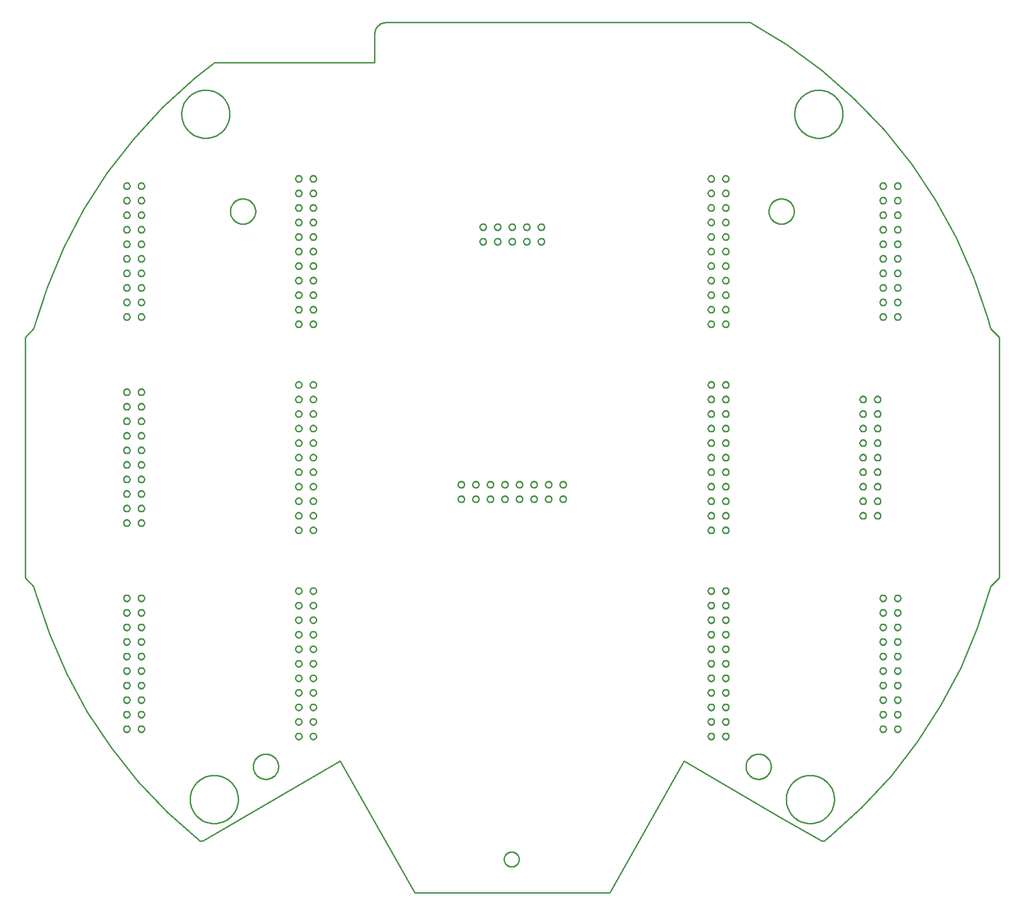
<source format=gbr>
G04 EAGLE Gerber RS-274X export*
G75*
%MOMM*%
%FSLAX34Y34*%
%LPD*%
%IN*%
%IPPOS*%
%AMOC8*
5,1,8,0,0,1.08239X$1,22.5*%
G01*
%ADD10C,0.254000*%


D10*
X-850000Y-210000D02*
X-835000Y-225000D01*
X-831784Y-236524D01*
X-807876Y-308027D01*
X-777827Y-377174D01*
X-741865Y-443439D01*
X-700265Y-506317D01*
X-653343Y-565331D01*
X-601457Y-620031D01*
X-545000Y-670000D01*
X-540000Y-670000D01*
X-300000Y-530000D01*
X-170000Y-760000D01*
X170000Y-760000D01*
X300000Y-530000D01*
X470000Y-630000D01*
X540000Y-670000D01*
X545000Y-670000D01*
X554244Y-662405D01*
X610003Y-611659D01*
X661128Y-556246D01*
X707228Y-496589D01*
X747954Y-433140D01*
X782995Y-366384D01*
X812084Y-296827D01*
X835000Y-225000D01*
X850000Y-210000D01*
X850000Y210000D01*
X835000Y225000D01*
X829781Y243651D01*
X805484Y315126D01*
X775050Y384212D01*
X738710Y450383D01*
X696741Y513135D01*
X649463Y571990D01*
X597236Y626500D01*
X540456Y676251D01*
X479556Y720864D01*
X415000Y760000D01*
X-220000Y760000D01*
X-221743Y759924D01*
X-223473Y759696D01*
X-225176Y759319D01*
X-226840Y758794D01*
X-228452Y758126D01*
X-230000Y757321D01*
X-231472Y756383D01*
X-232856Y755321D01*
X-234142Y754142D01*
X-235321Y752856D01*
X-236383Y751472D01*
X-237321Y750000D01*
X-238126Y748452D01*
X-238794Y746840D01*
X-239319Y745176D01*
X-239696Y743473D01*
X-239924Y741743D01*
X-240000Y740000D01*
X-240000Y690000D01*
X-520000Y690000D01*
X-554488Y662680D01*
X-610223Y611886D01*
X-661320Y556428D01*
X-707389Y496728D01*
X-748079Y433239D01*
X-783081Y366446D01*
X-812128Y296856D01*
X-835000Y225000D01*
X-850000Y210000D01*
X-850000Y-210000D01*
X562228Y-598130D02*
X562228Y-596297D01*
X562148Y-594466D01*
X561989Y-592640D01*
X561749Y-590823D01*
X561431Y-589018D01*
X561034Y-587228D01*
X560560Y-585458D01*
X560009Y-583710D01*
X559382Y-581988D01*
X558680Y-580294D01*
X557906Y-578633D01*
X557059Y-577007D01*
X556143Y-575420D01*
X555158Y-573874D01*
X554107Y-572373D01*
X552991Y-570919D01*
X551813Y-569514D01*
X550575Y-568163D01*
X549279Y-566867D01*
X547927Y-565629D01*
X546523Y-564451D01*
X545069Y-563335D01*
X543568Y-562284D01*
X542022Y-561299D01*
X540435Y-560382D01*
X538809Y-559536D01*
X537148Y-558761D01*
X535454Y-558060D01*
X533732Y-557433D01*
X531984Y-556882D01*
X530213Y-556408D01*
X528424Y-556011D01*
X526619Y-555693D01*
X524802Y-555453D01*
X522976Y-555294D01*
X521145Y-555214D01*
X519312Y-555214D01*
X517481Y-555294D01*
X515655Y-555453D01*
X513838Y-555693D01*
X512032Y-556011D01*
X510243Y-556408D01*
X508473Y-556882D01*
X506725Y-557433D01*
X505002Y-558060D01*
X503309Y-558761D01*
X501648Y-559536D01*
X500022Y-560382D01*
X498435Y-561299D01*
X496889Y-562284D01*
X495387Y-563335D01*
X493933Y-564451D01*
X492529Y-565629D01*
X491178Y-566867D01*
X489882Y-568163D01*
X488643Y-569514D01*
X487465Y-570919D01*
X486349Y-572373D01*
X485298Y-573874D01*
X484313Y-575420D01*
X483397Y-577007D01*
X482551Y-578633D01*
X481776Y-580294D01*
X481075Y-581988D01*
X480448Y-583710D01*
X479897Y-585458D01*
X479422Y-587228D01*
X479025Y-589018D01*
X478707Y-590823D01*
X478468Y-592640D01*
X478308Y-594466D01*
X478228Y-596297D01*
X478228Y-598130D01*
X478308Y-599961D01*
X478468Y-601787D01*
X478707Y-603604D01*
X479025Y-605409D01*
X479422Y-607199D01*
X479897Y-608969D01*
X480448Y-610717D01*
X481075Y-612440D01*
X481776Y-614133D01*
X482551Y-615794D01*
X483397Y-617420D01*
X484313Y-619007D01*
X485298Y-620553D01*
X486349Y-622055D01*
X487465Y-623509D01*
X488643Y-624913D01*
X489882Y-626264D01*
X491178Y-627560D01*
X492529Y-628798D01*
X493933Y-629977D01*
X495387Y-631092D01*
X496889Y-632144D01*
X498435Y-633128D01*
X500022Y-634045D01*
X501648Y-634891D01*
X503309Y-635666D01*
X505002Y-636367D01*
X506725Y-636994D01*
X508473Y-637545D01*
X510243Y-638020D01*
X512032Y-638416D01*
X513838Y-638735D01*
X515655Y-638974D01*
X517481Y-639134D01*
X519312Y-639214D01*
X521145Y-639214D01*
X522976Y-639134D01*
X524802Y-638974D01*
X526619Y-638735D01*
X528424Y-638416D01*
X530213Y-638020D01*
X531984Y-637545D01*
X533732Y-636994D01*
X535454Y-636367D01*
X537148Y-635666D01*
X538809Y-634891D01*
X540435Y-634045D01*
X542022Y-633128D01*
X543568Y-632144D01*
X545069Y-631092D01*
X546523Y-629977D01*
X547927Y-628798D01*
X549279Y-627560D01*
X550575Y-626264D01*
X551813Y-624913D01*
X552991Y-623509D01*
X554107Y-622055D01*
X555158Y-620553D01*
X556143Y-619007D01*
X557059Y-617420D01*
X557906Y-615794D01*
X558680Y-614133D01*
X559382Y-612440D01*
X560009Y-610717D01*
X560560Y-608969D01*
X561034Y-607199D01*
X561431Y-605409D01*
X561749Y-603604D01*
X561989Y-601787D01*
X562148Y-599961D01*
X562228Y-598130D01*
X577000Y599084D02*
X577000Y600916D01*
X576920Y602748D01*
X576760Y604574D01*
X576521Y606391D01*
X576203Y608196D01*
X575806Y609985D01*
X575332Y611756D01*
X574781Y613504D01*
X574154Y615226D01*
X573452Y616919D01*
X572678Y618581D01*
X571831Y620206D01*
X570915Y621794D01*
X569930Y623340D01*
X568879Y624841D01*
X567763Y626295D01*
X566585Y627699D01*
X565347Y629050D01*
X564050Y630347D01*
X562699Y631585D01*
X561295Y632763D01*
X559841Y633879D01*
X558340Y634930D01*
X556794Y635915D01*
X555206Y636831D01*
X553581Y637678D01*
X551919Y638452D01*
X550226Y639154D01*
X548504Y639781D01*
X546756Y640332D01*
X544985Y640806D01*
X543196Y641203D01*
X541391Y641521D01*
X539574Y641760D01*
X537748Y641920D01*
X535916Y642000D01*
X534084Y642000D01*
X532252Y641920D01*
X530427Y641760D01*
X528609Y641521D01*
X526804Y641203D01*
X525015Y640806D01*
X523244Y640332D01*
X521496Y639781D01*
X519774Y639154D01*
X518081Y638452D01*
X516419Y637678D01*
X514794Y636831D01*
X513206Y635915D01*
X511661Y634930D01*
X510159Y633879D01*
X508705Y632763D01*
X507301Y631585D01*
X505950Y630347D01*
X504654Y629050D01*
X503415Y627699D01*
X502237Y626295D01*
X501121Y624841D01*
X500070Y623340D01*
X499085Y621794D01*
X498169Y620206D01*
X497322Y618581D01*
X496548Y616919D01*
X495846Y615226D01*
X495219Y613504D01*
X494668Y611756D01*
X494194Y609985D01*
X493797Y608196D01*
X493479Y606391D01*
X493240Y604574D01*
X493080Y602748D01*
X493000Y600916D01*
X493000Y599084D01*
X493080Y597252D01*
X493240Y595427D01*
X493479Y593609D01*
X493797Y591804D01*
X494194Y590015D01*
X494668Y588244D01*
X495219Y586496D01*
X495846Y584774D01*
X496548Y583081D01*
X497322Y581419D01*
X498169Y579794D01*
X499085Y578206D01*
X500070Y576661D01*
X501121Y575159D01*
X502237Y573705D01*
X503415Y572301D01*
X504654Y570950D01*
X505950Y569654D01*
X507301Y568415D01*
X508705Y567237D01*
X510159Y566121D01*
X511661Y565070D01*
X513206Y564085D01*
X514794Y563169D01*
X516419Y562322D01*
X518081Y561548D01*
X519774Y560846D01*
X521496Y560219D01*
X523244Y559668D01*
X525015Y559194D01*
X526804Y558797D01*
X528609Y558479D01*
X530427Y558240D01*
X532252Y558080D01*
X534084Y558000D01*
X535916Y558000D01*
X537748Y558080D01*
X539574Y558240D01*
X541391Y558479D01*
X543196Y558797D01*
X544985Y559194D01*
X546756Y559668D01*
X548504Y560219D01*
X550226Y560846D01*
X551919Y561548D01*
X553581Y562322D01*
X555206Y563169D01*
X556794Y564085D01*
X558340Y565070D01*
X559841Y566121D01*
X561295Y567237D01*
X562699Y568415D01*
X564050Y569654D01*
X565347Y570950D01*
X566585Y572301D01*
X567763Y573705D01*
X568879Y575159D01*
X569930Y576661D01*
X570915Y578206D01*
X571831Y579794D01*
X572678Y581419D01*
X573452Y583081D01*
X574154Y584774D01*
X574781Y586496D01*
X575332Y588244D01*
X575806Y590015D01*
X576203Y591804D01*
X576521Y593609D01*
X576760Y595427D01*
X576920Y597252D01*
X577000Y599084D01*
X-493000Y599084D02*
X-493000Y600916D01*
X-493080Y602748D01*
X-493240Y604574D01*
X-493479Y606391D01*
X-493797Y608196D01*
X-494194Y609985D01*
X-494668Y611756D01*
X-495219Y613504D01*
X-495846Y615226D01*
X-496548Y616919D01*
X-497322Y618581D01*
X-498169Y620206D01*
X-499085Y621794D01*
X-500070Y623340D01*
X-501121Y624841D01*
X-502237Y626295D01*
X-503415Y627699D01*
X-504654Y629050D01*
X-505950Y630347D01*
X-507301Y631585D01*
X-508705Y632763D01*
X-510159Y633879D01*
X-511661Y634930D01*
X-513206Y635915D01*
X-514794Y636831D01*
X-516419Y637678D01*
X-518081Y638452D01*
X-519774Y639154D01*
X-521496Y639781D01*
X-523244Y640332D01*
X-525015Y640806D01*
X-526804Y641203D01*
X-528609Y641521D01*
X-530427Y641760D01*
X-532252Y641920D01*
X-534084Y642000D01*
X-535916Y642000D01*
X-537748Y641920D01*
X-539574Y641760D01*
X-541391Y641521D01*
X-543196Y641203D01*
X-544985Y640806D01*
X-546756Y640332D01*
X-548504Y639781D01*
X-550226Y639154D01*
X-551919Y638452D01*
X-553581Y637678D01*
X-555206Y636831D01*
X-556794Y635915D01*
X-558340Y634930D01*
X-559841Y633879D01*
X-561295Y632763D01*
X-562699Y631585D01*
X-564050Y630347D01*
X-565347Y629050D01*
X-566585Y627699D01*
X-567763Y626295D01*
X-568879Y624841D01*
X-569930Y623340D01*
X-570915Y621794D01*
X-571831Y620206D01*
X-572678Y618581D01*
X-573452Y616919D01*
X-574154Y615226D01*
X-574781Y613504D01*
X-575332Y611756D01*
X-575806Y609985D01*
X-576203Y608196D01*
X-576521Y606391D01*
X-576760Y604574D01*
X-576920Y602748D01*
X-577000Y600916D01*
X-577000Y599084D01*
X-576920Y597252D01*
X-576760Y595427D01*
X-576521Y593609D01*
X-576203Y591804D01*
X-575806Y590015D01*
X-575332Y588244D01*
X-574781Y586496D01*
X-574154Y584774D01*
X-573452Y583081D01*
X-572678Y581419D01*
X-571831Y579794D01*
X-570915Y578206D01*
X-569930Y576661D01*
X-568879Y575159D01*
X-567763Y573705D01*
X-566585Y572301D01*
X-565347Y570950D01*
X-564050Y569654D01*
X-562699Y568415D01*
X-561295Y567237D01*
X-559841Y566121D01*
X-558340Y565070D01*
X-556794Y564085D01*
X-555206Y563169D01*
X-553581Y562322D01*
X-551919Y561548D01*
X-550226Y560846D01*
X-548504Y560219D01*
X-546756Y559668D01*
X-544985Y559194D01*
X-543196Y558797D01*
X-541391Y558479D01*
X-539574Y558240D01*
X-537748Y558080D01*
X-535916Y558000D01*
X-534084Y558000D01*
X-532252Y558080D01*
X-530427Y558240D01*
X-528609Y558479D01*
X-526804Y558797D01*
X-525015Y559194D01*
X-523244Y559668D01*
X-521496Y560219D01*
X-519774Y560846D01*
X-518081Y561548D01*
X-516419Y562322D01*
X-514794Y563169D01*
X-513206Y564085D01*
X-511661Y565070D01*
X-510159Y566121D01*
X-508705Y567237D01*
X-507301Y568415D01*
X-505950Y569654D01*
X-504654Y570950D01*
X-503415Y572301D01*
X-502237Y573705D01*
X-501121Y575159D01*
X-500070Y576661D01*
X-499085Y578206D01*
X-498169Y579794D01*
X-497322Y581419D01*
X-496548Y583081D01*
X-495846Y584774D01*
X-495219Y586496D01*
X-494668Y588244D01*
X-494194Y590015D01*
X-493797Y591804D01*
X-493479Y593609D01*
X-493240Y595427D01*
X-493080Y597252D01*
X-493000Y599084D01*
X-478228Y-598130D02*
X-478228Y-596297D01*
X-478308Y-594466D01*
X-478468Y-592640D01*
X-478707Y-590823D01*
X-479025Y-589018D01*
X-479422Y-587228D01*
X-479897Y-585458D01*
X-480448Y-583710D01*
X-481075Y-581988D01*
X-481776Y-580294D01*
X-482551Y-578633D01*
X-483397Y-577007D01*
X-484313Y-575420D01*
X-485298Y-573874D01*
X-486349Y-572373D01*
X-487465Y-570919D01*
X-488643Y-569514D01*
X-489882Y-568163D01*
X-491178Y-566867D01*
X-492529Y-565629D01*
X-493933Y-564451D01*
X-495387Y-563335D01*
X-496889Y-562284D01*
X-498435Y-561299D01*
X-500022Y-560382D01*
X-501648Y-559536D01*
X-503309Y-558761D01*
X-505002Y-558060D01*
X-506725Y-557433D01*
X-508473Y-556882D01*
X-510243Y-556408D01*
X-512032Y-556011D01*
X-513838Y-555693D01*
X-515655Y-555453D01*
X-517481Y-555294D01*
X-519312Y-555214D01*
X-521145Y-555214D01*
X-522976Y-555294D01*
X-524802Y-555453D01*
X-526619Y-555693D01*
X-528424Y-556011D01*
X-530213Y-556408D01*
X-531984Y-556882D01*
X-533732Y-557433D01*
X-535454Y-558060D01*
X-537148Y-558761D01*
X-538809Y-559536D01*
X-540435Y-560382D01*
X-542022Y-561299D01*
X-543568Y-562284D01*
X-545069Y-563335D01*
X-546523Y-564451D01*
X-547927Y-565629D01*
X-549279Y-566867D01*
X-550575Y-568163D01*
X-551813Y-569514D01*
X-552991Y-570919D01*
X-554107Y-572373D01*
X-555158Y-573874D01*
X-556143Y-575420D01*
X-557059Y-577007D01*
X-557906Y-578633D01*
X-558680Y-580294D01*
X-559382Y-581988D01*
X-560009Y-583710D01*
X-560560Y-585458D01*
X-561034Y-587228D01*
X-561431Y-589018D01*
X-561749Y-590823D01*
X-561989Y-592640D01*
X-562148Y-594466D01*
X-562228Y-596297D01*
X-562228Y-598130D01*
X-562148Y-599961D01*
X-561989Y-601787D01*
X-561749Y-603604D01*
X-561431Y-605409D01*
X-561034Y-607199D01*
X-560560Y-608969D01*
X-560009Y-610717D01*
X-559382Y-612440D01*
X-558680Y-614133D01*
X-557906Y-615794D01*
X-557059Y-617420D01*
X-556143Y-619007D01*
X-555158Y-620553D01*
X-554107Y-622055D01*
X-552991Y-623509D01*
X-551813Y-624913D01*
X-550575Y-626264D01*
X-549279Y-627560D01*
X-547927Y-628798D01*
X-546523Y-629977D01*
X-545069Y-631092D01*
X-543568Y-632144D01*
X-542022Y-633128D01*
X-540435Y-634045D01*
X-538809Y-634891D01*
X-537148Y-635666D01*
X-535454Y-636367D01*
X-533732Y-636994D01*
X-531984Y-637545D01*
X-530213Y-638020D01*
X-528424Y-638416D01*
X-526619Y-638735D01*
X-524802Y-638974D01*
X-522976Y-639134D01*
X-521145Y-639214D01*
X-519312Y-639214D01*
X-517481Y-639134D01*
X-515655Y-638974D01*
X-513838Y-638735D01*
X-512032Y-638416D01*
X-510243Y-638020D01*
X-508473Y-637545D01*
X-506725Y-636994D01*
X-505002Y-636367D01*
X-503309Y-635666D01*
X-501648Y-634891D01*
X-500022Y-634045D01*
X-498435Y-633128D01*
X-496889Y-632144D01*
X-495387Y-631092D01*
X-493933Y-629977D01*
X-492529Y-628798D01*
X-491178Y-627560D01*
X-489882Y-626264D01*
X-488643Y-624913D01*
X-487465Y-623509D01*
X-486349Y-622055D01*
X-485298Y-620553D01*
X-484313Y-619007D01*
X-483397Y-617420D01*
X-482551Y-615794D01*
X-481776Y-614133D01*
X-481075Y-612440D01*
X-480448Y-610717D01*
X-479897Y-608969D01*
X-479422Y-607199D01*
X-479025Y-605409D01*
X-478707Y-603604D01*
X-478468Y-601787D01*
X-478308Y-599961D01*
X-478228Y-598130D01*
X562228Y-598130D02*
X562228Y-596297D01*
X562148Y-594466D01*
X561989Y-592640D01*
X561749Y-590823D01*
X561431Y-589018D01*
X561034Y-587228D01*
X560560Y-585458D01*
X560009Y-583710D01*
X559382Y-581988D01*
X558680Y-580294D01*
X557906Y-578633D01*
X557059Y-577007D01*
X556143Y-575420D01*
X555158Y-573874D01*
X554107Y-572373D01*
X552991Y-570919D01*
X551813Y-569514D01*
X550575Y-568163D01*
X549279Y-566867D01*
X547927Y-565629D01*
X546523Y-564451D01*
X545069Y-563335D01*
X543568Y-562284D01*
X542022Y-561299D01*
X540435Y-560382D01*
X538809Y-559536D01*
X537148Y-558761D01*
X535454Y-558060D01*
X533732Y-557433D01*
X531984Y-556882D01*
X530213Y-556408D01*
X528424Y-556011D01*
X526619Y-555693D01*
X524802Y-555453D01*
X522976Y-555294D01*
X521145Y-555214D01*
X519312Y-555214D01*
X517481Y-555294D01*
X515655Y-555453D01*
X513838Y-555693D01*
X512032Y-556011D01*
X510243Y-556408D01*
X508473Y-556882D01*
X506725Y-557433D01*
X505002Y-558060D01*
X503309Y-558761D01*
X501648Y-559536D01*
X500022Y-560382D01*
X498435Y-561299D01*
X496889Y-562284D01*
X495387Y-563335D01*
X493933Y-564451D01*
X492529Y-565629D01*
X491178Y-566867D01*
X489882Y-568163D01*
X488643Y-569514D01*
X487465Y-570919D01*
X486349Y-572373D01*
X485298Y-573874D01*
X484313Y-575420D01*
X483397Y-577007D01*
X482551Y-578633D01*
X481776Y-580294D01*
X481075Y-581988D01*
X480448Y-583710D01*
X479897Y-585458D01*
X479422Y-587228D01*
X479025Y-589018D01*
X478707Y-590823D01*
X478468Y-592640D01*
X478308Y-594466D01*
X478228Y-596297D01*
X478228Y-598130D01*
X478308Y-599961D01*
X478468Y-601787D01*
X478707Y-603604D01*
X479025Y-605409D01*
X479422Y-607199D01*
X479897Y-608969D01*
X480448Y-610717D01*
X481075Y-612440D01*
X481776Y-614133D01*
X482551Y-615794D01*
X483397Y-617420D01*
X484313Y-619007D01*
X485298Y-620553D01*
X486349Y-622055D01*
X487465Y-623509D01*
X488643Y-624913D01*
X489882Y-626264D01*
X491178Y-627560D01*
X492529Y-628798D01*
X493933Y-629977D01*
X495387Y-631092D01*
X496889Y-632144D01*
X498435Y-633128D01*
X500022Y-634045D01*
X501648Y-634891D01*
X503309Y-635666D01*
X505002Y-636367D01*
X506725Y-636994D01*
X508473Y-637545D01*
X510243Y-638020D01*
X512032Y-638416D01*
X513838Y-638735D01*
X515655Y-638974D01*
X517481Y-639134D01*
X519312Y-639214D01*
X521145Y-639214D01*
X522976Y-639134D01*
X524802Y-638974D01*
X526619Y-638735D01*
X528424Y-638416D01*
X530213Y-638020D01*
X531984Y-637545D01*
X533732Y-636994D01*
X535454Y-636367D01*
X537148Y-635666D01*
X538809Y-634891D01*
X540435Y-634045D01*
X542022Y-633128D01*
X543568Y-632144D01*
X545069Y-631092D01*
X546523Y-629977D01*
X547927Y-628798D01*
X549279Y-627560D01*
X550575Y-626264D01*
X551813Y-624913D01*
X552991Y-623509D01*
X554107Y-622055D01*
X555158Y-620553D01*
X556143Y-619007D01*
X557059Y-617420D01*
X557906Y-615794D01*
X558680Y-614133D01*
X559382Y-612440D01*
X560009Y-610717D01*
X560560Y-608969D01*
X561034Y-607199D01*
X561431Y-605409D01*
X561749Y-603604D01*
X561989Y-601787D01*
X562148Y-599961D01*
X562228Y-598130D01*
X577000Y599084D02*
X577000Y600916D01*
X576920Y602748D01*
X576760Y604574D01*
X576521Y606391D01*
X576203Y608196D01*
X575806Y609985D01*
X575332Y611756D01*
X574781Y613504D01*
X574154Y615226D01*
X573452Y616919D01*
X572678Y618581D01*
X571831Y620206D01*
X570915Y621794D01*
X569930Y623340D01*
X568879Y624841D01*
X567763Y626295D01*
X566585Y627699D01*
X565347Y629050D01*
X564050Y630347D01*
X562699Y631585D01*
X561295Y632763D01*
X559841Y633879D01*
X558340Y634930D01*
X556794Y635915D01*
X555206Y636831D01*
X553581Y637678D01*
X551919Y638452D01*
X550226Y639154D01*
X548504Y639781D01*
X546756Y640332D01*
X544985Y640806D01*
X543196Y641203D01*
X541391Y641521D01*
X539574Y641760D01*
X537748Y641920D01*
X535916Y642000D01*
X534084Y642000D01*
X532252Y641920D01*
X530427Y641760D01*
X528609Y641521D01*
X526804Y641203D01*
X525015Y640806D01*
X523244Y640332D01*
X521496Y639781D01*
X519774Y639154D01*
X518081Y638452D01*
X516419Y637678D01*
X514794Y636831D01*
X513206Y635915D01*
X511661Y634930D01*
X510159Y633879D01*
X508705Y632763D01*
X507301Y631585D01*
X505950Y630347D01*
X504654Y629050D01*
X503415Y627699D01*
X502237Y626295D01*
X501121Y624841D01*
X500070Y623340D01*
X499085Y621794D01*
X498169Y620206D01*
X497322Y618581D01*
X496548Y616919D01*
X495846Y615226D01*
X495219Y613504D01*
X494668Y611756D01*
X494194Y609985D01*
X493797Y608196D01*
X493479Y606391D01*
X493240Y604574D01*
X493080Y602748D01*
X493000Y600916D01*
X493000Y599084D01*
X493080Y597252D01*
X493240Y595427D01*
X493479Y593609D01*
X493797Y591804D01*
X494194Y590015D01*
X494668Y588244D01*
X495219Y586496D01*
X495846Y584774D01*
X496548Y583081D01*
X497322Y581419D01*
X498169Y579794D01*
X499085Y578206D01*
X500070Y576661D01*
X501121Y575159D01*
X502237Y573705D01*
X503415Y572301D01*
X504654Y570950D01*
X505950Y569654D01*
X507301Y568415D01*
X508705Y567237D01*
X510159Y566121D01*
X511661Y565070D01*
X513206Y564085D01*
X514794Y563169D01*
X516419Y562322D01*
X518081Y561548D01*
X519774Y560846D01*
X521496Y560219D01*
X523244Y559668D01*
X525015Y559194D01*
X526804Y558797D01*
X528609Y558479D01*
X530427Y558240D01*
X532252Y558080D01*
X534084Y558000D01*
X535916Y558000D01*
X537748Y558080D01*
X539574Y558240D01*
X541391Y558479D01*
X543196Y558797D01*
X544985Y559194D01*
X546756Y559668D01*
X548504Y560219D01*
X550226Y560846D01*
X551919Y561548D01*
X553581Y562322D01*
X555206Y563169D01*
X556794Y564085D01*
X558340Y565070D01*
X559841Y566121D01*
X561295Y567237D01*
X562699Y568415D01*
X564050Y569654D01*
X565347Y570950D01*
X566585Y572301D01*
X567763Y573705D01*
X568879Y575159D01*
X569930Y576661D01*
X570915Y578206D01*
X571831Y579794D01*
X572678Y581419D01*
X573452Y583081D01*
X574154Y584774D01*
X574781Y586496D01*
X575332Y588244D01*
X575806Y590015D01*
X576203Y591804D01*
X576521Y593609D01*
X576760Y595427D01*
X576920Y597252D01*
X577000Y599084D01*
X-493000Y599084D02*
X-493000Y600916D01*
X-493080Y602748D01*
X-493240Y604574D01*
X-493479Y606391D01*
X-493797Y608196D01*
X-494194Y609985D01*
X-494668Y611756D01*
X-495219Y613504D01*
X-495846Y615226D01*
X-496548Y616919D01*
X-497322Y618581D01*
X-498169Y620206D01*
X-499085Y621794D01*
X-500070Y623340D01*
X-501121Y624841D01*
X-502237Y626295D01*
X-503415Y627699D01*
X-504654Y629050D01*
X-505950Y630347D01*
X-507301Y631585D01*
X-508705Y632763D01*
X-510159Y633879D01*
X-511661Y634930D01*
X-513206Y635915D01*
X-514794Y636831D01*
X-516419Y637678D01*
X-518081Y638452D01*
X-519774Y639154D01*
X-521496Y639781D01*
X-523244Y640332D01*
X-525015Y640806D01*
X-526804Y641203D01*
X-528609Y641521D01*
X-530427Y641760D01*
X-532252Y641920D01*
X-534084Y642000D01*
X-535916Y642000D01*
X-537748Y641920D01*
X-539574Y641760D01*
X-541391Y641521D01*
X-543196Y641203D01*
X-544985Y640806D01*
X-546756Y640332D01*
X-548504Y639781D01*
X-550226Y639154D01*
X-551919Y638452D01*
X-553581Y637678D01*
X-555206Y636831D01*
X-556794Y635915D01*
X-558340Y634930D01*
X-559841Y633879D01*
X-561295Y632763D01*
X-562699Y631585D01*
X-564050Y630347D01*
X-565347Y629050D01*
X-566585Y627699D01*
X-567763Y626295D01*
X-568879Y624841D01*
X-569930Y623340D01*
X-570915Y621794D01*
X-571831Y620206D01*
X-572678Y618581D01*
X-573452Y616919D01*
X-574154Y615226D01*
X-574781Y613504D01*
X-575332Y611756D01*
X-575806Y609985D01*
X-576203Y608196D01*
X-576521Y606391D01*
X-576760Y604574D01*
X-576920Y602748D01*
X-577000Y600916D01*
X-577000Y599084D01*
X-576920Y597252D01*
X-576760Y595427D01*
X-576521Y593609D01*
X-576203Y591804D01*
X-575806Y590015D01*
X-575332Y588244D01*
X-574781Y586496D01*
X-574154Y584774D01*
X-573452Y583081D01*
X-572678Y581419D01*
X-571831Y579794D01*
X-570915Y578206D01*
X-569930Y576661D01*
X-568879Y575159D01*
X-567763Y573705D01*
X-566585Y572301D01*
X-565347Y570950D01*
X-564050Y569654D01*
X-562699Y568415D01*
X-561295Y567237D01*
X-559841Y566121D01*
X-558340Y565070D01*
X-556794Y564085D01*
X-555206Y563169D01*
X-553581Y562322D01*
X-551919Y561548D01*
X-550226Y560846D01*
X-548504Y560219D01*
X-546756Y559668D01*
X-544985Y559194D01*
X-543196Y558797D01*
X-541391Y558479D01*
X-539574Y558240D01*
X-537748Y558080D01*
X-535916Y558000D01*
X-534084Y558000D01*
X-532252Y558080D01*
X-530427Y558240D01*
X-528609Y558479D01*
X-526804Y558797D01*
X-525015Y559194D01*
X-523244Y559668D01*
X-521496Y560219D01*
X-519774Y560846D01*
X-518081Y561548D01*
X-516419Y562322D01*
X-514794Y563169D01*
X-513206Y564085D01*
X-511661Y565070D01*
X-510159Y566121D01*
X-508705Y567237D01*
X-507301Y568415D01*
X-505950Y569654D01*
X-504654Y570950D01*
X-503415Y572301D01*
X-502237Y573705D01*
X-501121Y575159D01*
X-500070Y576661D01*
X-499085Y578206D01*
X-498169Y579794D01*
X-497322Y581419D01*
X-496548Y583081D01*
X-495846Y584774D01*
X-495219Y586496D01*
X-494668Y588244D01*
X-494194Y590015D01*
X-493797Y591804D01*
X-493479Y593609D01*
X-493240Y595427D01*
X-493080Y597252D01*
X-493000Y599084D01*
X-478228Y-598130D02*
X-478228Y-596297D01*
X-478308Y-594466D01*
X-478468Y-592640D01*
X-478707Y-590823D01*
X-479025Y-589018D01*
X-479422Y-587228D01*
X-479897Y-585458D01*
X-480448Y-583710D01*
X-481075Y-581988D01*
X-481776Y-580294D01*
X-482551Y-578633D01*
X-483397Y-577007D01*
X-484313Y-575420D01*
X-485298Y-573874D01*
X-486349Y-572373D01*
X-487465Y-570919D01*
X-488643Y-569514D01*
X-489882Y-568163D01*
X-491178Y-566867D01*
X-492529Y-565629D01*
X-493933Y-564451D01*
X-495387Y-563335D01*
X-496889Y-562284D01*
X-498435Y-561299D01*
X-500022Y-560382D01*
X-501648Y-559536D01*
X-503309Y-558761D01*
X-505002Y-558060D01*
X-506725Y-557433D01*
X-508473Y-556882D01*
X-510243Y-556408D01*
X-512032Y-556011D01*
X-513838Y-555693D01*
X-515655Y-555453D01*
X-517481Y-555294D01*
X-519312Y-555214D01*
X-521145Y-555214D01*
X-522976Y-555294D01*
X-524802Y-555453D01*
X-526619Y-555693D01*
X-528424Y-556011D01*
X-530213Y-556408D01*
X-531984Y-556882D01*
X-533732Y-557433D01*
X-535454Y-558060D01*
X-537148Y-558761D01*
X-538809Y-559536D01*
X-540435Y-560382D01*
X-542022Y-561299D01*
X-543568Y-562284D01*
X-545069Y-563335D01*
X-546523Y-564451D01*
X-547927Y-565629D01*
X-549279Y-566867D01*
X-550575Y-568163D01*
X-551813Y-569514D01*
X-552991Y-570919D01*
X-554107Y-572373D01*
X-555158Y-573874D01*
X-556143Y-575420D01*
X-557059Y-577007D01*
X-557906Y-578633D01*
X-558680Y-580294D01*
X-559382Y-581988D01*
X-560009Y-583710D01*
X-560560Y-585458D01*
X-561034Y-587228D01*
X-561431Y-589018D01*
X-561749Y-590823D01*
X-561989Y-592640D01*
X-562148Y-594466D01*
X-562228Y-596297D01*
X-562228Y-598130D01*
X-562148Y-599961D01*
X-561989Y-601787D01*
X-561749Y-603604D01*
X-561431Y-605409D01*
X-561034Y-607199D01*
X-560560Y-608969D01*
X-560009Y-610717D01*
X-559382Y-612440D01*
X-558680Y-614133D01*
X-557906Y-615794D01*
X-557059Y-617420D01*
X-556143Y-619007D01*
X-555158Y-620553D01*
X-554107Y-622055D01*
X-552991Y-623509D01*
X-551813Y-624913D01*
X-550575Y-626264D01*
X-549279Y-627560D01*
X-547927Y-628798D01*
X-546523Y-629977D01*
X-545069Y-631092D01*
X-543568Y-632144D01*
X-542022Y-633128D01*
X-540435Y-634045D01*
X-538809Y-634891D01*
X-537148Y-635666D01*
X-535454Y-636367D01*
X-533732Y-636994D01*
X-531984Y-637545D01*
X-530213Y-638020D01*
X-528424Y-638416D01*
X-526619Y-638735D01*
X-524802Y-638974D01*
X-522976Y-639134D01*
X-521145Y-639214D01*
X-519312Y-639214D01*
X-517481Y-639134D01*
X-515655Y-638974D01*
X-513838Y-638735D01*
X-512032Y-638416D01*
X-510243Y-638020D01*
X-508473Y-637545D01*
X-506725Y-636994D01*
X-505002Y-636367D01*
X-503309Y-635666D01*
X-501648Y-634891D01*
X-500022Y-634045D01*
X-498435Y-633128D01*
X-496889Y-632144D01*
X-495387Y-631092D01*
X-493933Y-629977D01*
X-492529Y-628798D01*
X-491178Y-627560D01*
X-489882Y-626264D01*
X-488643Y-624913D01*
X-487465Y-623509D01*
X-486349Y-622055D01*
X-485298Y-620553D01*
X-484313Y-619007D01*
X-483397Y-617420D01*
X-482551Y-615794D01*
X-481776Y-614133D01*
X-481075Y-612440D01*
X-480448Y-610717D01*
X-479897Y-608969D01*
X-479422Y-607199D01*
X-479025Y-605409D01*
X-478707Y-603604D01*
X-478468Y-601787D01*
X-478308Y-599961D01*
X-478228Y-598130D01*
X45300Y402391D02*
X45369Y401777D01*
X45507Y401175D01*
X45711Y400592D01*
X45979Y400035D01*
X46307Y399512D01*
X46693Y399029D01*
X47129Y398593D01*
X47612Y398207D01*
X48135Y397879D01*
X48692Y397611D01*
X49275Y397407D01*
X49877Y397269D01*
X50491Y397200D01*
X51109Y397200D01*
X51723Y397269D01*
X52325Y397407D01*
X52908Y397611D01*
X53465Y397879D01*
X53988Y398207D01*
X54471Y398593D01*
X54908Y399029D01*
X55293Y399512D01*
X55621Y400035D01*
X55889Y400592D01*
X56093Y401175D01*
X56231Y401777D01*
X56300Y402391D01*
X56300Y403009D01*
X56231Y403623D01*
X56093Y404225D01*
X55889Y404808D01*
X55621Y405365D01*
X55293Y405888D01*
X54908Y406371D01*
X54471Y406808D01*
X53988Y407193D01*
X53465Y407521D01*
X52908Y407789D01*
X52325Y407993D01*
X51723Y408131D01*
X51109Y408200D01*
X50491Y408200D01*
X49877Y408131D01*
X49275Y407993D01*
X48692Y407789D01*
X48135Y407521D01*
X47612Y407193D01*
X47129Y406808D01*
X46693Y406371D01*
X46307Y405888D01*
X45979Y405365D01*
X45711Y404808D01*
X45507Y404225D01*
X45369Y403623D01*
X45300Y403009D01*
X45300Y402391D01*
X19900Y402391D02*
X19969Y401777D01*
X20107Y401175D01*
X20311Y400592D01*
X20579Y400035D01*
X20907Y399512D01*
X21293Y399029D01*
X21729Y398593D01*
X22212Y398207D01*
X22735Y397879D01*
X23292Y397611D01*
X23875Y397407D01*
X24477Y397269D01*
X25091Y397200D01*
X25709Y397200D01*
X26323Y397269D01*
X26925Y397407D01*
X27508Y397611D01*
X28065Y397879D01*
X28588Y398207D01*
X29071Y398593D01*
X29508Y399029D01*
X29893Y399512D01*
X30221Y400035D01*
X30489Y400592D01*
X30693Y401175D01*
X30831Y401777D01*
X30900Y402391D01*
X30900Y403009D01*
X30831Y403623D01*
X30693Y404225D01*
X30489Y404808D01*
X30221Y405365D01*
X29893Y405888D01*
X29508Y406371D01*
X29071Y406808D01*
X28588Y407193D01*
X28065Y407521D01*
X27508Y407789D01*
X26925Y407993D01*
X26323Y408131D01*
X25709Y408200D01*
X25091Y408200D01*
X24477Y408131D01*
X23875Y407993D01*
X23292Y407789D01*
X22735Y407521D01*
X22212Y407193D01*
X21729Y406808D01*
X21293Y406371D01*
X20907Y405888D01*
X20579Y405365D01*
X20311Y404808D01*
X20107Y404225D01*
X19969Y403623D01*
X19900Y403009D01*
X19900Y402391D01*
X19900Y376991D02*
X19969Y376377D01*
X20107Y375775D01*
X20311Y375192D01*
X20579Y374635D01*
X20907Y374112D01*
X21293Y373629D01*
X21729Y373193D01*
X22212Y372807D01*
X22735Y372479D01*
X23292Y372211D01*
X23875Y372007D01*
X24477Y371869D01*
X25091Y371800D01*
X25709Y371800D01*
X26323Y371869D01*
X26925Y372007D01*
X27508Y372211D01*
X28065Y372479D01*
X28588Y372807D01*
X29071Y373193D01*
X29508Y373629D01*
X29893Y374112D01*
X30221Y374635D01*
X30489Y375192D01*
X30693Y375775D01*
X30831Y376377D01*
X30900Y376991D01*
X30900Y377609D01*
X30831Y378223D01*
X30693Y378825D01*
X30489Y379408D01*
X30221Y379965D01*
X29893Y380488D01*
X29508Y380971D01*
X29071Y381408D01*
X28588Y381793D01*
X28065Y382121D01*
X27508Y382389D01*
X26925Y382593D01*
X26323Y382731D01*
X25709Y382800D01*
X25091Y382800D01*
X24477Y382731D01*
X23875Y382593D01*
X23292Y382389D01*
X22735Y382121D01*
X22212Y381793D01*
X21729Y381408D01*
X21293Y380971D01*
X20907Y380488D01*
X20579Y379965D01*
X20311Y379408D01*
X20107Y378825D01*
X19969Y378223D01*
X19900Y377609D01*
X19900Y376991D01*
X45300Y376991D02*
X45369Y376377D01*
X45507Y375775D01*
X45711Y375192D01*
X45979Y374635D01*
X46307Y374112D01*
X46693Y373629D01*
X47129Y373193D01*
X47612Y372807D01*
X48135Y372479D01*
X48692Y372211D01*
X49275Y372007D01*
X49877Y371869D01*
X50491Y371800D01*
X51109Y371800D01*
X51723Y371869D01*
X52325Y372007D01*
X52908Y372211D01*
X53465Y372479D01*
X53988Y372807D01*
X54471Y373193D01*
X54908Y373629D01*
X55293Y374112D01*
X55621Y374635D01*
X55889Y375192D01*
X56093Y375775D01*
X56231Y376377D01*
X56300Y376991D01*
X56300Y377609D01*
X56231Y378223D01*
X56093Y378825D01*
X55889Y379408D01*
X55621Y379965D01*
X55293Y380488D01*
X54908Y380971D01*
X54471Y381408D01*
X53988Y381793D01*
X53465Y382121D01*
X52908Y382389D01*
X52325Y382593D01*
X51723Y382731D01*
X51109Y382800D01*
X50491Y382800D01*
X49877Y382731D01*
X49275Y382593D01*
X48692Y382389D01*
X48135Y382121D01*
X47612Y381793D01*
X47129Y381408D01*
X46693Y380971D01*
X46307Y380488D01*
X45979Y379965D01*
X45711Y379408D01*
X45507Y378825D01*
X45369Y378223D01*
X45300Y377609D01*
X45300Y376991D01*
X-5500Y402391D02*
X-5431Y401777D01*
X-5293Y401175D01*
X-5089Y400592D01*
X-4821Y400035D01*
X-4493Y399512D01*
X-4108Y399029D01*
X-3671Y398593D01*
X-3188Y398207D01*
X-2665Y397879D01*
X-2108Y397611D01*
X-1525Y397407D01*
X-923Y397269D01*
X-309Y397200D01*
X309Y397200D01*
X923Y397269D01*
X1525Y397407D01*
X2108Y397611D01*
X2665Y397879D01*
X3188Y398207D01*
X3671Y398593D01*
X4108Y399029D01*
X4493Y399512D01*
X4821Y400035D01*
X5089Y400592D01*
X5293Y401175D01*
X5431Y401777D01*
X5500Y402391D01*
X5500Y403009D01*
X5431Y403623D01*
X5293Y404225D01*
X5089Y404808D01*
X4821Y405365D01*
X4493Y405888D01*
X4108Y406371D01*
X3671Y406808D01*
X3188Y407193D01*
X2665Y407521D01*
X2108Y407789D01*
X1525Y407993D01*
X923Y408131D01*
X309Y408200D01*
X-309Y408200D01*
X-923Y408131D01*
X-1525Y407993D01*
X-2108Y407789D01*
X-2665Y407521D01*
X-3188Y407193D01*
X-3671Y406808D01*
X-4108Y406371D01*
X-4493Y405888D01*
X-4821Y405365D01*
X-5089Y404808D01*
X-5293Y404225D01*
X-5431Y403623D01*
X-5500Y403009D01*
X-5500Y402391D01*
X-5500Y376991D02*
X-5431Y376377D01*
X-5293Y375775D01*
X-5089Y375192D01*
X-4821Y374635D01*
X-4493Y374112D01*
X-4108Y373629D01*
X-3671Y373193D01*
X-3188Y372807D01*
X-2665Y372479D01*
X-2108Y372211D01*
X-1525Y372007D01*
X-923Y371869D01*
X-309Y371800D01*
X309Y371800D01*
X923Y371869D01*
X1525Y372007D01*
X2108Y372211D01*
X2665Y372479D01*
X3188Y372807D01*
X3671Y373193D01*
X4108Y373629D01*
X4493Y374112D01*
X4821Y374635D01*
X5089Y375192D01*
X5293Y375775D01*
X5431Y376377D01*
X5500Y376991D01*
X5500Y377609D01*
X5431Y378223D01*
X5293Y378825D01*
X5089Y379408D01*
X4821Y379965D01*
X4493Y380488D01*
X4108Y380971D01*
X3671Y381408D01*
X3188Y381793D01*
X2665Y382121D01*
X2108Y382389D01*
X1525Y382593D01*
X923Y382731D01*
X309Y382800D01*
X-309Y382800D01*
X-923Y382731D01*
X-1525Y382593D01*
X-2108Y382389D01*
X-2665Y382121D01*
X-3188Y381793D01*
X-3671Y381408D01*
X-4108Y380971D01*
X-4493Y380488D01*
X-4821Y379965D01*
X-5089Y379408D01*
X-5293Y378825D01*
X-5431Y378223D01*
X-5500Y377609D01*
X-5500Y376991D01*
X-30900Y402391D02*
X-30831Y401777D01*
X-30693Y401175D01*
X-30489Y400592D01*
X-30221Y400035D01*
X-29893Y399512D01*
X-29508Y399029D01*
X-29071Y398593D01*
X-28588Y398207D01*
X-28065Y397879D01*
X-27508Y397611D01*
X-26925Y397407D01*
X-26323Y397269D01*
X-25709Y397200D01*
X-25091Y397200D01*
X-24477Y397269D01*
X-23875Y397407D01*
X-23292Y397611D01*
X-22735Y397879D01*
X-22212Y398207D01*
X-21729Y398593D01*
X-21293Y399029D01*
X-20907Y399512D01*
X-20579Y400035D01*
X-20311Y400592D01*
X-20107Y401175D01*
X-19969Y401777D01*
X-19900Y402391D01*
X-19900Y403009D01*
X-19969Y403623D01*
X-20107Y404225D01*
X-20311Y404808D01*
X-20579Y405365D01*
X-20907Y405888D01*
X-21293Y406371D01*
X-21729Y406808D01*
X-22212Y407193D01*
X-22735Y407521D01*
X-23292Y407789D01*
X-23875Y407993D01*
X-24477Y408131D01*
X-25091Y408200D01*
X-25709Y408200D01*
X-26323Y408131D01*
X-26925Y407993D01*
X-27508Y407789D01*
X-28065Y407521D01*
X-28588Y407193D01*
X-29071Y406808D01*
X-29508Y406371D01*
X-29893Y405888D01*
X-30221Y405365D01*
X-30489Y404808D01*
X-30693Y404225D01*
X-30831Y403623D01*
X-30900Y403009D01*
X-30900Y402391D01*
X-30900Y376991D02*
X-30831Y376377D01*
X-30693Y375775D01*
X-30489Y375192D01*
X-30221Y374635D01*
X-29893Y374112D01*
X-29508Y373629D01*
X-29071Y373193D01*
X-28588Y372807D01*
X-28065Y372479D01*
X-27508Y372211D01*
X-26925Y372007D01*
X-26323Y371869D01*
X-25709Y371800D01*
X-25091Y371800D01*
X-24477Y371869D01*
X-23875Y372007D01*
X-23292Y372211D01*
X-22735Y372479D01*
X-22212Y372807D01*
X-21729Y373193D01*
X-21293Y373629D01*
X-20907Y374112D01*
X-20579Y374635D01*
X-20311Y375192D01*
X-20107Y375775D01*
X-19969Y376377D01*
X-19900Y376991D01*
X-19900Y377609D01*
X-19969Y378223D01*
X-20107Y378825D01*
X-20311Y379408D01*
X-20579Y379965D01*
X-20907Y380488D01*
X-21293Y380971D01*
X-21729Y381408D01*
X-22212Y381793D01*
X-22735Y382121D01*
X-23292Y382389D01*
X-23875Y382593D01*
X-24477Y382731D01*
X-25091Y382800D01*
X-25709Y382800D01*
X-26323Y382731D01*
X-26925Y382593D01*
X-27508Y382389D01*
X-28065Y382121D01*
X-28588Y381793D01*
X-29071Y381408D01*
X-29508Y380971D01*
X-29893Y380488D01*
X-30221Y379965D01*
X-30489Y379408D01*
X-30693Y378825D01*
X-30831Y378223D01*
X-30900Y377609D01*
X-30900Y376991D01*
X-56300Y376991D02*
X-56231Y376377D01*
X-56093Y375775D01*
X-55889Y375192D01*
X-55621Y374635D01*
X-55293Y374112D01*
X-54908Y373629D01*
X-54471Y373193D01*
X-53988Y372807D01*
X-53465Y372479D01*
X-52908Y372211D01*
X-52325Y372007D01*
X-51723Y371869D01*
X-51109Y371800D01*
X-50491Y371800D01*
X-49877Y371869D01*
X-49275Y372007D01*
X-48692Y372211D01*
X-48135Y372479D01*
X-47612Y372807D01*
X-47129Y373193D01*
X-46693Y373629D01*
X-46307Y374112D01*
X-45979Y374635D01*
X-45711Y375192D01*
X-45507Y375775D01*
X-45369Y376377D01*
X-45300Y376991D01*
X-45300Y377609D01*
X-45369Y378223D01*
X-45507Y378825D01*
X-45711Y379408D01*
X-45979Y379965D01*
X-46307Y380488D01*
X-46693Y380971D01*
X-47129Y381408D01*
X-47612Y381793D01*
X-48135Y382121D01*
X-48692Y382389D01*
X-49275Y382593D01*
X-49877Y382731D01*
X-50491Y382800D01*
X-51109Y382800D01*
X-51723Y382731D01*
X-52325Y382593D01*
X-52908Y382389D01*
X-53465Y382121D01*
X-53988Y381793D01*
X-54471Y381408D01*
X-54908Y380971D01*
X-55293Y380488D01*
X-55621Y379965D01*
X-55889Y379408D01*
X-56093Y378825D01*
X-56231Y378223D01*
X-56300Y377609D01*
X-56300Y376991D01*
X-56300Y402391D02*
X-56231Y401777D01*
X-56093Y401175D01*
X-55889Y400592D01*
X-55621Y400035D01*
X-55293Y399512D01*
X-54908Y399029D01*
X-54471Y398593D01*
X-53988Y398207D01*
X-53465Y397879D01*
X-52908Y397611D01*
X-52325Y397407D01*
X-51723Y397269D01*
X-51109Y397200D01*
X-50491Y397200D01*
X-49877Y397269D01*
X-49275Y397407D01*
X-48692Y397611D01*
X-48135Y397879D01*
X-47612Y398207D01*
X-47129Y398593D01*
X-46693Y399029D01*
X-46307Y399512D01*
X-45979Y400035D01*
X-45711Y400592D01*
X-45507Y401175D01*
X-45369Y401777D01*
X-45300Y402391D01*
X-45300Y403009D01*
X-45369Y403623D01*
X-45507Y404225D01*
X-45711Y404808D01*
X-45979Y405365D01*
X-46307Y405888D01*
X-46693Y406371D01*
X-47129Y406808D01*
X-47612Y407193D01*
X-48135Y407521D01*
X-48692Y407789D01*
X-49275Y407993D01*
X-49877Y408131D01*
X-50491Y408200D01*
X-51109Y408200D01*
X-51723Y408131D01*
X-52325Y407993D01*
X-52908Y407789D01*
X-53465Y407521D01*
X-53988Y407193D01*
X-54471Y406808D01*
X-54908Y406371D01*
X-55293Y405888D01*
X-55621Y405365D01*
X-55889Y404808D01*
X-56093Y404225D01*
X-56231Y403623D01*
X-56300Y403009D01*
X-56300Y402391D01*
X-83400Y-72391D02*
X-83469Y-71777D01*
X-83607Y-71175D01*
X-83811Y-70592D01*
X-84079Y-70035D01*
X-84407Y-69512D01*
X-84793Y-69029D01*
X-85229Y-68593D01*
X-85712Y-68207D01*
X-86235Y-67879D01*
X-86792Y-67611D01*
X-87375Y-67407D01*
X-87977Y-67269D01*
X-88591Y-67200D01*
X-89209Y-67200D01*
X-89823Y-67269D01*
X-90425Y-67407D01*
X-91008Y-67611D01*
X-91565Y-67879D01*
X-92088Y-68207D01*
X-92571Y-68593D01*
X-93008Y-69029D01*
X-93393Y-69512D01*
X-93721Y-70035D01*
X-93989Y-70592D01*
X-94193Y-71175D01*
X-94331Y-71777D01*
X-94400Y-72391D01*
X-94400Y-73009D01*
X-94331Y-73623D01*
X-94193Y-74225D01*
X-93989Y-74808D01*
X-93721Y-75365D01*
X-93393Y-75888D01*
X-93008Y-76371D01*
X-92571Y-76808D01*
X-92088Y-77193D01*
X-91565Y-77521D01*
X-91008Y-77789D01*
X-90425Y-77993D01*
X-89823Y-78131D01*
X-89209Y-78200D01*
X-88591Y-78200D01*
X-87977Y-78131D01*
X-87375Y-77993D01*
X-86792Y-77789D01*
X-86235Y-77521D01*
X-85712Y-77193D01*
X-85229Y-76808D01*
X-84793Y-76371D01*
X-84407Y-75888D01*
X-84079Y-75365D01*
X-83811Y-74808D01*
X-83607Y-74225D01*
X-83469Y-73623D01*
X-83400Y-73009D01*
X-83400Y-72391D01*
X-58000Y-72391D02*
X-58069Y-71777D01*
X-58207Y-71175D01*
X-58411Y-70592D01*
X-58679Y-70035D01*
X-59007Y-69512D01*
X-59393Y-69029D01*
X-59829Y-68593D01*
X-60312Y-68207D01*
X-60835Y-67879D01*
X-61392Y-67611D01*
X-61975Y-67407D01*
X-62577Y-67269D01*
X-63191Y-67200D01*
X-63809Y-67200D01*
X-64423Y-67269D01*
X-65025Y-67407D01*
X-65608Y-67611D01*
X-66165Y-67879D01*
X-66688Y-68207D01*
X-67171Y-68593D01*
X-67608Y-69029D01*
X-67993Y-69512D01*
X-68321Y-70035D01*
X-68589Y-70592D01*
X-68793Y-71175D01*
X-68931Y-71777D01*
X-69000Y-72391D01*
X-69000Y-73009D01*
X-68931Y-73623D01*
X-68793Y-74225D01*
X-68589Y-74808D01*
X-68321Y-75365D01*
X-67993Y-75888D01*
X-67608Y-76371D01*
X-67171Y-76808D01*
X-66688Y-77193D01*
X-66165Y-77521D01*
X-65608Y-77789D01*
X-65025Y-77993D01*
X-64423Y-78131D01*
X-63809Y-78200D01*
X-63191Y-78200D01*
X-62577Y-78131D01*
X-61975Y-77993D01*
X-61392Y-77789D01*
X-60835Y-77521D01*
X-60312Y-77193D01*
X-59829Y-76808D01*
X-59393Y-76371D01*
X-59007Y-75888D01*
X-58679Y-75365D01*
X-58411Y-74808D01*
X-58207Y-74225D01*
X-58069Y-73623D01*
X-58000Y-73009D01*
X-58000Y-72391D01*
X-58000Y-46991D02*
X-58069Y-46377D01*
X-58207Y-45775D01*
X-58411Y-45192D01*
X-58679Y-44635D01*
X-59007Y-44112D01*
X-59393Y-43629D01*
X-59829Y-43193D01*
X-60312Y-42807D01*
X-60835Y-42479D01*
X-61392Y-42211D01*
X-61975Y-42007D01*
X-62577Y-41869D01*
X-63191Y-41800D01*
X-63809Y-41800D01*
X-64423Y-41869D01*
X-65025Y-42007D01*
X-65608Y-42211D01*
X-66165Y-42479D01*
X-66688Y-42807D01*
X-67171Y-43193D01*
X-67608Y-43629D01*
X-67993Y-44112D01*
X-68321Y-44635D01*
X-68589Y-45192D01*
X-68793Y-45775D01*
X-68931Y-46377D01*
X-69000Y-46991D01*
X-69000Y-47609D01*
X-68931Y-48223D01*
X-68793Y-48825D01*
X-68589Y-49408D01*
X-68321Y-49965D01*
X-67993Y-50488D01*
X-67608Y-50971D01*
X-67171Y-51408D01*
X-66688Y-51793D01*
X-66165Y-52121D01*
X-65608Y-52389D01*
X-65025Y-52593D01*
X-64423Y-52731D01*
X-63809Y-52800D01*
X-63191Y-52800D01*
X-62577Y-52731D01*
X-61975Y-52593D01*
X-61392Y-52389D01*
X-60835Y-52121D01*
X-60312Y-51793D01*
X-59829Y-51408D01*
X-59393Y-50971D01*
X-59007Y-50488D01*
X-58679Y-49965D01*
X-58411Y-49408D01*
X-58207Y-48825D01*
X-58069Y-48223D01*
X-58000Y-47609D01*
X-58000Y-46991D01*
X-83400Y-46991D02*
X-83469Y-46377D01*
X-83607Y-45775D01*
X-83811Y-45192D01*
X-84079Y-44635D01*
X-84407Y-44112D01*
X-84793Y-43629D01*
X-85229Y-43193D01*
X-85712Y-42807D01*
X-86235Y-42479D01*
X-86792Y-42211D01*
X-87375Y-42007D01*
X-87977Y-41869D01*
X-88591Y-41800D01*
X-89209Y-41800D01*
X-89823Y-41869D01*
X-90425Y-42007D01*
X-91008Y-42211D01*
X-91565Y-42479D01*
X-92088Y-42807D01*
X-92571Y-43193D01*
X-93008Y-43629D01*
X-93393Y-44112D01*
X-93721Y-44635D01*
X-93989Y-45192D01*
X-94193Y-45775D01*
X-94331Y-46377D01*
X-94400Y-46991D01*
X-94400Y-47609D01*
X-94331Y-48223D01*
X-94193Y-48825D01*
X-93989Y-49408D01*
X-93721Y-49965D01*
X-93393Y-50488D01*
X-93008Y-50971D01*
X-92571Y-51408D01*
X-92088Y-51793D01*
X-91565Y-52121D01*
X-91008Y-52389D01*
X-90425Y-52593D01*
X-89823Y-52731D01*
X-89209Y-52800D01*
X-88591Y-52800D01*
X-87977Y-52731D01*
X-87375Y-52593D01*
X-86792Y-52389D01*
X-86235Y-52121D01*
X-85712Y-51793D01*
X-85229Y-51408D01*
X-84793Y-50971D01*
X-84407Y-50488D01*
X-84079Y-49965D01*
X-83811Y-49408D01*
X-83607Y-48825D01*
X-83469Y-48223D01*
X-83400Y-47609D01*
X-83400Y-46991D01*
X-32600Y-72391D02*
X-32669Y-71777D01*
X-32807Y-71175D01*
X-33011Y-70592D01*
X-33279Y-70035D01*
X-33607Y-69512D01*
X-33993Y-69029D01*
X-34429Y-68593D01*
X-34912Y-68207D01*
X-35435Y-67879D01*
X-35992Y-67611D01*
X-36575Y-67407D01*
X-37177Y-67269D01*
X-37791Y-67200D01*
X-38409Y-67200D01*
X-39023Y-67269D01*
X-39625Y-67407D01*
X-40208Y-67611D01*
X-40765Y-67879D01*
X-41288Y-68207D01*
X-41771Y-68593D01*
X-42208Y-69029D01*
X-42593Y-69512D01*
X-42921Y-70035D01*
X-43189Y-70592D01*
X-43393Y-71175D01*
X-43531Y-71777D01*
X-43600Y-72391D01*
X-43600Y-73009D01*
X-43531Y-73623D01*
X-43393Y-74225D01*
X-43189Y-74808D01*
X-42921Y-75365D01*
X-42593Y-75888D01*
X-42208Y-76371D01*
X-41771Y-76808D01*
X-41288Y-77193D01*
X-40765Y-77521D01*
X-40208Y-77789D01*
X-39625Y-77993D01*
X-39023Y-78131D01*
X-38409Y-78200D01*
X-37791Y-78200D01*
X-37177Y-78131D01*
X-36575Y-77993D01*
X-35992Y-77789D01*
X-35435Y-77521D01*
X-34912Y-77193D01*
X-34429Y-76808D01*
X-33993Y-76371D01*
X-33607Y-75888D01*
X-33279Y-75365D01*
X-33011Y-74808D01*
X-32807Y-74225D01*
X-32669Y-73623D01*
X-32600Y-73009D01*
X-32600Y-72391D01*
X-32600Y-46991D02*
X-32669Y-46377D01*
X-32807Y-45775D01*
X-33011Y-45192D01*
X-33279Y-44635D01*
X-33607Y-44112D01*
X-33993Y-43629D01*
X-34429Y-43193D01*
X-34912Y-42807D01*
X-35435Y-42479D01*
X-35992Y-42211D01*
X-36575Y-42007D01*
X-37177Y-41869D01*
X-37791Y-41800D01*
X-38409Y-41800D01*
X-39023Y-41869D01*
X-39625Y-42007D01*
X-40208Y-42211D01*
X-40765Y-42479D01*
X-41288Y-42807D01*
X-41771Y-43193D01*
X-42208Y-43629D01*
X-42593Y-44112D01*
X-42921Y-44635D01*
X-43189Y-45192D01*
X-43393Y-45775D01*
X-43531Y-46377D01*
X-43600Y-46991D01*
X-43600Y-47609D01*
X-43531Y-48223D01*
X-43393Y-48825D01*
X-43189Y-49408D01*
X-42921Y-49965D01*
X-42593Y-50488D01*
X-42208Y-50971D01*
X-41771Y-51408D01*
X-41288Y-51793D01*
X-40765Y-52121D01*
X-40208Y-52389D01*
X-39625Y-52593D01*
X-39023Y-52731D01*
X-38409Y-52800D01*
X-37791Y-52800D01*
X-37177Y-52731D01*
X-36575Y-52593D01*
X-35992Y-52389D01*
X-35435Y-52121D01*
X-34912Y-51793D01*
X-34429Y-51408D01*
X-33993Y-50971D01*
X-33607Y-50488D01*
X-33279Y-49965D01*
X-33011Y-49408D01*
X-32807Y-48825D01*
X-32669Y-48223D01*
X-32600Y-47609D01*
X-32600Y-46991D01*
X-7200Y-72391D02*
X-7269Y-71777D01*
X-7407Y-71175D01*
X-7611Y-70592D01*
X-7879Y-70035D01*
X-8207Y-69512D01*
X-8593Y-69029D01*
X-9029Y-68593D01*
X-9512Y-68207D01*
X-10035Y-67879D01*
X-10592Y-67611D01*
X-11175Y-67407D01*
X-11777Y-67269D01*
X-12391Y-67200D01*
X-13009Y-67200D01*
X-13623Y-67269D01*
X-14225Y-67407D01*
X-14808Y-67611D01*
X-15365Y-67879D01*
X-15888Y-68207D01*
X-16371Y-68593D01*
X-16808Y-69029D01*
X-17193Y-69512D01*
X-17521Y-70035D01*
X-17789Y-70592D01*
X-17993Y-71175D01*
X-18131Y-71777D01*
X-18200Y-72391D01*
X-18200Y-73009D01*
X-18131Y-73623D01*
X-17993Y-74225D01*
X-17789Y-74808D01*
X-17521Y-75365D01*
X-17193Y-75888D01*
X-16808Y-76371D01*
X-16371Y-76808D01*
X-15888Y-77193D01*
X-15365Y-77521D01*
X-14808Y-77789D01*
X-14225Y-77993D01*
X-13623Y-78131D01*
X-13009Y-78200D01*
X-12391Y-78200D01*
X-11777Y-78131D01*
X-11175Y-77993D01*
X-10592Y-77789D01*
X-10035Y-77521D01*
X-9512Y-77193D01*
X-9029Y-76808D01*
X-8593Y-76371D01*
X-8207Y-75888D01*
X-7879Y-75365D01*
X-7611Y-74808D01*
X-7407Y-74225D01*
X-7269Y-73623D01*
X-7200Y-73009D01*
X-7200Y-72391D01*
X-7200Y-46991D02*
X-7269Y-46377D01*
X-7407Y-45775D01*
X-7611Y-45192D01*
X-7879Y-44635D01*
X-8207Y-44112D01*
X-8593Y-43629D01*
X-9029Y-43193D01*
X-9512Y-42807D01*
X-10035Y-42479D01*
X-10592Y-42211D01*
X-11175Y-42007D01*
X-11777Y-41869D01*
X-12391Y-41800D01*
X-13009Y-41800D01*
X-13623Y-41869D01*
X-14225Y-42007D01*
X-14808Y-42211D01*
X-15365Y-42479D01*
X-15888Y-42807D01*
X-16371Y-43193D01*
X-16808Y-43629D01*
X-17193Y-44112D01*
X-17521Y-44635D01*
X-17789Y-45192D01*
X-17993Y-45775D01*
X-18131Y-46377D01*
X-18200Y-46991D01*
X-18200Y-47609D01*
X-18131Y-48223D01*
X-17993Y-48825D01*
X-17789Y-49408D01*
X-17521Y-49965D01*
X-17193Y-50488D01*
X-16808Y-50971D01*
X-16371Y-51408D01*
X-15888Y-51793D01*
X-15365Y-52121D01*
X-14808Y-52389D01*
X-14225Y-52593D01*
X-13623Y-52731D01*
X-13009Y-52800D01*
X-12391Y-52800D01*
X-11777Y-52731D01*
X-11175Y-52593D01*
X-10592Y-52389D01*
X-10035Y-52121D01*
X-9512Y-51793D01*
X-9029Y-51408D01*
X-8593Y-50971D01*
X-8207Y-50488D01*
X-7879Y-49965D01*
X-7611Y-49408D01*
X-7407Y-48825D01*
X-7269Y-48223D01*
X-7200Y-47609D01*
X-7200Y-46991D01*
X18200Y-46991D02*
X18131Y-46377D01*
X17993Y-45775D01*
X17789Y-45192D01*
X17521Y-44635D01*
X17193Y-44112D01*
X16808Y-43629D01*
X16371Y-43193D01*
X15888Y-42807D01*
X15365Y-42479D01*
X14808Y-42211D01*
X14225Y-42007D01*
X13623Y-41869D01*
X13009Y-41800D01*
X12391Y-41800D01*
X11777Y-41869D01*
X11175Y-42007D01*
X10592Y-42211D01*
X10035Y-42479D01*
X9512Y-42807D01*
X9029Y-43193D01*
X8593Y-43629D01*
X8207Y-44112D01*
X7879Y-44635D01*
X7611Y-45192D01*
X7407Y-45775D01*
X7269Y-46377D01*
X7200Y-46991D01*
X7200Y-47609D01*
X7269Y-48223D01*
X7407Y-48825D01*
X7611Y-49408D01*
X7879Y-49965D01*
X8207Y-50488D01*
X8593Y-50971D01*
X9029Y-51408D01*
X9512Y-51793D01*
X10035Y-52121D01*
X10592Y-52389D01*
X11175Y-52593D01*
X11777Y-52731D01*
X12391Y-52800D01*
X13009Y-52800D01*
X13623Y-52731D01*
X14225Y-52593D01*
X14808Y-52389D01*
X15365Y-52121D01*
X15888Y-51793D01*
X16371Y-51408D01*
X16808Y-50971D01*
X17193Y-50488D01*
X17521Y-49965D01*
X17789Y-49408D01*
X17993Y-48825D01*
X18131Y-48223D01*
X18200Y-47609D01*
X18200Y-46991D01*
X18200Y-72391D02*
X18131Y-71777D01*
X17993Y-71175D01*
X17789Y-70592D01*
X17521Y-70035D01*
X17193Y-69512D01*
X16808Y-69029D01*
X16371Y-68593D01*
X15888Y-68207D01*
X15365Y-67879D01*
X14808Y-67611D01*
X14225Y-67407D01*
X13623Y-67269D01*
X13009Y-67200D01*
X12391Y-67200D01*
X11777Y-67269D01*
X11175Y-67407D01*
X10592Y-67611D01*
X10035Y-67879D01*
X9512Y-68207D01*
X9029Y-68593D01*
X8593Y-69029D01*
X8207Y-69512D01*
X7879Y-70035D01*
X7611Y-70592D01*
X7407Y-71175D01*
X7269Y-71777D01*
X7200Y-72391D01*
X7200Y-73009D01*
X7269Y-73623D01*
X7407Y-74225D01*
X7611Y-74808D01*
X7879Y-75365D01*
X8207Y-75888D01*
X8593Y-76371D01*
X9029Y-76808D01*
X9512Y-77193D01*
X10035Y-77521D01*
X10592Y-77789D01*
X11175Y-77993D01*
X11777Y-78131D01*
X12391Y-78200D01*
X13009Y-78200D01*
X13623Y-78131D01*
X14225Y-77993D01*
X14808Y-77789D01*
X15365Y-77521D01*
X15888Y-77193D01*
X16371Y-76808D01*
X16808Y-76371D01*
X17193Y-75888D01*
X17521Y-75365D01*
X17789Y-74808D01*
X17993Y-74225D01*
X18131Y-73623D01*
X18200Y-73009D01*
X18200Y-72391D01*
X43600Y-72391D02*
X43531Y-71777D01*
X43393Y-71175D01*
X43189Y-70592D01*
X42921Y-70035D01*
X42593Y-69512D01*
X42208Y-69029D01*
X41771Y-68593D01*
X41288Y-68207D01*
X40765Y-67879D01*
X40208Y-67611D01*
X39625Y-67407D01*
X39023Y-67269D01*
X38409Y-67200D01*
X37791Y-67200D01*
X37177Y-67269D01*
X36575Y-67407D01*
X35992Y-67611D01*
X35435Y-67879D01*
X34912Y-68207D01*
X34429Y-68593D01*
X33993Y-69029D01*
X33607Y-69512D01*
X33279Y-70035D01*
X33011Y-70592D01*
X32807Y-71175D01*
X32669Y-71777D01*
X32600Y-72391D01*
X32600Y-73009D01*
X32669Y-73623D01*
X32807Y-74225D01*
X33011Y-74808D01*
X33279Y-75365D01*
X33607Y-75888D01*
X33993Y-76371D01*
X34429Y-76808D01*
X34912Y-77193D01*
X35435Y-77521D01*
X35992Y-77789D01*
X36575Y-77993D01*
X37177Y-78131D01*
X37791Y-78200D01*
X38409Y-78200D01*
X39023Y-78131D01*
X39625Y-77993D01*
X40208Y-77789D01*
X40765Y-77521D01*
X41288Y-77193D01*
X41771Y-76808D01*
X42208Y-76371D01*
X42593Y-75888D01*
X42921Y-75365D01*
X43189Y-74808D01*
X43393Y-74225D01*
X43531Y-73623D01*
X43600Y-73009D01*
X43600Y-72391D01*
X43600Y-46991D02*
X43531Y-46377D01*
X43393Y-45775D01*
X43189Y-45192D01*
X42921Y-44635D01*
X42593Y-44112D01*
X42208Y-43629D01*
X41771Y-43193D01*
X41288Y-42807D01*
X40765Y-42479D01*
X40208Y-42211D01*
X39625Y-42007D01*
X39023Y-41869D01*
X38409Y-41800D01*
X37791Y-41800D01*
X37177Y-41869D01*
X36575Y-42007D01*
X35992Y-42211D01*
X35435Y-42479D01*
X34912Y-42807D01*
X34429Y-43193D01*
X33993Y-43629D01*
X33607Y-44112D01*
X33279Y-44635D01*
X33011Y-45192D01*
X32807Y-45775D01*
X32669Y-46377D01*
X32600Y-46991D01*
X32600Y-47609D01*
X32669Y-48223D01*
X32807Y-48825D01*
X33011Y-49408D01*
X33279Y-49965D01*
X33607Y-50488D01*
X33993Y-50971D01*
X34429Y-51408D01*
X34912Y-51793D01*
X35435Y-52121D01*
X35992Y-52389D01*
X36575Y-52593D01*
X37177Y-52731D01*
X37791Y-52800D01*
X38409Y-52800D01*
X39023Y-52731D01*
X39625Y-52593D01*
X40208Y-52389D01*
X40765Y-52121D01*
X41288Y-51793D01*
X41771Y-51408D01*
X42208Y-50971D01*
X42593Y-50488D01*
X42921Y-49965D01*
X43189Y-49408D01*
X43393Y-48825D01*
X43531Y-48223D01*
X43600Y-47609D01*
X43600Y-46991D01*
X69000Y-46991D02*
X68931Y-46377D01*
X68793Y-45775D01*
X68589Y-45192D01*
X68321Y-44635D01*
X67993Y-44112D01*
X67608Y-43629D01*
X67171Y-43193D01*
X66688Y-42807D01*
X66165Y-42479D01*
X65608Y-42211D01*
X65025Y-42007D01*
X64423Y-41869D01*
X63809Y-41800D01*
X63191Y-41800D01*
X62577Y-41869D01*
X61975Y-42007D01*
X61392Y-42211D01*
X60835Y-42479D01*
X60312Y-42807D01*
X59829Y-43193D01*
X59393Y-43629D01*
X59007Y-44112D01*
X58679Y-44635D01*
X58411Y-45192D01*
X58207Y-45775D01*
X58069Y-46377D01*
X58000Y-46991D01*
X58000Y-47609D01*
X58069Y-48223D01*
X58207Y-48825D01*
X58411Y-49408D01*
X58679Y-49965D01*
X59007Y-50488D01*
X59393Y-50971D01*
X59829Y-51408D01*
X60312Y-51793D01*
X60835Y-52121D01*
X61392Y-52389D01*
X61975Y-52593D01*
X62577Y-52731D01*
X63191Y-52800D01*
X63809Y-52800D01*
X64423Y-52731D01*
X65025Y-52593D01*
X65608Y-52389D01*
X66165Y-52121D01*
X66688Y-51793D01*
X67171Y-51408D01*
X67608Y-50971D01*
X67993Y-50488D01*
X68321Y-49965D01*
X68589Y-49408D01*
X68793Y-48825D01*
X68931Y-48223D01*
X69000Y-47609D01*
X69000Y-46991D01*
X69000Y-72391D02*
X68931Y-71777D01*
X68793Y-71175D01*
X68589Y-70592D01*
X68321Y-70035D01*
X67993Y-69512D01*
X67608Y-69029D01*
X67171Y-68593D01*
X66688Y-68207D01*
X66165Y-67879D01*
X65608Y-67611D01*
X65025Y-67407D01*
X64423Y-67269D01*
X63809Y-67200D01*
X63191Y-67200D01*
X62577Y-67269D01*
X61975Y-67407D01*
X61392Y-67611D01*
X60835Y-67879D01*
X60312Y-68207D01*
X59829Y-68593D01*
X59393Y-69029D01*
X59007Y-69512D01*
X58679Y-70035D01*
X58411Y-70592D01*
X58207Y-71175D01*
X58069Y-71777D01*
X58000Y-72391D01*
X58000Y-73009D01*
X58069Y-73623D01*
X58207Y-74225D01*
X58411Y-74808D01*
X58679Y-75365D01*
X59007Y-75888D01*
X59393Y-76371D01*
X59829Y-76808D01*
X60312Y-77193D01*
X60835Y-77521D01*
X61392Y-77789D01*
X61975Y-77993D01*
X62577Y-78131D01*
X63191Y-78200D01*
X63809Y-78200D01*
X64423Y-78131D01*
X65025Y-77993D01*
X65608Y-77789D01*
X66165Y-77521D01*
X66688Y-77193D01*
X67171Y-76808D01*
X67608Y-76371D01*
X67993Y-75888D01*
X68321Y-75365D01*
X68589Y-74808D01*
X68793Y-74225D01*
X68931Y-73623D01*
X69000Y-73009D01*
X69000Y-72391D01*
X94400Y-72391D02*
X94331Y-71777D01*
X94193Y-71175D01*
X93989Y-70592D01*
X93721Y-70035D01*
X93393Y-69512D01*
X93008Y-69029D01*
X92571Y-68593D01*
X92088Y-68207D01*
X91565Y-67879D01*
X91008Y-67611D01*
X90425Y-67407D01*
X89823Y-67269D01*
X89209Y-67200D01*
X88591Y-67200D01*
X87977Y-67269D01*
X87375Y-67407D01*
X86792Y-67611D01*
X86235Y-67879D01*
X85712Y-68207D01*
X85229Y-68593D01*
X84793Y-69029D01*
X84407Y-69512D01*
X84079Y-70035D01*
X83811Y-70592D01*
X83607Y-71175D01*
X83469Y-71777D01*
X83400Y-72391D01*
X83400Y-73009D01*
X83469Y-73623D01*
X83607Y-74225D01*
X83811Y-74808D01*
X84079Y-75365D01*
X84407Y-75888D01*
X84793Y-76371D01*
X85229Y-76808D01*
X85712Y-77193D01*
X86235Y-77521D01*
X86792Y-77789D01*
X87375Y-77993D01*
X87977Y-78131D01*
X88591Y-78200D01*
X89209Y-78200D01*
X89823Y-78131D01*
X90425Y-77993D01*
X91008Y-77789D01*
X91565Y-77521D01*
X92088Y-77193D01*
X92571Y-76808D01*
X93008Y-76371D01*
X93393Y-75888D01*
X93721Y-75365D01*
X93989Y-74808D01*
X94193Y-74225D01*
X94331Y-73623D01*
X94400Y-73009D01*
X94400Y-72391D01*
X94400Y-46991D02*
X94331Y-46377D01*
X94193Y-45775D01*
X93989Y-45192D01*
X93721Y-44635D01*
X93393Y-44112D01*
X93008Y-43629D01*
X92571Y-43193D01*
X92088Y-42807D01*
X91565Y-42479D01*
X91008Y-42211D01*
X90425Y-42007D01*
X89823Y-41869D01*
X89209Y-41800D01*
X88591Y-41800D01*
X87977Y-41869D01*
X87375Y-42007D01*
X86792Y-42211D01*
X86235Y-42479D01*
X85712Y-42807D01*
X85229Y-43193D01*
X84793Y-43629D01*
X84407Y-44112D01*
X84079Y-44635D01*
X83811Y-45192D01*
X83607Y-45775D01*
X83469Y-46377D01*
X83400Y-46991D01*
X83400Y-47609D01*
X83469Y-48223D01*
X83607Y-48825D01*
X83811Y-49408D01*
X84079Y-49965D01*
X84407Y-50488D01*
X84793Y-50971D01*
X85229Y-51408D01*
X85712Y-51793D01*
X86235Y-52121D01*
X86792Y-52389D01*
X87375Y-52593D01*
X87977Y-52731D01*
X88591Y-52800D01*
X89209Y-52800D01*
X89823Y-52731D01*
X90425Y-52593D01*
X91008Y-52389D01*
X91565Y-52121D01*
X92088Y-51793D01*
X92571Y-51408D01*
X93008Y-50971D01*
X93393Y-50488D01*
X93721Y-49965D01*
X93989Y-49408D01*
X94193Y-48825D01*
X94331Y-48223D01*
X94400Y-47609D01*
X94400Y-46991D01*
X372391Y238500D02*
X371777Y238431D01*
X371175Y238293D01*
X370592Y238089D01*
X370035Y237821D01*
X369512Y237493D01*
X369029Y237108D01*
X368593Y236671D01*
X368207Y236188D01*
X367879Y235665D01*
X367611Y235108D01*
X367407Y234525D01*
X367269Y233923D01*
X367200Y233309D01*
X367200Y232691D01*
X367269Y232077D01*
X367407Y231475D01*
X367611Y230892D01*
X367879Y230335D01*
X368207Y229812D01*
X368593Y229329D01*
X369029Y228893D01*
X369512Y228507D01*
X370035Y228179D01*
X370592Y227911D01*
X371175Y227707D01*
X371777Y227569D01*
X372391Y227500D01*
X373009Y227500D01*
X373623Y227569D01*
X374225Y227707D01*
X374808Y227911D01*
X375365Y228179D01*
X375888Y228507D01*
X376371Y228893D01*
X376808Y229329D01*
X377193Y229812D01*
X377521Y230335D01*
X377789Y230892D01*
X377993Y231475D01*
X378131Y232077D01*
X378200Y232691D01*
X378200Y233309D01*
X378131Y233923D01*
X377993Y234525D01*
X377789Y235108D01*
X377521Y235665D01*
X377193Y236188D01*
X376808Y236671D01*
X376371Y237108D01*
X375888Y237493D01*
X375365Y237821D01*
X374808Y238089D01*
X374225Y238293D01*
X373623Y238431D01*
X373009Y238500D01*
X372391Y238500D01*
X372391Y263900D02*
X371777Y263831D01*
X371175Y263693D01*
X370592Y263489D01*
X370035Y263221D01*
X369512Y262893D01*
X369029Y262508D01*
X368593Y262071D01*
X368207Y261588D01*
X367879Y261065D01*
X367611Y260508D01*
X367407Y259925D01*
X367269Y259323D01*
X367200Y258709D01*
X367200Y258091D01*
X367269Y257477D01*
X367407Y256875D01*
X367611Y256292D01*
X367879Y255735D01*
X368207Y255212D01*
X368593Y254729D01*
X369029Y254293D01*
X369512Y253907D01*
X370035Y253579D01*
X370592Y253311D01*
X371175Y253107D01*
X371777Y252969D01*
X372391Y252900D01*
X373009Y252900D01*
X373623Y252969D01*
X374225Y253107D01*
X374808Y253311D01*
X375365Y253579D01*
X375888Y253907D01*
X376371Y254293D01*
X376808Y254729D01*
X377193Y255212D01*
X377521Y255735D01*
X377789Y256292D01*
X377993Y256875D01*
X378131Y257477D01*
X378200Y258091D01*
X378200Y258709D01*
X378131Y259323D01*
X377993Y259925D01*
X377789Y260508D01*
X377521Y261065D01*
X377193Y261588D01*
X376808Y262071D01*
X376371Y262508D01*
X375888Y262893D01*
X375365Y263221D01*
X374808Y263489D01*
X374225Y263693D01*
X373623Y263831D01*
X373009Y263900D01*
X372391Y263900D01*
X346991Y263900D02*
X346377Y263831D01*
X345775Y263693D01*
X345192Y263489D01*
X344635Y263221D01*
X344112Y262893D01*
X343629Y262508D01*
X343193Y262071D01*
X342807Y261588D01*
X342479Y261065D01*
X342211Y260508D01*
X342007Y259925D01*
X341869Y259323D01*
X341800Y258709D01*
X341800Y258091D01*
X341869Y257477D01*
X342007Y256875D01*
X342211Y256292D01*
X342479Y255735D01*
X342807Y255212D01*
X343193Y254729D01*
X343629Y254293D01*
X344112Y253907D01*
X344635Y253579D01*
X345192Y253311D01*
X345775Y253107D01*
X346377Y252969D01*
X346991Y252900D01*
X347609Y252900D01*
X348223Y252969D01*
X348825Y253107D01*
X349408Y253311D01*
X349965Y253579D01*
X350488Y253907D01*
X350971Y254293D01*
X351408Y254729D01*
X351793Y255212D01*
X352121Y255735D01*
X352389Y256292D01*
X352593Y256875D01*
X352731Y257477D01*
X352800Y258091D01*
X352800Y258709D01*
X352731Y259323D01*
X352593Y259925D01*
X352389Y260508D01*
X352121Y261065D01*
X351793Y261588D01*
X351408Y262071D01*
X350971Y262508D01*
X350488Y262893D01*
X349965Y263221D01*
X349408Y263489D01*
X348825Y263693D01*
X348223Y263831D01*
X347609Y263900D01*
X346991Y263900D01*
X346991Y238500D02*
X346377Y238431D01*
X345775Y238293D01*
X345192Y238089D01*
X344635Y237821D01*
X344112Y237493D01*
X343629Y237108D01*
X343193Y236671D01*
X342807Y236188D01*
X342479Y235665D01*
X342211Y235108D01*
X342007Y234525D01*
X341869Y233923D01*
X341800Y233309D01*
X341800Y232691D01*
X341869Y232077D01*
X342007Y231475D01*
X342211Y230892D01*
X342479Y230335D01*
X342807Y229812D01*
X343193Y229329D01*
X343629Y228893D01*
X344112Y228507D01*
X344635Y228179D01*
X345192Y227911D01*
X345775Y227707D01*
X346377Y227569D01*
X346991Y227500D01*
X347609Y227500D01*
X348223Y227569D01*
X348825Y227707D01*
X349408Y227911D01*
X349965Y228179D01*
X350488Y228507D01*
X350971Y228893D01*
X351408Y229329D01*
X351793Y229812D01*
X352121Y230335D01*
X352389Y230892D01*
X352593Y231475D01*
X352731Y232077D01*
X352800Y232691D01*
X352800Y233309D01*
X352731Y233923D01*
X352593Y234525D01*
X352389Y235108D01*
X352121Y235665D01*
X351793Y236188D01*
X351408Y236671D01*
X350971Y237108D01*
X350488Y237493D01*
X349965Y237821D01*
X349408Y238089D01*
X348825Y238293D01*
X348223Y238431D01*
X347609Y238500D01*
X346991Y238500D01*
X372391Y289300D02*
X371777Y289231D01*
X371175Y289093D01*
X370592Y288889D01*
X370035Y288621D01*
X369512Y288293D01*
X369029Y287908D01*
X368593Y287471D01*
X368207Y286988D01*
X367879Y286465D01*
X367611Y285908D01*
X367407Y285325D01*
X367269Y284723D01*
X367200Y284109D01*
X367200Y283491D01*
X367269Y282877D01*
X367407Y282275D01*
X367611Y281692D01*
X367879Y281135D01*
X368207Y280612D01*
X368593Y280129D01*
X369029Y279693D01*
X369512Y279307D01*
X370035Y278979D01*
X370592Y278711D01*
X371175Y278507D01*
X371777Y278369D01*
X372391Y278300D01*
X373009Y278300D01*
X373623Y278369D01*
X374225Y278507D01*
X374808Y278711D01*
X375365Y278979D01*
X375888Y279307D01*
X376371Y279693D01*
X376808Y280129D01*
X377193Y280612D01*
X377521Y281135D01*
X377789Y281692D01*
X377993Y282275D01*
X378131Y282877D01*
X378200Y283491D01*
X378200Y284109D01*
X378131Y284723D01*
X377993Y285325D01*
X377789Y285908D01*
X377521Y286465D01*
X377193Y286988D01*
X376808Y287471D01*
X376371Y287908D01*
X375888Y288293D01*
X375365Y288621D01*
X374808Y288889D01*
X374225Y289093D01*
X373623Y289231D01*
X373009Y289300D01*
X372391Y289300D01*
X346991Y289300D02*
X346377Y289231D01*
X345775Y289093D01*
X345192Y288889D01*
X344635Y288621D01*
X344112Y288293D01*
X343629Y287908D01*
X343193Y287471D01*
X342807Y286988D01*
X342479Y286465D01*
X342211Y285908D01*
X342007Y285325D01*
X341869Y284723D01*
X341800Y284109D01*
X341800Y283491D01*
X341869Y282877D01*
X342007Y282275D01*
X342211Y281692D01*
X342479Y281135D01*
X342807Y280612D01*
X343193Y280129D01*
X343629Y279693D01*
X344112Y279307D01*
X344635Y278979D01*
X345192Y278711D01*
X345775Y278507D01*
X346377Y278369D01*
X346991Y278300D01*
X347609Y278300D01*
X348223Y278369D01*
X348825Y278507D01*
X349408Y278711D01*
X349965Y278979D01*
X350488Y279307D01*
X350971Y279693D01*
X351408Y280129D01*
X351793Y280612D01*
X352121Y281135D01*
X352389Y281692D01*
X352593Y282275D01*
X352731Y282877D01*
X352800Y283491D01*
X352800Y284109D01*
X352731Y284723D01*
X352593Y285325D01*
X352389Y285908D01*
X352121Y286465D01*
X351793Y286988D01*
X351408Y287471D01*
X350971Y287908D01*
X350488Y288293D01*
X349965Y288621D01*
X349408Y288889D01*
X348825Y289093D01*
X348223Y289231D01*
X347609Y289300D01*
X346991Y289300D01*
X372391Y314700D02*
X371777Y314631D01*
X371175Y314493D01*
X370592Y314289D01*
X370035Y314021D01*
X369512Y313693D01*
X369029Y313308D01*
X368593Y312871D01*
X368207Y312388D01*
X367879Y311865D01*
X367611Y311308D01*
X367407Y310725D01*
X367269Y310123D01*
X367200Y309509D01*
X367200Y308891D01*
X367269Y308277D01*
X367407Y307675D01*
X367611Y307092D01*
X367879Y306535D01*
X368207Y306012D01*
X368593Y305529D01*
X369029Y305093D01*
X369512Y304707D01*
X370035Y304379D01*
X370592Y304111D01*
X371175Y303907D01*
X371777Y303769D01*
X372391Y303700D01*
X373009Y303700D01*
X373623Y303769D01*
X374225Y303907D01*
X374808Y304111D01*
X375365Y304379D01*
X375888Y304707D01*
X376371Y305093D01*
X376808Y305529D01*
X377193Y306012D01*
X377521Y306535D01*
X377789Y307092D01*
X377993Y307675D01*
X378131Y308277D01*
X378200Y308891D01*
X378200Y309509D01*
X378131Y310123D01*
X377993Y310725D01*
X377789Y311308D01*
X377521Y311865D01*
X377193Y312388D01*
X376808Y312871D01*
X376371Y313308D01*
X375888Y313693D01*
X375365Y314021D01*
X374808Y314289D01*
X374225Y314493D01*
X373623Y314631D01*
X373009Y314700D01*
X372391Y314700D01*
X346991Y314700D02*
X346377Y314631D01*
X345775Y314493D01*
X345192Y314289D01*
X344635Y314021D01*
X344112Y313693D01*
X343629Y313308D01*
X343193Y312871D01*
X342807Y312388D01*
X342479Y311865D01*
X342211Y311308D01*
X342007Y310725D01*
X341869Y310123D01*
X341800Y309509D01*
X341800Y308891D01*
X341869Y308277D01*
X342007Y307675D01*
X342211Y307092D01*
X342479Y306535D01*
X342807Y306012D01*
X343193Y305529D01*
X343629Y305093D01*
X344112Y304707D01*
X344635Y304379D01*
X345192Y304111D01*
X345775Y303907D01*
X346377Y303769D01*
X346991Y303700D01*
X347609Y303700D01*
X348223Y303769D01*
X348825Y303907D01*
X349408Y304111D01*
X349965Y304379D01*
X350488Y304707D01*
X350971Y305093D01*
X351408Y305529D01*
X351793Y306012D01*
X352121Y306535D01*
X352389Y307092D01*
X352593Y307675D01*
X352731Y308277D01*
X352800Y308891D01*
X352800Y309509D01*
X352731Y310123D01*
X352593Y310725D01*
X352389Y311308D01*
X352121Y311865D01*
X351793Y312388D01*
X351408Y312871D01*
X350971Y313308D01*
X350488Y313693D01*
X349965Y314021D01*
X349408Y314289D01*
X348825Y314493D01*
X348223Y314631D01*
X347609Y314700D01*
X346991Y314700D01*
X372391Y340100D02*
X371777Y340031D01*
X371175Y339893D01*
X370592Y339689D01*
X370035Y339421D01*
X369512Y339093D01*
X369029Y338708D01*
X368593Y338271D01*
X368207Y337788D01*
X367879Y337265D01*
X367611Y336708D01*
X367407Y336125D01*
X367269Y335523D01*
X367200Y334909D01*
X367200Y334291D01*
X367269Y333677D01*
X367407Y333075D01*
X367611Y332492D01*
X367879Y331935D01*
X368207Y331412D01*
X368593Y330929D01*
X369029Y330493D01*
X369512Y330107D01*
X370035Y329779D01*
X370592Y329511D01*
X371175Y329307D01*
X371777Y329169D01*
X372391Y329100D01*
X373009Y329100D01*
X373623Y329169D01*
X374225Y329307D01*
X374808Y329511D01*
X375365Y329779D01*
X375888Y330107D01*
X376371Y330493D01*
X376808Y330929D01*
X377193Y331412D01*
X377521Y331935D01*
X377789Y332492D01*
X377993Y333075D01*
X378131Y333677D01*
X378200Y334291D01*
X378200Y334909D01*
X378131Y335523D01*
X377993Y336125D01*
X377789Y336708D01*
X377521Y337265D01*
X377193Y337788D01*
X376808Y338271D01*
X376371Y338708D01*
X375888Y339093D01*
X375365Y339421D01*
X374808Y339689D01*
X374225Y339893D01*
X373623Y340031D01*
X373009Y340100D01*
X372391Y340100D01*
X346991Y340100D02*
X346377Y340031D01*
X345775Y339893D01*
X345192Y339689D01*
X344635Y339421D01*
X344112Y339093D01*
X343629Y338708D01*
X343193Y338271D01*
X342807Y337788D01*
X342479Y337265D01*
X342211Y336708D01*
X342007Y336125D01*
X341869Y335523D01*
X341800Y334909D01*
X341800Y334291D01*
X341869Y333677D01*
X342007Y333075D01*
X342211Y332492D01*
X342479Y331935D01*
X342807Y331412D01*
X343193Y330929D01*
X343629Y330493D01*
X344112Y330107D01*
X344635Y329779D01*
X345192Y329511D01*
X345775Y329307D01*
X346377Y329169D01*
X346991Y329100D01*
X347609Y329100D01*
X348223Y329169D01*
X348825Y329307D01*
X349408Y329511D01*
X349965Y329779D01*
X350488Y330107D01*
X350971Y330493D01*
X351408Y330929D01*
X351793Y331412D01*
X352121Y331935D01*
X352389Y332492D01*
X352593Y333075D01*
X352731Y333677D01*
X352800Y334291D01*
X352800Y334909D01*
X352731Y335523D01*
X352593Y336125D01*
X352389Y336708D01*
X352121Y337265D01*
X351793Y337788D01*
X351408Y338271D01*
X350971Y338708D01*
X350488Y339093D01*
X349965Y339421D01*
X349408Y339689D01*
X348825Y339893D01*
X348223Y340031D01*
X347609Y340100D01*
X346991Y340100D01*
X372391Y365500D02*
X371777Y365431D01*
X371175Y365293D01*
X370592Y365089D01*
X370035Y364821D01*
X369512Y364493D01*
X369029Y364108D01*
X368593Y363671D01*
X368207Y363188D01*
X367879Y362665D01*
X367611Y362108D01*
X367407Y361525D01*
X367269Y360923D01*
X367200Y360309D01*
X367200Y359691D01*
X367269Y359077D01*
X367407Y358475D01*
X367611Y357892D01*
X367879Y357335D01*
X368207Y356812D01*
X368593Y356329D01*
X369029Y355893D01*
X369512Y355507D01*
X370035Y355179D01*
X370592Y354911D01*
X371175Y354707D01*
X371777Y354569D01*
X372391Y354500D01*
X373009Y354500D01*
X373623Y354569D01*
X374225Y354707D01*
X374808Y354911D01*
X375365Y355179D01*
X375888Y355507D01*
X376371Y355893D01*
X376808Y356329D01*
X377193Y356812D01*
X377521Y357335D01*
X377789Y357892D01*
X377993Y358475D01*
X378131Y359077D01*
X378200Y359691D01*
X378200Y360309D01*
X378131Y360923D01*
X377993Y361525D01*
X377789Y362108D01*
X377521Y362665D01*
X377193Y363188D01*
X376808Y363671D01*
X376371Y364108D01*
X375888Y364493D01*
X375365Y364821D01*
X374808Y365089D01*
X374225Y365293D01*
X373623Y365431D01*
X373009Y365500D01*
X372391Y365500D01*
X346991Y365500D02*
X346377Y365431D01*
X345775Y365293D01*
X345192Y365089D01*
X344635Y364821D01*
X344112Y364493D01*
X343629Y364108D01*
X343193Y363671D01*
X342807Y363188D01*
X342479Y362665D01*
X342211Y362108D01*
X342007Y361525D01*
X341869Y360923D01*
X341800Y360309D01*
X341800Y359691D01*
X341869Y359077D01*
X342007Y358475D01*
X342211Y357892D01*
X342479Y357335D01*
X342807Y356812D01*
X343193Y356329D01*
X343629Y355893D01*
X344112Y355507D01*
X344635Y355179D01*
X345192Y354911D01*
X345775Y354707D01*
X346377Y354569D01*
X346991Y354500D01*
X347609Y354500D01*
X348223Y354569D01*
X348825Y354707D01*
X349408Y354911D01*
X349965Y355179D01*
X350488Y355507D01*
X350971Y355893D01*
X351408Y356329D01*
X351793Y356812D01*
X352121Y357335D01*
X352389Y357892D01*
X352593Y358475D01*
X352731Y359077D01*
X352800Y359691D01*
X352800Y360309D01*
X352731Y360923D01*
X352593Y361525D01*
X352389Y362108D01*
X352121Y362665D01*
X351793Y363188D01*
X351408Y363671D01*
X350971Y364108D01*
X350488Y364493D01*
X349965Y364821D01*
X349408Y365089D01*
X348825Y365293D01*
X348223Y365431D01*
X347609Y365500D01*
X346991Y365500D01*
X372391Y390900D02*
X371777Y390831D01*
X371175Y390693D01*
X370592Y390489D01*
X370035Y390221D01*
X369512Y389893D01*
X369029Y389508D01*
X368593Y389071D01*
X368207Y388588D01*
X367879Y388065D01*
X367611Y387508D01*
X367407Y386925D01*
X367269Y386323D01*
X367200Y385709D01*
X367200Y385091D01*
X367269Y384477D01*
X367407Y383875D01*
X367611Y383292D01*
X367879Y382735D01*
X368207Y382212D01*
X368593Y381729D01*
X369029Y381293D01*
X369512Y380907D01*
X370035Y380579D01*
X370592Y380311D01*
X371175Y380107D01*
X371777Y379969D01*
X372391Y379900D01*
X373009Y379900D01*
X373623Y379969D01*
X374225Y380107D01*
X374808Y380311D01*
X375365Y380579D01*
X375888Y380907D01*
X376371Y381293D01*
X376808Y381729D01*
X377193Y382212D01*
X377521Y382735D01*
X377789Y383292D01*
X377993Y383875D01*
X378131Y384477D01*
X378200Y385091D01*
X378200Y385709D01*
X378131Y386323D01*
X377993Y386925D01*
X377789Y387508D01*
X377521Y388065D01*
X377193Y388588D01*
X376808Y389071D01*
X376371Y389508D01*
X375888Y389893D01*
X375365Y390221D01*
X374808Y390489D01*
X374225Y390693D01*
X373623Y390831D01*
X373009Y390900D01*
X372391Y390900D01*
X346991Y390900D02*
X346377Y390831D01*
X345775Y390693D01*
X345192Y390489D01*
X344635Y390221D01*
X344112Y389893D01*
X343629Y389508D01*
X343193Y389071D01*
X342807Y388588D01*
X342479Y388065D01*
X342211Y387508D01*
X342007Y386925D01*
X341869Y386323D01*
X341800Y385709D01*
X341800Y385091D01*
X341869Y384477D01*
X342007Y383875D01*
X342211Y383292D01*
X342479Y382735D01*
X342807Y382212D01*
X343193Y381729D01*
X343629Y381293D01*
X344112Y380907D01*
X344635Y380579D01*
X345192Y380311D01*
X345775Y380107D01*
X346377Y379969D01*
X346991Y379900D01*
X347609Y379900D01*
X348223Y379969D01*
X348825Y380107D01*
X349408Y380311D01*
X349965Y380579D01*
X350488Y380907D01*
X350971Y381293D01*
X351408Y381729D01*
X351793Y382212D01*
X352121Y382735D01*
X352389Y383292D01*
X352593Y383875D01*
X352731Y384477D01*
X352800Y385091D01*
X352800Y385709D01*
X352731Y386323D01*
X352593Y386925D01*
X352389Y387508D01*
X352121Y388065D01*
X351793Y388588D01*
X351408Y389071D01*
X350971Y389508D01*
X350488Y389893D01*
X349965Y390221D01*
X349408Y390489D01*
X348825Y390693D01*
X348223Y390831D01*
X347609Y390900D01*
X346991Y390900D01*
X372391Y416300D02*
X371777Y416231D01*
X371175Y416093D01*
X370592Y415889D01*
X370035Y415621D01*
X369512Y415293D01*
X369029Y414908D01*
X368593Y414471D01*
X368207Y413988D01*
X367879Y413465D01*
X367611Y412908D01*
X367407Y412325D01*
X367269Y411723D01*
X367200Y411109D01*
X367200Y410491D01*
X367269Y409877D01*
X367407Y409275D01*
X367611Y408692D01*
X367879Y408135D01*
X368207Y407612D01*
X368593Y407129D01*
X369029Y406693D01*
X369512Y406307D01*
X370035Y405979D01*
X370592Y405711D01*
X371175Y405507D01*
X371777Y405369D01*
X372391Y405300D01*
X373009Y405300D01*
X373623Y405369D01*
X374225Y405507D01*
X374808Y405711D01*
X375365Y405979D01*
X375888Y406307D01*
X376371Y406693D01*
X376808Y407129D01*
X377193Y407612D01*
X377521Y408135D01*
X377789Y408692D01*
X377993Y409275D01*
X378131Y409877D01*
X378200Y410491D01*
X378200Y411109D01*
X378131Y411723D01*
X377993Y412325D01*
X377789Y412908D01*
X377521Y413465D01*
X377193Y413988D01*
X376808Y414471D01*
X376371Y414908D01*
X375888Y415293D01*
X375365Y415621D01*
X374808Y415889D01*
X374225Y416093D01*
X373623Y416231D01*
X373009Y416300D01*
X372391Y416300D01*
X346991Y416300D02*
X346377Y416231D01*
X345775Y416093D01*
X345192Y415889D01*
X344635Y415621D01*
X344112Y415293D01*
X343629Y414908D01*
X343193Y414471D01*
X342807Y413988D01*
X342479Y413465D01*
X342211Y412908D01*
X342007Y412325D01*
X341869Y411723D01*
X341800Y411109D01*
X341800Y410491D01*
X341869Y409877D01*
X342007Y409275D01*
X342211Y408692D01*
X342479Y408135D01*
X342807Y407612D01*
X343193Y407129D01*
X343629Y406693D01*
X344112Y406307D01*
X344635Y405979D01*
X345192Y405711D01*
X345775Y405507D01*
X346377Y405369D01*
X346991Y405300D01*
X347609Y405300D01*
X348223Y405369D01*
X348825Y405507D01*
X349408Y405711D01*
X349965Y405979D01*
X350488Y406307D01*
X350971Y406693D01*
X351408Y407129D01*
X351793Y407612D01*
X352121Y408135D01*
X352389Y408692D01*
X352593Y409275D01*
X352731Y409877D01*
X352800Y410491D01*
X352800Y411109D01*
X352731Y411723D01*
X352593Y412325D01*
X352389Y412908D01*
X352121Y413465D01*
X351793Y413988D01*
X351408Y414471D01*
X350971Y414908D01*
X350488Y415293D01*
X349965Y415621D01*
X349408Y415889D01*
X348825Y416093D01*
X348223Y416231D01*
X347609Y416300D01*
X346991Y416300D01*
X372391Y441700D02*
X371777Y441631D01*
X371175Y441493D01*
X370592Y441289D01*
X370035Y441021D01*
X369512Y440693D01*
X369029Y440308D01*
X368593Y439871D01*
X368207Y439388D01*
X367879Y438865D01*
X367611Y438308D01*
X367407Y437725D01*
X367269Y437123D01*
X367200Y436509D01*
X367200Y435891D01*
X367269Y435277D01*
X367407Y434675D01*
X367611Y434092D01*
X367879Y433535D01*
X368207Y433012D01*
X368593Y432529D01*
X369029Y432093D01*
X369512Y431707D01*
X370035Y431379D01*
X370592Y431111D01*
X371175Y430907D01*
X371777Y430769D01*
X372391Y430700D01*
X373009Y430700D01*
X373623Y430769D01*
X374225Y430907D01*
X374808Y431111D01*
X375365Y431379D01*
X375888Y431707D01*
X376371Y432093D01*
X376808Y432529D01*
X377193Y433012D01*
X377521Y433535D01*
X377789Y434092D01*
X377993Y434675D01*
X378131Y435277D01*
X378200Y435891D01*
X378200Y436509D01*
X378131Y437123D01*
X377993Y437725D01*
X377789Y438308D01*
X377521Y438865D01*
X377193Y439388D01*
X376808Y439871D01*
X376371Y440308D01*
X375888Y440693D01*
X375365Y441021D01*
X374808Y441289D01*
X374225Y441493D01*
X373623Y441631D01*
X373009Y441700D01*
X372391Y441700D01*
X346991Y441700D02*
X346377Y441631D01*
X345775Y441493D01*
X345192Y441289D01*
X344635Y441021D01*
X344112Y440693D01*
X343629Y440308D01*
X343193Y439871D01*
X342807Y439388D01*
X342479Y438865D01*
X342211Y438308D01*
X342007Y437725D01*
X341869Y437123D01*
X341800Y436509D01*
X341800Y435891D01*
X341869Y435277D01*
X342007Y434675D01*
X342211Y434092D01*
X342479Y433535D01*
X342807Y433012D01*
X343193Y432529D01*
X343629Y432093D01*
X344112Y431707D01*
X344635Y431379D01*
X345192Y431111D01*
X345775Y430907D01*
X346377Y430769D01*
X346991Y430700D01*
X347609Y430700D01*
X348223Y430769D01*
X348825Y430907D01*
X349408Y431111D01*
X349965Y431379D01*
X350488Y431707D01*
X350971Y432093D01*
X351408Y432529D01*
X351793Y433012D01*
X352121Y433535D01*
X352389Y434092D01*
X352593Y434675D01*
X352731Y435277D01*
X352800Y435891D01*
X352800Y436509D01*
X352731Y437123D01*
X352593Y437725D01*
X352389Y438308D01*
X352121Y438865D01*
X351793Y439388D01*
X351408Y439871D01*
X350971Y440308D01*
X350488Y440693D01*
X349965Y441021D01*
X349408Y441289D01*
X348825Y441493D01*
X348223Y441631D01*
X347609Y441700D01*
X346991Y441700D01*
X372391Y467100D02*
X371777Y467031D01*
X371175Y466893D01*
X370592Y466689D01*
X370035Y466421D01*
X369512Y466093D01*
X369029Y465708D01*
X368593Y465271D01*
X368207Y464788D01*
X367879Y464265D01*
X367611Y463708D01*
X367407Y463125D01*
X367269Y462523D01*
X367200Y461909D01*
X367200Y461291D01*
X367269Y460677D01*
X367407Y460075D01*
X367611Y459492D01*
X367879Y458935D01*
X368207Y458412D01*
X368593Y457929D01*
X369029Y457493D01*
X369512Y457107D01*
X370035Y456779D01*
X370592Y456511D01*
X371175Y456307D01*
X371777Y456169D01*
X372391Y456100D01*
X373009Y456100D01*
X373623Y456169D01*
X374225Y456307D01*
X374808Y456511D01*
X375365Y456779D01*
X375888Y457107D01*
X376371Y457493D01*
X376808Y457929D01*
X377193Y458412D01*
X377521Y458935D01*
X377789Y459492D01*
X377993Y460075D01*
X378131Y460677D01*
X378200Y461291D01*
X378200Y461909D01*
X378131Y462523D01*
X377993Y463125D01*
X377789Y463708D01*
X377521Y464265D01*
X377193Y464788D01*
X376808Y465271D01*
X376371Y465708D01*
X375888Y466093D01*
X375365Y466421D01*
X374808Y466689D01*
X374225Y466893D01*
X373623Y467031D01*
X373009Y467100D01*
X372391Y467100D01*
X346991Y467100D02*
X346377Y467031D01*
X345775Y466893D01*
X345192Y466689D01*
X344635Y466421D01*
X344112Y466093D01*
X343629Y465708D01*
X343193Y465271D01*
X342807Y464788D01*
X342479Y464265D01*
X342211Y463708D01*
X342007Y463125D01*
X341869Y462523D01*
X341800Y461909D01*
X341800Y461291D01*
X341869Y460677D01*
X342007Y460075D01*
X342211Y459492D01*
X342479Y458935D01*
X342807Y458412D01*
X343193Y457929D01*
X343629Y457493D01*
X344112Y457107D01*
X344635Y456779D01*
X345192Y456511D01*
X345775Y456307D01*
X346377Y456169D01*
X346991Y456100D01*
X347609Y456100D01*
X348223Y456169D01*
X348825Y456307D01*
X349408Y456511D01*
X349965Y456779D01*
X350488Y457107D01*
X350971Y457493D01*
X351408Y457929D01*
X351793Y458412D01*
X352121Y458935D01*
X352389Y459492D01*
X352593Y460075D01*
X352731Y460677D01*
X352800Y461291D01*
X352800Y461909D01*
X352731Y462523D01*
X352593Y463125D01*
X352389Y463708D01*
X352121Y464265D01*
X351793Y464788D01*
X351408Y465271D01*
X350971Y465708D01*
X350488Y466093D01*
X349965Y466421D01*
X349408Y466689D01*
X348825Y466893D01*
X348223Y467031D01*
X347609Y467100D01*
X346991Y467100D01*
X372391Y492500D02*
X371777Y492431D01*
X371175Y492293D01*
X370592Y492089D01*
X370035Y491821D01*
X369512Y491493D01*
X369029Y491108D01*
X368593Y490671D01*
X368207Y490188D01*
X367879Y489665D01*
X367611Y489108D01*
X367407Y488525D01*
X367269Y487923D01*
X367200Y487309D01*
X367200Y486691D01*
X367269Y486077D01*
X367407Y485475D01*
X367611Y484892D01*
X367879Y484335D01*
X368207Y483812D01*
X368593Y483329D01*
X369029Y482893D01*
X369512Y482507D01*
X370035Y482179D01*
X370592Y481911D01*
X371175Y481707D01*
X371777Y481569D01*
X372391Y481500D01*
X373009Y481500D01*
X373623Y481569D01*
X374225Y481707D01*
X374808Y481911D01*
X375365Y482179D01*
X375888Y482507D01*
X376371Y482893D01*
X376808Y483329D01*
X377193Y483812D01*
X377521Y484335D01*
X377789Y484892D01*
X377993Y485475D01*
X378131Y486077D01*
X378200Y486691D01*
X378200Y487309D01*
X378131Y487923D01*
X377993Y488525D01*
X377789Y489108D01*
X377521Y489665D01*
X377193Y490188D01*
X376808Y490671D01*
X376371Y491108D01*
X375888Y491493D01*
X375365Y491821D01*
X374808Y492089D01*
X374225Y492293D01*
X373623Y492431D01*
X373009Y492500D01*
X372391Y492500D01*
X346991Y492500D02*
X346377Y492431D01*
X345775Y492293D01*
X345192Y492089D01*
X344635Y491821D01*
X344112Y491493D01*
X343629Y491108D01*
X343193Y490671D01*
X342807Y490188D01*
X342479Y489665D01*
X342211Y489108D01*
X342007Y488525D01*
X341869Y487923D01*
X341800Y487309D01*
X341800Y486691D01*
X341869Y486077D01*
X342007Y485475D01*
X342211Y484892D01*
X342479Y484335D01*
X342807Y483812D01*
X343193Y483329D01*
X343629Y482893D01*
X344112Y482507D01*
X344635Y482179D01*
X345192Y481911D01*
X345775Y481707D01*
X346377Y481569D01*
X346991Y481500D01*
X347609Y481500D01*
X348223Y481569D01*
X348825Y481707D01*
X349408Y481911D01*
X349965Y482179D01*
X350488Y482507D01*
X350971Y482893D01*
X351408Y483329D01*
X351793Y483812D01*
X352121Y484335D01*
X352389Y484892D01*
X352593Y485475D01*
X352731Y486077D01*
X352800Y486691D01*
X352800Y487309D01*
X352731Y487923D01*
X352593Y488525D01*
X352389Y489108D01*
X352121Y489665D01*
X351793Y490188D01*
X351408Y490671D01*
X350971Y491108D01*
X350488Y491493D01*
X349965Y491821D01*
X349408Y492089D01*
X348825Y492293D01*
X348223Y492431D01*
X347609Y492500D01*
X346991Y492500D01*
X-14000Y-701536D02*
X-13934Y-700609D01*
X-13802Y-699690D01*
X-13604Y-698783D01*
X-13343Y-697892D01*
X-13018Y-697022D01*
X-12632Y-696177D01*
X-12187Y-695362D01*
X-11685Y-694581D01*
X-11129Y-693838D01*
X-10521Y-693136D01*
X-9864Y-692479D01*
X-9162Y-691871D01*
X-8419Y-691315D01*
X-7638Y-690813D01*
X-6823Y-690368D01*
X-5978Y-689982D01*
X-5108Y-689657D01*
X-4217Y-689396D01*
X-3310Y-689198D01*
X-2391Y-689066D01*
X-1464Y-689000D01*
X-536Y-689000D01*
X391Y-689066D01*
X1310Y-689198D01*
X2217Y-689396D01*
X3108Y-689657D01*
X3978Y-689982D01*
X4823Y-690368D01*
X5638Y-690813D01*
X6419Y-691315D01*
X7162Y-691871D01*
X7864Y-692479D01*
X8521Y-693136D01*
X9129Y-693838D01*
X9685Y-694581D01*
X10187Y-695362D01*
X10632Y-696177D01*
X11018Y-697022D01*
X11343Y-697892D01*
X11604Y-698783D01*
X11802Y-699690D01*
X11934Y-700609D01*
X12000Y-701536D01*
X12000Y-702464D01*
X11934Y-703391D01*
X11802Y-704310D01*
X11604Y-705217D01*
X11343Y-706108D01*
X11018Y-706978D01*
X10632Y-707823D01*
X10187Y-708638D01*
X9685Y-709419D01*
X9129Y-710162D01*
X8521Y-710864D01*
X7864Y-711521D01*
X7162Y-712129D01*
X6419Y-712685D01*
X5638Y-713187D01*
X4823Y-713632D01*
X3978Y-714018D01*
X3108Y-714343D01*
X2217Y-714604D01*
X1310Y-714802D01*
X391Y-714934D01*
X-536Y-715000D01*
X-1464Y-715000D01*
X-2391Y-714934D01*
X-3310Y-714802D01*
X-4217Y-714604D01*
X-5108Y-714343D01*
X-5978Y-714018D01*
X-6823Y-713632D01*
X-7638Y-713187D01*
X-8419Y-712685D01*
X-9162Y-712129D01*
X-9864Y-711521D01*
X-10521Y-710864D01*
X-11129Y-710162D01*
X-11685Y-709419D01*
X-12187Y-708638D01*
X-12632Y-707823D01*
X-13018Y-706978D01*
X-13343Y-706108D01*
X-13604Y-705217D01*
X-13802Y-704310D01*
X-13934Y-703391D01*
X-14000Y-702464D01*
X-14000Y-701536D01*
X372391Y-121500D02*
X371777Y-121569D01*
X371175Y-121707D01*
X370592Y-121911D01*
X370035Y-122179D01*
X369512Y-122507D01*
X369029Y-122893D01*
X368593Y-123329D01*
X368207Y-123812D01*
X367879Y-124335D01*
X367611Y-124892D01*
X367407Y-125475D01*
X367269Y-126077D01*
X367200Y-126691D01*
X367200Y-127309D01*
X367269Y-127923D01*
X367407Y-128525D01*
X367611Y-129108D01*
X367879Y-129665D01*
X368207Y-130188D01*
X368593Y-130671D01*
X369029Y-131108D01*
X369512Y-131493D01*
X370035Y-131821D01*
X370592Y-132089D01*
X371175Y-132293D01*
X371777Y-132431D01*
X372391Y-132500D01*
X373009Y-132500D01*
X373623Y-132431D01*
X374225Y-132293D01*
X374808Y-132089D01*
X375365Y-131821D01*
X375888Y-131493D01*
X376371Y-131108D01*
X376808Y-130671D01*
X377193Y-130188D01*
X377521Y-129665D01*
X377789Y-129108D01*
X377993Y-128525D01*
X378131Y-127923D01*
X378200Y-127309D01*
X378200Y-126691D01*
X378131Y-126077D01*
X377993Y-125475D01*
X377789Y-124892D01*
X377521Y-124335D01*
X377193Y-123812D01*
X376808Y-123329D01*
X376371Y-122893D01*
X375888Y-122507D01*
X375365Y-122179D01*
X374808Y-121911D01*
X374225Y-121707D01*
X373623Y-121569D01*
X373009Y-121500D01*
X372391Y-121500D01*
X372391Y-96100D02*
X371777Y-96169D01*
X371175Y-96307D01*
X370592Y-96511D01*
X370035Y-96779D01*
X369512Y-97107D01*
X369029Y-97493D01*
X368593Y-97929D01*
X368207Y-98412D01*
X367879Y-98935D01*
X367611Y-99492D01*
X367407Y-100075D01*
X367269Y-100677D01*
X367200Y-101291D01*
X367200Y-101909D01*
X367269Y-102523D01*
X367407Y-103125D01*
X367611Y-103708D01*
X367879Y-104265D01*
X368207Y-104788D01*
X368593Y-105271D01*
X369029Y-105708D01*
X369512Y-106093D01*
X370035Y-106421D01*
X370592Y-106689D01*
X371175Y-106893D01*
X371777Y-107031D01*
X372391Y-107100D01*
X373009Y-107100D01*
X373623Y-107031D01*
X374225Y-106893D01*
X374808Y-106689D01*
X375365Y-106421D01*
X375888Y-106093D01*
X376371Y-105708D01*
X376808Y-105271D01*
X377193Y-104788D01*
X377521Y-104265D01*
X377789Y-103708D01*
X377993Y-103125D01*
X378131Y-102523D01*
X378200Y-101909D01*
X378200Y-101291D01*
X378131Y-100677D01*
X377993Y-100075D01*
X377789Y-99492D01*
X377521Y-98935D01*
X377193Y-98412D01*
X376808Y-97929D01*
X376371Y-97493D01*
X375888Y-97107D01*
X375365Y-96779D01*
X374808Y-96511D01*
X374225Y-96307D01*
X373623Y-96169D01*
X373009Y-96100D01*
X372391Y-96100D01*
X346991Y-96100D02*
X346377Y-96169D01*
X345775Y-96307D01*
X345192Y-96511D01*
X344635Y-96779D01*
X344112Y-97107D01*
X343629Y-97493D01*
X343193Y-97929D01*
X342807Y-98412D01*
X342479Y-98935D01*
X342211Y-99492D01*
X342007Y-100075D01*
X341869Y-100677D01*
X341800Y-101291D01*
X341800Y-101909D01*
X341869Y-102523D01*
X342007Y-103125D01*
X342211Y-103708D01*
X342479Y-104265D01*
X342807Y-104788D01*
X343193Y-105271D01*
X343629Y-105708D01*
X344112Y-106093D01*
X344635Y-106421D01*
X345192Y-106689D01*
X345775Y-106893D01*
X346377Y-107031D01*
X346991Y-107100D01*
X347609Y-107100D01*
X348223Y-107031D01*
X348825Y-106893D01*
X349408Y-106689D01*
X349965Y-106421D01*
X350488Y-106093D01*
X350971Y-105708D01*
X351408Y-105271D01*
X351793Y-104788D01*
X352121Y-104265D01*
X352389Y-103708D01*
X352593Y-103125D01*
X352731Y-102523D01*
X352800Y-101909D01*
X352800Y-101291D01*
X352731Y-100677D01*
X352593Y-100075D01*
X352389Y-99492D01*
X352121Y-98935D01*
X351793Y-98412D01*
X351408Y-97929D01*
X350971Y-97493D01*
X350488Y-97107D01*
X349965Y-96779D01*
X349408Y-96511D01*
X348825Y-96307D01*
X348223Y-96169D01*
X347609Y-96100D01*
X346991Y-96100D01*
X346991Y-121500D02*
X346377Y-121569D01*
X345775Y-121707D01*
X345192Y-121911D01*
X344635Y-122179D01*
X344112Y-122507D01*
X343629Y-122893D01*
X343193Y-123329D01*
X342807Y-123812D01*
X342479Y-124335D01*
X342211Y-124892D01*
X342007Y-125475D01*
X341869Y-126077D01*
X341800Y-126691D01*
X341800Y-127309D01*
X341869Y-127923D01*
X342007Y-128525D01*
X342211Y-129108D01*
X342479Y-129665D01*
X342807Y-130188D01*
X343193Y-130671D01*
X343629Y-131108D01*
X344112Y-131493D01*
X344635Y-131821D01*
X345192Y-132089D01*
X345775Y-132293D01*
X346377Y-132431D01*
X346991Y-132500D01*
X347609Y-132500D01*
X348223Y-132431D01*
X348825Y-132293D01*
X349408Y-132089D01*
X349965Y-131821D01*
X350488Y-131493D01*
X350971Y-131108D01*
X351408Y-130671D01*
X351793Y-130188D01*
X352121Y-129665D01*
X352389Y-129108D01*
X352593Y-128525D01*
X352731Y-127923D01*
X352800Y-127309D01*
X352800Y-126691D01*
X352731Y-126077D01*
X352593Y-125475D01*
X352389Y-124892D01*
X352121Y-124335D01*
X351793Y-123812D01*
X351408Y-123329D01*
X350971Y-122893D01*
X350488Y-122507D01*
X349965Y-122179D01*
X349408Y-121911D01*
X348825Y-121707D01*
X348223Y-121569D01*
X347609Y-121500D01*
X346991Y-121500D01*
X372391Y-70700D02*
X371777Y-70769D01*
X371175Y-70907D01*
X370592Y-71111D01*
X370035Y-71379D01*
X369512Y-71707D01*
X369029Y-72093D01*
X368593Y-72529D01*
X368207Y-73012D01*
X367879Y-73535D01*
X367611Y-74092D01*
X367407Y-74675D01*
X367269Y-75277D01*
X367200Y-75891D01*
X367200Y-76509D01*
X367269Y-77123D01*
X367407Y-77725D01*
X367611Y-78308D01*
X367879Y-78865D01*
X368207Y-79388D01*
X368593Y-79871D01*
X369029Y-80308D01*
X369512Y-80693D01*
X370035Y-81021D01*
X370592Y-81289D01*
X371175Y-81493D01*
X371777Y-81631D01*
X372391Y-81700D01*
X373009Y-81700D01*
X373623Y-81631D01*
X374225Y-81493D01*
X374808Y-81289D01*
X375365Y-81021D01*
X375888Y-80693D01*
X376371Y-80308D01*
X376808Y-79871D01*
X377193Y-79388D01*
X377521Y-78865D01*
X377789Y-78308D01*
X377993Y-77725D01*
X378131Y-77123D01*
X378200Y-76509D01*
X378200Y-75891D01*
X378131Y-75277D01*
X377993Y-74675D01*
X377789Y-74092D01*
X377521Y-73535D01*
X377193Y-73012D01*
X376808Y-72529D01*
X376371Y-72093D01*
X375888Y-71707D01*
X375365Y-71379D01*
X374808Y-71111D01*
X374225Y-70907D01*
X373623Y-70769D01*
X373009Y-70700D01*
X372391Y-70700D01*
X346991Y-70700D02*
X346377Y-70769D01*
X345775Y-70907D01*
X345192Y-71111D01*
X344635Y-71379D01*
X344112Y-71707D01*
X343629Y-72093D01*
X343193Y-72529D01*
X342807Y-73012D01*
X342479Y-73535D01*
X342211Y-74092D01*
X342007Y-74675D01*
X341869Y-75277D01*
X341800Y-75891D01*
X341800Y-76509D01*
X341869Y-77123D01*
X342007Y-77725D01*
X342211Y-78308D01*
X342479Y-78865D01*
X342807Y-79388D01*
X343193Y-79871D01*
X343629Y-80308D01*
X344112Y-80693D01*
X344635Y-81021D01*
X345192Y-81289D01*
X345775Y-81493D01*
X346377Y-81631D01*
X346991Y-81700D01*
X347609Y-81700D01*
X348223Y-81631D01*
X348825Y-81493D01*
X349408Y-81289D01*
X349965Y-81021D01*
X350488Y-80693D01*
X350971Y-80308D01*
X351408Y-79871D01*
X351793Y-79388D01*
X352121Y-78865D01*
X352389Y-78308D01*
X352593Y-77725D01*
X352731Y-77123D01*
X352800Y-76509D01*
X352800Y-75891D01*
X352731Y-75277D01*
X352593Y-74675D01*
X352389Y-74092D01*
X352121Y-73535D01*
X351793Y-73012D01*
X351408Y-72529D01*
X350971Y-72093D01*
X350488Y-71707D01*
X349965Y-71379D01*
X349408Y-71111D01*
X348825Y-70907D01*
X348223Y-70769D01*
X347609Y-70700D01*
X346991Y-70700D01*
X372391Y-45300D02*
X371777Y-45369D01*
X371175Y-45507D01*
X370592Y-45711D01*
X370035Y-45979D01*
X369512Y-46307D01*
X369029Y-46693D01*
X368593Y-47129D01*
X368207Y-47612D01*
X367879Y-48135D01*
X367611Y-48692D01*
X367407Y-49275D01*
X367269Y-49877D01*
X367200Y-50491D01*
X367200Y-51109D01*
X367269Y-51723D01*
X367407Y-52325D01*
X367611Y-52908D01*
X367879Y-53465D01*
X368207Y-53988D01*
X368593Y-54471D01*
X369029Y-54908D01*
X369512Y-55293D01*
X370035Y-55621D01*
X370592Y-55889D01*
X371175Y-56093D01*
X371777Y-56231D01*
X372391Y-56300D01*
X373009Y-56300D01*
X373623Y-56231D01*
X374225Y-56093D01*
X374808Y-55889D01*
X375365Y-55621D01*
X375888Y-55293D01*
X376371Y-54908D01*
X376808Y-54471D01*
X377193Y-53988D01*
X377521Y-53465D01*
X377789Y-52908D01*
X377993Y-52325D01*
X378131Y-51723D01*
X378200Y-51109D01*
X378200Y-50491D01*
X378131Y-49877D01*
X377993Y-49275D01*
X377789Y-48692D01*
X377521Y-48135D01*
X377193Y-47612D01*
X376808Y-47129D01*
X376371Y-46693D01*
X375888Y-46307D01*
X375365Y-45979D01*
X374808Y-45711D01*
X374225Y-45507D01*
X373623Y-45369D01*
X373009Y-45300D01*
X372391Y-45300D01*
X346991Y-45300D02*
X346377Y-45369D01*
X345775Y-45507D01*
X345192Y-45711D01*
X344635Y-45979D01*
X344112Y-46307D01*
X343629Y-46693D01*
X343193Y-47129D01*
X342807Y-47612D01*
X342479Y-48135D01*
X342211Y-48692D01*
X342007Y-49275D01*
X341869Y-49877D01*
X341800Y-50491D01*
X341800Y-51109D01*
X341869Y-51723D01*
X342007Y-52325D01*
X342211Y-52908D01*
X342479Y-53465D01*
X342807Y-53988D01*
X343193Y-54471D01*
X343629Y-54908D01*
X344112Y-55293D01*
X344635Y-55621D01*
X345192Y-55889D01*
X345775Y-56093D01*
X346377Y-56231D01*
X346991Y-56300D01*
X347609Y-56300D01*
X348223Y-56231D01*
X348825Y-56093D01*
X349408Y-55889D01*
X349965Y-55621D01*
X350488Y-55293D01*
X350971Y-54908D01*
X351408Y-54471D01*
X351793Y-53988D01*
X352121Y-53465D01*
X352389Y-52908D01*
X352593Y-52325D01*
X352731Y-51723D01*
X352800Y-51109D01*
X352800Y-50491D01*
X352731Y-49877D01*
X352593Y-49275D01*
X352389Y-48692D01*
X352121Y-48135D01*
X351793Y-47612D01*
X351408Y-47129D01*
X350971Y-46693D01*
X350488Y-46307D01*
X349965Y-45979D01*
X349408Y-45711D01*
X348825Y-45507D01*
X348223Y-45369D01*
X347609Y-45300D01*
X346991Y-45300D01*
X372391Y-19900D02*
X371777Y-19969D01*
X371175Y-20107D01*
X370592Y-20311D01*
X370035Y-20579D01*
X369512Y-20907D01*
X369029Y-21293D01*
X368593Y-21729D01*
X368207Y-22212D01*
X367879Y-22735D01*
X367611Y-23292D01*
X367407Y-23875D01*
X367269Y-24477D01*
X367200Y-25091D01*
X367200Y-25709D01*
X367269Y-26323D01*
X367407Y-26925D01*
X367611Y-27508D01*
X367879Y-28065D01*
X368207Y-28588D01*
X368593Y-29071D01*
X369029Y-29508D01*
X369512Y-29893D01*
X370035Y-30221D01*
X370592Y-30489D01*
X371175Y-30693D01*
X371777Y-30831D01*
X372391Y-30900D01*
X373009Y-30900D01*
X373623Y-30831D01*
X374225Y-30693D01*
X374808Y-30489D01*
X375365Y-30221D01*
X375888Y-29893D01*
X376371Y-29508D01*
X376808Y-29071D01*
X377193Y-28588D01*
X377521Y-28065D01*
X377789Y-27508D01*
X377993Y-26925D01*
X378131Y-26323D01*
X378200Y-25709D01*
X378200Y-25091D01*
X378131Y-24477D01*
X377993Y-23875D01*
X377789Y-23292D01*
X377521Y-22735D01*
X377193Y-22212D01*
X376808Y-21729D01*
X376371Y-21293D01*
X375888Y-20907D01*
X375365Y-20579D01*
X374808Y-20311D01*
X374225Y-20107D01*
X373623Y-19969D01*
X373009Y-19900D01*
X372391Y-19900D01*
X346991Y-19900D02*
X346377Y-19969D01*
X345775Y-20107D01*
X345192Y-20311D01*
X344635Y-20579D01*
X344112Y-20907D01*
X343629Y-21293D01*
X343193Y-21729D01*
X342807Y-22212D01*
X342479Y-22735D01*
X342211Y-23292D01*
X342007Y-23875D01*
X341869Y-24477D01*
X341800Y-25091D01*
X341800Y-25709D01*
X341869Y-26323D01*
X342007Y-26925D01*
X342211Y-27508D01*
X342479Y-28065D01*
X342807Y-28588D01*
X343193Y-29071D01*
X343629Y-29508D01*
X344112Y-29893D01*
X344635Y-30221D01*
X345192Y-30489D01*
X345775Y-30693D01*
X346377Y-30831D01*
X346991Y-30900D01*
X347609Y-30900D01*
X348223Y-30831D01*
X348825Y-30693D01*
X349408Y-30489D01*
X349965Y-30221D01*
X350488Y-29893D01*
X350971Y-29508D01*
X351408Y-29071D01*
X351793Y-28588D01*
X352121Y-28065D01*
X352389Y-27508D01*
X352593Y-26925D01*
X352731Y-26323D01*
X352800Y-25709D01*
X352800Y-25091D01*
X352731Y-24477D01*
X352593Y-23875D01*
X352389Y-23292D01*
X352121Y-22735D01*
X351793Y-22212D01*
X351408Y-21729D01*
X350971Y-21293D01*
X350488Y-20907D01*
X349965Y-20579D01*
X349408Y-20311D01*
X348825Y-20107D01*
X348223Y-19969D01*
X347609Y-19900D01*
X346991Y-19900D01*
X372391Y5500D02*
X371777Y5431D01*
X371175Y5293D01*
X370592Y5089D01*
X370035Y4821D01*
X369512Y4493D01*
X369029Y4108D01*
X368593Y3671D01*
X368207Y3188D01*
X367879Y2665D01*
X367611Y2108D01*
X367407Y1525D01*
X367269Y923D01*
X367200Y309D01*
X367200Y-309D01*
X367269Y-923D01*
X367407Y-1525D01*
X367611Y-2108D01*
X367879Y-2665D01*
X368207Y-3188D01*
X368593Y-3671D01*
X369029Y-4108D01*
X369512Y-4493D01*
X370035Y-4821D01*
X370592Y-5089D01*
X371175Y-5293D01*
X371777Y-5431D01*
X372391Y-5500D01*
X373009Y-5500D01*
X373623Y-5431D01*
X374225Y-5293D01*
X374808Y-5089D01*
X375365Y-4821D01*
X375888Y-4493D01*
X376371Y-4108D01*
X376808Y-3671D01*
X377193Y-3188D01*
X377521Y-2665D01*
X377789Y-2108D01*
X377993Y-1525D01*
X378131Y-923D01*
X378200Y-309D01*
X378200Y309D01*
X378131Y923D01*
X377993Y1525D01*
X377789Y2108D01*
X377521Y2665D01*
X377193Y3188D01*
X376808Y3671D01*
X376371Y4108D01*
X375888Y4493D01*
X375365Y4821D01*
X374808Y5089D01*
X374225Y5293D01*
X373623Y5431D01*
X373009Y5500D01*
X372391Y5500D01*
X346991Y5500D02*
X346377Y5431D01*
X345775Y5293D01*
X345192Y5089D01*
X344635Y4821D01*
X344112Y4493D01*
X343629Y4108D01*
X343193Y3671D01*
X342807Y3188D01*
X342479Y2665D01*
X342211Y2108D01*
X342007Y1525D01*
X341869Y923D01*
X341800Y309D01*
X341800Y-309D01*
X341869Y-923D01*
X342007Y-1525D01*
X342211Y-2108D01*
X342479Y-2665D01*
X342807Y-3188D01*
X343193Y-3671D01*
X343629Y-4108D01*
X344112Y-4493D01*
X344635Y-4821D01*
X345192Y-5089D01*
X345775Y-5293D01*
X346377Y-5431D01*
X346991Y-5500D01*
X347609Y-5500D01*
X348223Y-5431D01*
X348825Y-5293D01*
X349408Y-5089D01*
X349965Y-4821D01*
X350488Y-4493D01*
X350971Y-4108D01*
X351408Y-3671D01*
X351793Y-3188D01*
X352121Y-2665D01*
X352389Y-2108D01*
X352593Y-1525D01*
X352731Y-923D01*
X352800Y-309D01*
X352800Y309D01*
X352731Y923D01*
X352593Y1525D01*
X352389Y2108D01*
X352121Y2665D01*
X351793Y3188D01*
X351408Y3671D01*
X350971Y4108D01*
X350488Y4493D01*
X349965Y4821D01*
X349408Y5089D01*
X348825Y5293D01*
X348223Y5431D01*
X347609Y5500D01*
X346991Y5500D01*
X372391Y30900D02*
X371777Y30831D01*
X371175Y30693D01*
X370592Y30489D01*
X370035Y30221D01*
X369512Y29893D01*
X369029Y29508D01*
X368593Y29071D01*
X368207Y28588D01*
X367879Y28065D01*
X367611Y27508D01*
X367407Y26925D01*
X367269Y26323D01*
X367200Y25709D01*
X367200Y25091D01*
X367269Y24477D01*
X367407Y23875D01*
X367611Y23292D01*
X367879Y22735D01*
X368207Y22212D01*
X368593Y21729D01*
X369029Y21293D01*
X369512Y20907D01*
X370035Y20579D01*
X370592Y20311D01*
X371175Y20107D01*
X371777Y19969D01*
X372391Y19900D01*
X373009Y19900D01*
X373623Y19969D01*
X374225Y20107D01*
X374808Y20311D01*
X375365Y20579D01*
X375888Y20907D01*
X376371Y21293D01*
X376808Y21729D01*
X377193Y22212D01*
X377521Y22735D01*
X377789Y23292D01*
X377993Y23875D01*
X378131Y24477D01*
X378200Y25091D01*
X378200Y25709D01*
X378131Y26323D01*
X377993Y26925D01*
X377789Y27508D01*
X377521Y28065D01*
X377193Y28588D01*
X376808Y29071D01*
X376371Y29508D01*
X375888Y29893D01*
X375365Y30221D01*
X374808Y30489D01*
X374225Y30693D01*
X373623Y30831D01*
X373009Y30900D01*
X372391Y30900D01*
X346991Y30900D02*
X346377Y30831D01*
X345775Y30693D01*
X345192Y30489D01*
X344635Y30221D01*
X344112Y29893D01*
X343629Y29508D01*
X343193Y29071D01*
X342807Y28588D01*
X342479Y28065D01*
X342211Y27508D01*
X342007Y26925D01*
X341869Y26323D01*
X341800Y25709D01*
X341800Y25091D01*
X341869Y24477D01*
X342007Y23875D01*
X342211Y23292D01*
X342479Y22735D01*
X342807Y22212D01*
X343193Y21729D01*
X343629Y21293D01*
X344112Y20907D01*
X344635Y20579D01*
X345192Y20311D01*
X345775Y20107D01*
X346377Y19969D01*
X346991Y19900D01*
X347609Y19900D01*
X348223Y19969D01*
X348825Y20107D01*
X349408Y20311D01*
X349965Y20579D01*
X350488Y20907D01*
X350971Y21293D01*
X351408Y21729D01*
X351793Y22212D01*
X352121Y22735D01*
X352389Y23292D01*
X352593Y23875D01*
X352731Y24477D01*
X352800Y25091D01*
X352800Y25709D01*
X352731Y26323D01*
X352593Y26925D01*
X352389Y27508D01*
X352121Y28065D01*
X351793Y28588D01*
X351408Y29071D01*
X350971Y29508D01*
X350488Y29893D01*
X349965Y30221D01*
X349408Y30489D01*
X348825Y30693D01*
X348223Y30831D01*
X347609Y30900D01*
X346991Y30900D01*
X372391Y56300D02*
X371777Y56231D01*
X371175Y56093D01*
X370592Y55889D01*
X370035Y55621D01*
X369512Y55293D01*
X369029Y54908D01*
X368593Y54471D01*
X368207Y53988D01*
X367879Y53465D01*
X367611Y52908D01*
X367407Y52325D01*
X367269Y51723D01*
X367200Y51109D01*
X367200Y50491D01*
X367269Y49877D01*
X367407Y49275D01*
X367611Y48692D01*
X367879Y48135D01*
X368207Y47612D01*
X368593Y47129D01*
X369029Y46693D01*
X369512Y46307D01*
X370035Y45979D01*
X370592Y45711D01*
X371175Y45507D01*
X371777Y45369D01*
X372391Y45300D01*
X373009Y45300D01*
X373623Y45369D01*
X374225Y45507D01*
X374808Y45711D01*
X375365Y45979D01*
X375888Y46307D01*
X376371Y46693D01*
X376808Y47129D01*
X377193Y47612D01*
X377521Y48135D01*
X377789Y48692D01*
X377993Y49275D01*
X378131Y49877D01*
X378200Y50491D01*
X378200Y51109D01*
X378131Y51723D01*
X377993Y52325D01*
X377789Y52908D01*
X377521Y53465D01*
X377193Y53988D01*
X376808Y54471D01*
X376371Y54908D01*
X375888Y55293D01*
X375365Y55621D01*
X374808Y55889D01*
X374225Y56093D01*
X373623Y56231D01*
X373009Y56300D01*
X372391Y56300D01*
X346991Y56300D02*
X346377Y56231D01*
X345775Y56093D01*
X345192Y55889D01*
X344635Y55621D01*
X344112Y55293D01*
X343629Y54908D01*
X343193Y54471D01*
X342807Y53988D01*
X342479Y53465D01*
X342211Y52908D01*
X342007Y52325D01*
X341869Y51723D01*
X341800Y51109D01*
X341800Y50491D01*
X341869Y49877D01*
X342007Y49275D01*
X342211Y48692D01*
X342479Y48135D01*
X342807Y47612D01*
X343193Y47129D01*
X343629Y46693D01*
X344112Y46307D01*
X344635Y45979D01*
X345192Y45711D01*
X345775Y45507D01*
X346377Y45369D01*
X346991Y45300D01*
X347609Y45300D01*
X348223Y45369D01*
X348825Y45507D01*
X349408Y45711D01*
X349965Y45979D01*
X350488Y46307D01*
X350971Y46693D01*
X351408Y47129D01*
X351793Y47612D01*
X352121Y48135D01*
X352389Y48692D01*
X352593Y49275D01*
X352731Y49877D01*
X352800Y50491D01*
X352800Y51109D01*
X352731Y51723D01*
X352593Y52325D01*
X352389Y52908D01*
X352121Y53465D01*
X351793Y53988D01*
X351408Y54471D01*
X350971Y54908D01*
X350488Y55293D01*
X349965Y55621D01*
X349408Y55889D01*
X348825Y56093D01*
X348223Y56231D01*
X347609Y56300D01*
X346991Y56300D01*
X372391Y81700D02*
X371777Y81631D01*
X371175Y81493D01*
X370592Y81289D01*
X370035Y81021D01*
X369512Y80693D01*
X369029Y80308D01*
X368593Y79871D01*
X368207Y79388D01*
X367879Y78865D01*
X367611Y78308D01*
X367407Y77725D01*
X367269Y77123D01*
X367200Y76509D01*
X367200Y75891D01*
X367269Y75277D01*
X367407Y74675D01*
X367611Y74092D01*
X367879Y73535D01*
X368207Y73012D01*
X368593Y72529D01*
X369029Y72093D01*
X369512Y71707D01*
X370035Y71379D01*
X370592Y71111D01*
X371175Y70907D01*
X371777Y70769D01*
X372391Y70700D01*
X373009Y70700D01*
X373623Y70769D01*
X374225Y70907D01*
X374808Y71111D01*
X375365Y71379D01*
X375888Y71707D01*
X376371Y72093D01*
X376808Y72529D01*
X377193Y73012D01*
X377521Y73535D01*
X377789Y74092D01*
X377993Y74675D01*
X378131Y75277D01*
X378200Y75891D01*
X378200Y76509D01*
X378131Y77123D01*
X377993Y77725D01*
X377789Y78308D01*
X377521Y78865D01*
X377193Y79388D01*
X376808Y79871D01*
X376371Y80308D01*
X375888Y80693D01*
X375365Y81021D01*
X374808Y81289D01*
X374225Y81493D01*
X373623Y81631D01*
X373009Y81700D01*
X372391Y81700D01*
X346991Y81700D02*
X346377Y81631D01*
X345775Y81493D01*
X345192Y81289D01*
X344635Y81021D01*
X344112Y80693D01*
X343629Y80308D01*
X343193Y79871D01*
X342807Y79388D01*
X342479Y78865D01*
X342211Y78308D01*
X342007Y77725D01*
X341869Y77123D01*
X341800Y76509D01*
X341800Y75891D01*
X341869Y75277D01*
X342007Y74675D01*
X342211Y74092D01*
X342479Y73535D01*
X342807Y73012D01*
X343193Y72529D01*
X343629Y72093D01*
X344112Y71707D01*
X344635Y71379D01*
X345192Y71111D01*
X345775Y70907D01*
X346377Y70769D01*
X346991Y70700D01*
X347609Y70700D01*
X348223Y70769D01*
X348825Y70907D01*
X349408Y71111D01*
X349965Y71379D01*
X350488Y71707D01*
X350971Y72093D01*
X351408Y72529D01*
X351793Y73012D01*
X352121Y73535D01*
X352389Y74092D01*
X352593Y74675D01*
X352731Y75277D01*
X352800Y75891D01*
X352800Y76509D01*
X352731Y77123D01*
X352593Y77725D01*
X352389Y78308D01*
X352121Y78865D01*
X351793Y79388D01*
X351408Y79871D01*
X350971Y80308D01*
X350488Y80693D01*
X349965Y81021D01*
X349408Y81289D01*
X348825Y81493D01*
X348223Y81631D01*
X347609Y81700D01*
X346991Y81700D01*
X372391Y107100D02*
X371777Y107031D01*
X371175Y106893D01*
X370592Y106689D01*
X370035Y106421D01*
X369512Y106093D01*
X369029Y105708D01*
X368593Y105271D01*
X368207Y104788D01*
X367879Y104265D01*
X367611Y103708D01*
X367407Y103125D01*
X367269Y102523D01*
X367200Y101909D01*
X367200Y101291D01*
X367269Y100677D01*
X367407Y100075D01*
X367611Y99492D01*
X367879Y98935D01*
X368207Y98412D01*
X368593Y97929D01*
X369029Y97493D01*
X369512Y97107D01*
X370035Y96779D01*
X370592Y96511D01*
X371175Y96307D01*
X371777Y96169D01*
X372391Y96100D01*
X373009Y96100D01*
X373623Y96169D01*
X374225Y96307D01*
X374808Y96511D01*
X375365Y96779D01*
X375888Y97107D01*
X376371Y97493D01*
X376808Y97929D01*
X377193Y98412D01*
X377521Y98935D01*
X377789Y99492D01*
X377993Y100075D01*
X378131Y100677D01*
X378200Y101291D01*
X378200Y101909D01*
X378131Y102523D01*
X377993Y103125D01*
X377789Y103708D01*
X377521Y104265D01*
X377193Y104788D01*
X376808Y105271D01*
X376371Y105708D01*
X375888Y106093D01*
X375365Y106421D01*
X374808Y106689D01*
X374225Y106893D01*
X373623Y107031D01*
X373009Y107100D01*
X372391Y107100D01*
X346991Y107100D02*
X346377Y107031D01*
X345775Y106893D01*
X345192Y106689D01*
X344635Y106421D01*
X344112Y106093D01*
X343629Y105708D01*
X343193Y105271D01*
X342807Y104788D01*
X342479Y104265D01*
X342211Y103708D01*
X342007Y103125D01*
X341869Y102523D01*
X341800Y101909D01*
X341800Y101291D01*
X341869Y100677D01*
X342007Y100075D01*
X342211Y99492D01*
X342479Y98935D01*
X342807Y98412D01*
X343193Y97929D01*
X343629Y97493D01*
X344112Y97107D01*
X344635Y96779D01*
X345192Y96511D01*
X345775Y96307D01*
X346377Y96169D01*
X346991Y96100D01*
X347609Y96100D01*
X348223Y96169D01*
X348825Y96307D01*
X349408Y96511D01*
X349965Y96779D01*
X350488Y97107D01*
X350971Y97493D01*
X351408Y97929D01*
X351793Y98412D01*
X352121Y98935D01*
X352389Y99492D01*
X352593Y100075D01*
X352731Y100677D01*
X352800Y101291D01*
X352800Y101909D01*
X352731Y102523D01*
X352593Y103125D01*
X352389Y103708D01*
X352121Y104265D01*
X351793Y104788D01*
X351408Y105271D01*
X350971Y105708D01*
X350488Y106093D01*
X349965Y106421D01*
X349408Y106689D01*
X348825Y106893D01*
X348223Y107031D01*
X347609Y107100D01*
X346991Y107100D01*
X372391Y132500D02*
X371777Y132431D01*
X371175Y132293D01*
X370592Y132089D01*
X370035Y131821D01*
X369512Y131493D01*
X369029Y131108D01*
X368593Y130671D01*
X368207Y130188D01*
X367879Y129665D01*
X367611Y129108D01*
X367407Y128525D01*
X367269Y127923D01*
X367200Y127309D01*
X367200Y126691D01*
X367269Y126077D01*
X367407Y125475D01*
X367611Y124892D01*
X367879Y124335D01*
X368207Y123812D01*
X368593Y123329D01*
X369029Y122893D01*
X369512Y122507D01*
X370035Y122179D01*
X370592Y121911D01*
X371175Y121707D01*
X371777Y121569D01*
X372391Y121500D01*
X373009Y121500D01*
X373623Y121569D01*
X374225Y121707D01*
X374808Y121911D01*
X375365Y122179D01*
X375888Y122507D01*
X376371Y122893D01*
X376808Y123329D01*
X377193Y123812D01*
X377521Y124335D01*
X377789Y124892D01*
X377993Y125475D01*
X378131Y126077D01*
X378200Y126691D01*
X378200Y127309D01*
X378131Y127923D01*
X377993Y128525D01*
X377789Y129108D01*
X377521Y129665D01*
X377193Y130188D01*
X376808Y130671D01*
X376371Y131108D01*
X375888Y131493D01*
X375365Y131821D01*
X374808Y132089D01*
X374225Y132293D01*
X373623Y132431D01*
X373009Y132500D01*
X372391Y132500D01*
X346991Y132500D02*
X346377Y132431D01*
X345775Y132293D01*
X345192Y132089D01*
X344635Y131821D01*
X344112Y131493D01*
X343629Y131108D01*
X343193Y130671D01*
X342807Y130188D01*
X342479Y129665D01*
X342211Y129108D01*
X342007Y128525D01*
X341869Y127923D01*
X341800Y127309D01*
X341800Y126691D01*
X341869Y126077D01*
X342007Y125475D01*
X342211Y124892D01*
X342479Y124335D01*
X342807Y123812D01*
X343193Y123329D01*
X343629Y122893D01*
X344112Y122507D01*
X344635Y122179D01*
X345192Y121911D01*
X345775Y121707D01*
X346377Y121569D01*
X346991Y121500D01*
X347609Y121500D01*
X348223Y121569D01*
X348825Y121707D01*
X349408Y121911D01*
X349965Y122179D01*
X350488Y122507D01*
X350971Y122893D01*
X351408Y123329D01*
X351793Y123812D01*
X352121Y124335D01*
X352389Y124892D01*
X352593Y125475D01*
X352731Y126077D01*
X352800Y126691D01*
X352800Y127309D01*
X352731Y127923D01*
X352593Y128525D01*
X352389Y129108D01*
X352121Y129665D01*
X351793Y130188D01*
X351408Y130671D01*
X350971Y131108D01*
X350488Y131493D01*
X349965Y131821D01*
X349408Y132089D01*
X348825Y132293D01*
X348223Y132431D01*
X347609Y132500D01*
X346991Y132500D01*
X372391Y-481500D02*
X371777Y-481569D01*
X371175Y-481707D01*
X370592Y-481911D01*
X370035Y-482179D01*
X369512Y-482507D01*
X369029Y-482893D01*
X368593Y-483329D01*
X368207Y-483812D01*
X367879Y-484335D01*
X367611Y-484892D01*
X367407Y-485475D01*
X367269Y-486077D01*
X367200Y-486691D01*
X367200Y-487309D01*
X367269Y-487923D01*
X367407Y-488525D01*
X367611Y-489108D01*
X367879Y-489665D01*
X368207Y-490188D01*
X368593Y-490671D01*
X369029Y-491108D01*
X369512Y-491493D01*
X370035Y-491821D01*
X370592Y-492089D01*
X371175Y-492293D01*
X371777Y-492431D01*
X372391Y-492500D01*
X373009Y-492500D01*
X373623Y-492431D01*
X374225Y-492293D01*
X374808Y-492089D01*
X375365Y-491821D01*
X375888Y-491493D01*
X376371Y-491108D01*
X376808Y-490671D01*
X377193Y-490188D01*
X377521Y-489665D01*
X377789Y-489108D01*
X377993Y-488525D01*
X378131Y-487923D01*
X378200Y-487309D01*
X378200Y-486691D01*
X378131Y-486077D01*
X377993Y-485475D01*
X377789Y-484892D01*
X377521Y-484335D01*
X377193Y-483812D01*
X376808Y-483329D01*
X376371Y-482893D01*
X375888Y-482507D01*
X375365Y-482179D01*
X374808Y-481911D01*
X374225Y-481707D01*
X373623Y-481569D01*
X373009Y-481500D01*
X372391Y-481500D01*
X372391Y-456100D02*
X371777Y-456169D01*
X371175Y-456307D01*
X370592Y-456511D01*
X370035Y-456779D01*
X369512Y-457107D01*
X369029Y-457493D01*
X368593Y-457929D01*
X368207Y-458412D01*
X367879Y-458935D01*
X367611Y-459492D01*
X367407Y-460075D01*
X367269Y-460677D01*
X367200Y-461291D01*
X367200Y-461909D01*
X367269Y-462523D01*
X367407Y-463125D01*
X367611Y-463708D01*
X367879Y-464265D01*
X368207Y-464788D01*
X368593Y-465271D01*
X369029Y-465708D01*
X369512Y-466093D01*
X370035Y-466421D01*
X370592Y-466689D01*
X371175Y-466893D01*
X371777Y-467031D01*
X372391Y-467100D01*
X373009Y-467100D01*
X373623Y-467031D01*
X374225Y-466893D01*
X374808Y-466689D01*
X375365Y-466421D01*
X375888Y-466093D01*
X376371Y-465708D01*
X376808Y-465271D01*
X377193Y-464788D01*
X377521Y-464265D01*
X377789Y-463708D01*
X377993Y-463125D01*
X378131Y-462523D01*
X378200Y-461909D01*
X378200Y-461291D01*
X378131Y-460677D01*
X377993Y-460075D01*
X377789Y-459492D01*
X377521Y-458935D01*
X377193Y-458412D01*
X376808Y-457929D01*
X376371Y-457493D01*
X375888Y-457107D01*
X375365Y-456779D01*
X374808Y-456511D01*
X374225Y-456307D01*
X373623Y-456169D01*
X373009Y-456100D01*
X372391Y-456100D01*
X346991Y-456100D02*
X346377Y-456169D01*
X345775Y-456307D01*
X345192Y-456511D01*
X344635Y-456779D01*
X344112Y-457107D01*
X343629Y-457493D01*
X343193Y-457929D01*
X342807Y-458412D01*
X342479Y-458935D01*
X342211Y-459492D01*
X342007Y-460075D01*
X341869Y-460677D01*
X341800Y-461291D01*
X341800Y-461909D01*
X341869Y-462523D01*
X342007Y-463125D01*
X342211Y-463708D01*
X342479Y-464265D01*
X342807Y-464788D01*
X343193Y-465271D01*
X343629Y-465708D01*
X344112Y-466093D01*
X344635Y-466421D01*
X345192Y-466689D01*
X345775Y-466893D01*
X346377Y-467031D01*
X346991Y-467100D01*
X347609Y-467100D01*
X348223Y-467031D01*
X348825Y-466893D01*
X349408Y-466689D01*
X349965Y-466421D01*
X350488Y-466093D01*
X350971Y-465708D01*
X351408Y-465271D01*
X351793Y-464788D01*
X352121Y-464265D01*
X352389Y-463708D01*
X352593Y-463125D01*
X352731Y-462523D01*
X352800Y-461909D01*
X352800Y-461291D01*
X352731Y-460677D01*
X352593Y-460075D01*
X352389Y-459492D01*
X352121Y-458935D01*
X351793Y-458412D01*
X351408Y-457929D01*
X350971Y-457493D01*
X350488Y-457107D01*
X349965Y-456779D01*
X349408Y-456511D01*
X348825Y-456307D01*
X348223Y-456169D01*
X347609Y-456100D01*
X346991Y-456100D01*
X346991Y-481500D02*
X346377Y-481569D01*
X345775Y-481707D01*
X345192Y-481911D01*
X344635Y-482179D01*
X344112Y-482507D01*
X343629Y-482893D01*
X343193Y-483329D01*
X342807Y-483812D01*
X342479Y-484335D01*
X342211Y-484892D01*
X342007Y-485475D01*
X341869Y-486077D01*
X341800Y-486691D01*
X341800Y-487309D01*
X341869Y-487923D01*
X342007Y-488525D01*
X342211Y-489108D01*
X342479Y-489665D01*
X342807Y-490188D01*
X343193Y-490671D01*
X343629Y-491108D01*
X344112Y-491493D01*
X344635Y-491821D01*
X345192Y-492089D01*
X345775Y-492293D01*
X346377Y-492431D01*
X346991Y-492500D01*
X347609Y-492500D01*
X348223Y-492431D01*
X348825Y-492293D01*
X349408Y-492089D01*
X349965Y-491821D01*
X350488Y-491493D01*
X350971Y-491108D01*
X351408Y-490671D01*
X351793Y-490188D01*
X352121Y-489665D01*
X352389Y-489108D01*
X352593Y-488525D01*
X352731Y-487923D01*
X352800Y-487309D01*
X352800Y-486691D01*
X352731Y-486077D01*
X352593Y-485475D01*
X352389Y-484892D01*
X352121Y-484335D01*
X351793Y-483812D01*
X351408Y-483329D01*
X350971Y-482893D01*
X350488Y-482507D01*
X349965Y-482179D01*
X349408Y-481911D01*
X348825Y-481707D01*
X348223Y-481569D01*
X347609Y-481500D01*
X346991Y-481500D01*
X372391Y-430700D02*
X371777Y-430769D01*
X371175Y-430907D01*
X370592Y-431111D01*
X370035Y-431379D01*
X369512Y-431707D01*
X369029Y-432093D01*
X368593Y-432529D01*
X368207Y-433012D01*
X367879Y-433535D01*
X367611Y-434092D01*
X367407Y-434675D01*
X367269Y-435277D01*
X367200Y-435891D01*
X367200Y-436509D01*
X367269Y-437123D01*
X367407Y-437725D01*
X367611Y-438308D01*
X367879Y-438865D01*
X368207Y-439388D01*
X368593Y-439871D01*
X369029Y-440308D01*
X369512Y-440693D01*
X370035Y-441021D01*
X370592Y-441289D01*
X371175Y-441493D01*
X371777Y-441631D01*
X372391Y-441700D01*
X373009Y-441700D01*
X373623Y-441631D01*
X374225Y-441493D01*
X374808Y-441289D01*
X375365Y-441021D01*
X375888Y-440693D01*
X376371Y-440308D01*
X376808Y-439871D01*
X377193Y-439388D01*
X377521Y-438865D01*
X377789Y-438308D01*
X377993Y-437725D01*
X378131Y-437123D01*
X378200Y-436509D01*
X378200Y-435891D01*
X378131Y-435277D01*
X377993Y-434675D01*
X377789Y-434092D01*
X377521Y-433535D01*
X377193Y-433012D01*
X376808Y-432529D01*
X376371Y-432093D01*
X375888Y-431707D01*
X375365Y-431379D01*
X374808Y-431111D01*
X374225Y-430907D01*
X373623Y-430769D01*
X373009Y-430700D01*
X372391Y-430700D01*
X346991Y-430700D02*
X346377Y-430769D01*
X345775Y-430907D01*
X345192Y-431111D01*
X344635Y-431379D01*
X344112Y-431707D01*
X343629Y-432093D01*
X343193Y-432529D01*
X342807Y-433012D01*
X342479Y-433535D01*
X342211Y-434092D01*
X342007Y-434675D01*
X341869Y-435277D01*
X341800Y-435891D01*
X341800Y-436509D01*
X341869Y-437123D01*
X342007Y-437725D01*
X342211Y-438308D01*
X342479Y-438865D01*
X342807Y-439388D01*
X343193Y-439871D01*
X343629Y-440308D01*
X344112Y-440693D01*
X344635Y-441021D01*
X345192Y-441289D01*
X345775Y-441493D01*
X346377Y-441631D01*
X346991Y-441700D01*
X347609Y-441700D01*
X348223Y-441631D01*
X348825Y-441493D01*
X349408Y-441289D01*
X349965Y-441021D01*
X350488Y-440693D01*
X350971Y-440308D01*
X351408Y-439871D01*
X351793Y-439388D01*
X352121Y-438865D01*
X352389Y-438308D01*
X352593Y-437725D01*
X352731Y-437123D01*
X352800Y-436509D01*
X352800Y-435891D01*
X352731Y-435277D01*
X352593Y-434675D01*
X352389Y-434092D01*
X352121Y-433535D01*
X351793Y-433012D01*
X351408Y-432529D01*
X350971Y-432093D01*
X350488Y-431707D01*
X349965Y-431379D01*
X349408Y-431111D01*
X348825Y-430907D01*
X348223Y-430769D01*
X347609Y-430700D01*
X346991Y-430700D01*
X372391Y-405300D02*
X371777Y-405369D01*
X371175Y-405507D01*
X370592Y-405711D01*
X370035Y-405979D01*
X369512Y-406307D01*
X369029Y-406693D01*
X368593Y-407129D01*
X368207Y-407612D01*
X367879Y-408135D01*
X367611Y-408692D01*
X367407Y-409275D01*
X367269Y-409877D01*
X367200Y-410491D01*
X367200Y-411109D01*
X367269Y-411723D01*
X367407Y-412325D01*
X367611Y-412908D01*
X367879Y-413465D01*
X368207Y-413988D01*
X368593Y-414471D01*
X369029Y-414908D01*
X369512Y-415293D01*
X370035Y-415621D01*
X370592Y-415889D01*
X371175Y-416093D01*
X371777Y-416231D01*
X372391Y-416300D01*
X373009Y-416300D01*
X373623Y-416231D01*
X374225Y-416093D01*
X374808Y-415889D01*
X375365Y-415621D01*
X375888Y-415293D01*
X376371Y-414908D01*
X376808Y-414471D01*
X377193Y-413988D01*
X377521Y-413465D01*
X377789Y-412908D01*
X377993Y-412325D01*
X378131Y-411723D01*
X378200Y-411109D01*
X378200Y-410491D01*
X378131Y-409877D01*
X377993Y-409275D01*
X377789Y-408692D01*
X377521Y-408135D01*
X377193Y-407612D01*
X376808Y-407129D01*
X376371Y-406693D01*
X375888Y-406307D01*
X375365Y-405979D01*
X374808Y-405711D01*
X374225Y-405507D01*
X373623Y-405369D01*
X373009Y-405300D01*
X372391Y-405300D01*
X346991Y-405300D02*
X346377Y-405369D01*
X345775Y-405507D01*
X345192Y-405711D01*
X344635Y-405979D01*
X344112Y-406307D01*
X343629Y-406693D01*
X343193Y-407129D01*
X342807Y-407612D01*
X342479Y-408135D01*
X342211Y-408692D01*
X342007Y-409275D01*
X341869Y-409877D01*
X341800Y-410491D01*
X341800Y-411109D01*
X341869Y-411723D01*
X342007Y-412325D01*
X342211Y-412908D01*
X342479Y-413465D01*
X342807Y-413988D01*
X343193Y-414471D01*
X343629Y-414908D01*
X344112Y-415293D01*
X344635Y-415621D01*
X345192Y-415889D01*
X345775Y-416093D01*
X346377Y-416231D01*
X346991Y-416300D01*
X347609Y-416300D01*
X348223Y-416231D01*
X348825Y-416093D01*
X349408Y-415889D01*
X349965Y-415621D01*
X350488Y-415293D01*
X350971Y-414908D01*
X351408Y-414471D01*
X351793Y-413988D01*
X352121Y-413465D01*
X352389Y-412908D01*
X352593Y-412325D01*
X352731Y-411723D01*
X352800Y-411109D01*
X352800Y-410491D01*
X352731Y-409877D01*
X352593Y-409275D01*
X352389Y-408692D01*
X352121Y-408135D01*
X351793Y-407612D01*
X351408Y-407129D01*
X350971Y-406693D01*
X350488Y-406307D01*
X349965Y-405979D01*
X349408Y-405711D01*
X348825Y-405507D01*
X348223Y-405369D01*
X347609Y-405300D01*
X346991Y-405300D01*
X372391Y-379900D02*
X371777Y-379969D01*
X371175Y-380107D01*
X370592Y-380311D01*
X370035Y-380579D01*
X369512Y-380907D01*
X369029Y-381293D01*
X368593Y-381729D01*
X368207Y-382212D01*
X367879Y-382735D01*
X367611Y-383292D01*
X367407Y-383875D01*
X367269Y-384477D01*
X367200Y-385091D01*
X367200Y-385709D01*
X367269Y-386323D01*
X367407Y-386925D01*
X367611Y-387508D01*
X367879Y-388065D01*
X368207Y-388588D01*
X368593Y-389071D01*
X369029Y-389508D01*
X369512Y-389893D01*
X370035Y-390221D01*
X370592Y-390489D01*
X371175Y-390693D01*
X371777Y-390831D01*
X372391Y-390900D01*
X373009Y-390900D01*
X373623Y-390831D01*
X374225Y-390693D01*
X374808Y-390489D01*
X375365Y-390221D01*
X375888Y-389893D01*
X376371Y-389508D01*
X376808Y-389071D01*
X377193Y-388588D01*
X377521Y-388065D01*
X377789Y-387508D01*
X377993Y-386925D01*
X378131Y-386323D01*
X378200Y-385709D01*
X378200Y-385091D01*
X378131Y-384477D01*
X377993Y-383875D01*
X377789Y-383292D01*
X377521Y-382735D01*
X377193Y-382212D01*
X376808Y-381729D01*
X376371Y-381293D01*
X375888Y-380907D01*
X375365Y-380579D01*
X374808Y-380311D01*
X374225Y-380107D01*
X373623Y-379969D01*
X373009Y-379900D01*
X372391Y-379900D01*
X346991Y-379900D02*
X346377Y-379969D01*
X345775Y-380107D01*
X345192Y-380311D01*
X344635Y-380579D01*
X344112Y-380907D01*
X343629Y-381293D01*
X343193Y-381729D01*
X342807Y-382212D01*
X342479Y-382735D01*
X342211Y-383292D01*
X342007Y-383875D01*
X341869Y-384477D01*
X341800Y-385091D01*
X341800Y-385709D01*
X341869Y-386323D01*
X342007Y-386925D01*
X342211Y-387508D01*
X342479Y-388065D01*
X342807Y-388588D01*
X343193Y-389071D01*
X343629Y-389508D01*
X344112Y-389893D01*
X344635Y-390221D01*
X345192Y-390489D01*
X345775Y-390693D01*
X346377Y-390831D01*
X346991Y-390900D01*
X347609Y-390900D01*
X348223Y-390831D01*
X348825Y-390693D01*
X349408Y-390489D01*
X349965Y-390221D01*
X350488Y-389893D01*
X350971Y-389508D01*
X351408Y-389071D01*
X351793Y-388588D01*
X352121Y-388065D01*
X352389Y-387508D01*
X352593Y-386925D01*
X352731Y-386323D01*
X352800Y-385709D01*
X352800Y-385091D01*
X352731Y-384477D01*
X352593Y-383875D01*
X352389Y-383292D01*
X352121Y-382735D01*
X351793Y-382212D01*
X351408Y-381729D01*
X350971Y-381293D01*
X350488Y-380907D01*
X349965Y-380579D01*
X349408Y-380311D01*
X348825Y-380107D01*
X348223Y-379969D01*
X347609Y-379900D01*
X346991Y-379900D01*
X372391Y-354500D02*
X371777Y-354569D01*
X371175Y-354707D01*
X370592Y-354911D01*
X370035Y-355179D01*
X369512Y-355507D01*
X369029Y-355893D01*
X368593Y-356329D01*
X368207Y-356812D01*
X367879Y-357335D01*
X367611Y-357892D01*
X367407Y-358475D01*
X367269Y-359077D01*
X367200Y-359691D01*
X367200Y-360309D01*
X367269Y-360923D01*
X367407Y-361525D01*
X367611Y-362108D01*
X367879Y-362665D01*
X368207Y-363188D01*
X368593Y-363671D01*
X369029Y-364108D01*
X369512Y-364493D01*
X370035Y-364821D01*
X370592Y-365089D01*
X371175Y-365293D01*
X371777Y-365431D01*
X372391Y-365500D01*
X373009Y-365500D01*
X373623Y-365431D01*
X374225Y-365293D01*
X374808Y-365089D01*
X375365Y-364821D01*
X375888Y-364493D01*
X376371Y-364108D01*
X376808Y-363671D01*
X377193Y-363188D01*
X377521Y-362665D01*
X377789Y-362108D01*
X377993Y-361525D01*
X378131Y-360923D01*
X378200Y-360309D01*
X378200Y-359691D01*
X378131Y-359077D01*
X377993Y-358475D01*
X377789Y-357892D01*
X377521Y-357335D01*
X377193Y-356812D01*
X376808Y-356329D01*
X376371Y-355893D01*
X375888Y-355507D01*
X375365Y-355179D01*
X374808Y-354911D01*
X374225Y-354707D01*
X373623Y-354569D01*
X373009Y-354500D01*
X372391Y-354500D01*
X346991Y-354500D02*
X346377Y-354569D01*
X345775Y-354707D01*
X345192Y-354911D01*
X344635Y-355179D01*
X344112Y-355507D01*
X343629Y-355893D01*
X343193Y-356329D01*
X342807Y-356812D01*
X342479Y-357335D01*
X342211Y-357892D01*
X342007Y-358475D01*
X341869Y-359077D01*
X341800Y-359691D01*
X341800Y-360309D01*
X341869Y-360923D01*
X342007Y-361525D01*
X342211Y-362108D01*
X342479Y-362665D01*
X342807Y-363188D01*
X343193Y-363671D01*
X343629Y-364108D01*
X344112Y-364493D01*
X344635Y-364821D01*
X345192Y-365089D01*
X345775Y-365293D01*
X346377Y-365431D01*
X346991Y-365500D01*
X347609Y-365500D01*
X348223Y-365431D01*
X348825Y-365293D01*
X349408Y-365089D01*
X349965Y-364821D01*
X350488Y-364493D01*
X350971Y-364108D01*
X351408Y-363671D01*
X351793Y-363188D01*
X352121Y-362665D01*
X352389Y-362108D01*
X352593Y-361525D01*
X352731Y-360923D01*
X352800Y-360309D01*
X352800Y-359691D01*
X352731Y-359077D01*
X352593Y-358475D01*
X352389Y-357892D01*
X352121Y-357335D01*
X351793Y-356812D01*
X351408Y-356329D01*
X350971Y-355893D01*
X350488Y-355507D01*
X349965Y-355179D01*
X349408Y-354911D01*
X348825Y-354707D01*
X348223Y-354569D01*
X347609Y-354500D01*
X346991Y-354500D01*
X372391Y-329100D02*
X371777Y-329169D01*
X371175Y-329307D01*
X370592Y-329511D01*
X370035Y-329779D01*
X369512Y-330107D01*
X369029Y-330493D01*
X368593Y-330929D01*
X368207Y-331412D01*
X367879Y-331935D01*
X367611Y-332492D01*
X367407Y-333075D01*
X367269Y-333677D01*
X367200Y-334291D01*
X367200Y-334909D01*
X367269Y-335523D01*
X367407Y-336125D01*
X367611Y-336708D01*
X367879Y-337265D01*
X368207Y-337788D01*
X368593Y-338271D01*
X369029Y-338708D01*
X369512Y-339093D01*
X370035Y-339421D01*
X370592Y-339689D01*
X371175Y-339893D01*
X371777Y-340031D01*
X372391Y-340100D01*
X373009Y-340100D01*
X373623Y-340031D01*
X374225Y-339893D01*
X374808Y-339689D01*
X375365Y-339421D01*
X375888Y-339093D01*
X376371Y-338708D01*
X376808Y-338271D01*
X377193Y-337788D01*
X377521Y-337265D01*
X377789Y-336708D01*
X377993Y-336125D01*
X378131Y-335523D01*
X378200Y-334909D01*
X378200Y-334291D01*
X378131Y-333677D01*
X377993Y-333075D01*
X377789Y-332492D01*
X377521Y-331935D01*
X377193Y-331412D01*
X376808Y-330929D01*
X376371Y-330493D01*
X375888Y-330107D01*
X375365Y-329779D01*
X374808Y-329511D01*
X374225Y-329307D01*
X373623Y-329169D01*
X373009Y-329100D01*
X372391Y-329100D01*
X346991Y-329100D02*
X346377Y-329169D01*
X345775Y-329307D01*
X345192Y-329511D01*
X344635Y-329779D01*
X344112Y-330107D01*
X343629Y-330493D01*
X343193Y-330929D01*
X342807Y-331412D01*
X342479Y-331935D01*
X342211Y-332492D01*
X342007Y-333075D01*
X341869Y-333677D01*
X341800Y-334291D01*
X341800Y-334909D01*
X341869Y-335523D01*
X342007Y-336125D01*
X342211Y-336708D01*
X342479Y-337265D01*
X342807Y-337788D01*
X343193Y-338271D01*
X343629Y-338708D01*
X344112Y-339093D01*
X344635Y-339421D01*
X345192Y-339689D01*
X345775Y-339893D01*
X346377Y-340031D01*
X346991Y-340100D01*
X347609Y-340100D01*
X348223Y-340031D01*
X348825Y-339893D01*
X349408Y-339689D01*
X349965Y-339421D01*
X350488Y-339093D01*
X350971Y-338708D01*
X351408Y-338271D01*
X351793Y-337788D01*
X352121Y-337265D01*
X352389Y-336708D01*
X352593Y-336125D01*
X352731Y-335523D01*
X352800Y-334909D01*
X352800Y-334291D01*
X352731Y-333677D01*
X352593Y-333075D01*
X352389Y-332492D01*
X352121Y-331935D01*
X351793Y-331412D01*
X351408Y-330929D01*
X350971Y-330493D01*
X350488Y-330107D01*
X349965Y-329779D01*
X349408Y-329511D01*
X348825Y-329307D01*
X348223Y-329169D01*
X347609Y-329100D01*
X346991Y-329100D01*
X372391Y-303700D02*
X371777Y-303769D01*
X371175Y-303907D01*
X370592Y-304111D01*
X370035Y-304379D01*
X369512Y-304707D01*
X369029Y-305093D01*
X368593Y-305529D01*
X368207Y-306012D01*
X367879Y-306535D01*
X367611Y-307092D01*
X367407Y-307675D01*
X367269Y-308277D01*
X367200Y-308891D01*
X367200Y-309509D01*
X367269Y-310123D01*
X367407Y-310725D01*
X367611Y-311308D01*
X367879Y-311865D01*
X368207Y-312388D01*
X368593Y-312871D01*
X369029Y-313308D01*
X369512Y-313693D01*
X370035Y-314021D01*
X370592Y-314289D01*
X371175Y-314493D01*
X371777Y-314631D01*
X372391Y-314700D01*
X373009Y-314700D01*
X373623Y-314631D01*
X374225Y-314493D01*
X374808Y-314289D01*
X375365Y-314021D01*
X375888Y-313693D01*
X376371Y-313308D01*
X376808Y-312871D01*
X377193Y-312388D01*
X377521Y-311865D01*
X377789Y-311308D01*
X377993Y-310725D01*
X378131Y-310123D01*
X378200Y-309509D01*
X378200Y-308891D01*
X378131Y-308277D01*
X377993Y-307675D01*
X377789Y-307092D01*
X377521Y-306535D01*
X377193Y-306012D01*
X376808Y-305529D01*
X376371Y-305093D01*
X375888Y-304707D01*
X375365Y-304379D01*
X374808Y-304111D01*
X374225Y-303907D01*
X373623Y-303769D01*
X373009Y-303700D01*
X372391Y-303700D01*
X346991Y-303700D02*
X346377Y-303769D01*
X345775Y-303907D01*
X345192Y-304111D01*
X344635Y-304379D01*
X344112Y-304707D01*
X343629Y-305093D01*
X343193Y-305529D01*
X342807Y-306012D01*
X342479Y-306535D01*
X342211Y-307092D01*
X342007Y-307675D01*
X341869Y-308277D01*
X341800Y-308891D01*
X341800Y-309509D01*
X341869Y-310123D01*
X342007Y-310725D01*
X342211Y-311308D01*
X342479Y-311865D01*
X342807Y-312388D01*
X343193Y-312871D01*
X343629Y-313308D01*
X344112Y-313693D01*
X344635Y-314021D01*
X345192Y-314289D01*
X345775Y-314493D01*
X346377Y-314631D01*
X346991Y-314700D01*
X347609Y-314700D01*
X348223Y-314631D01*
X348825Y-314493D01*
X349408Y-314289D01*
X349965Y-314021D01*
X350488Y-313693D01*
X350971Y-313308D01*
X351408Y-312871D01*
X351793Y-312388D01*
X352121Y-311865D01*
X352389Y-311308D01*
X352593Y-310725D01*
X352731Y-310123D01*
X352800Y-309509D01*
X352800Y-308891D01*
X352731Y-308277D01*
X352593Y-307675D01*
X352389Y-307092D01*
X352121Y-306535D01*
X351793Y-306012D01*
X351408Y-305529D01*
X350971Y-305093D01*
X350488Y-304707D01*
X349965Y-304379D01*
X349408Y-304111D01*
X348825Y-303907D01*
X348223Y-303769D01*
X347609Y-303700D01*
X346991Y-303700D01*
X372391Y-278300D02*
X371777Y-278369D01*
X371175Y-278507D01*
X370592Y-278711D01*
X370035Y-278979D01*
X369512Y-279307D01*
X369029Y-279693D01*
X368593Y-280129D01*
X368207Y-280612D01*
X367879Y-281135D01*
X367611Y-281692D01*
X367407Y-282275D01*
X367269Y-282877D01*
X367200Y-283491D01*
X367200Y-284109D01*
X367269Y-284723D01*
X367407Y-285325D01*
X367611Y-285908D01*
X367879Y-286465D01*
X368207Y-286988D01*
X368593Y-287471D01*
X369029Y-287908D01*
X369512Y-288293D01*
X370035Y-288621D01*
X370592Y-288889D01*
X371175Y-289093D01*
X371777Y-289231D01*
X372391Y-289300D01*
X373009Y-289300D01*
X373623Y-289231D01*
X374225Y-289093D01*
X374808Y-288889D01*
X375365Y-288621D01*
X375888Y-288293D01*
X376371Y-287908D01*
X376808Y-287471D01*
X377193Y-286988D01*
X377521Y-286465D01*
X377789Y-285908D01*
X377993Y-285325D01*
X378131Y-284723D01*
X378200Y-284109D01*
X378200Y-283491D01*
X378131Y-282877D01*
X377993Y-282275D01*
X377789Y-281692D01*
X377521Y-281135D01*
X377193Y-280612D01*
X376808Y-280129D01*
X376371Y-279693D01*
X375888Y-279307D01*
X375365Y-278979D01*
X374808Y-278711D01*
X374225Y-278507D01*
X373623Y-278369D01*
X373009Y-278300D01*
X372391Y-278300D01*
X346991Y-278300D02*
X346377Y-278369D01*
X345775Y-278507D01*
X345192Y-278711D01*
X344635Y-278979D01*
X344112Y-279307D01*
X343629Y-279693D01*
X343193Y-280129D01*
X342807Y-280612D01*
X342479Y-281135D01*
X342211Y-281692D01*
X342007Y-282275D01*
X341869Y-282877D01*
X341800Y-283491D01*
X341800Y-284109D01*
X341869Y-284723D01*
X342007Y-285325D01*
X342211Y-285908D01*
X342479Y-286465D01*
X342807Y-286988D01*
X343193Y-287471D01*
X343629Y-287908D01*
X344112Y-288293D01*
X344635Y-288621D01*
X345192Y-288889D01*
X345775Y-289093D01*
X346377Y-289231D01*
X346991Y-289300D01*
X347609Y-289300D01*
X348223Y-289231D01*
X348825Y-289093D01*
X349408Y-288889D01*
X349965Y-288621D01*
X350488Y-288293D01*
X350971Y-287908D01*
X351408Y-287471D01*
X351793Y-286988D01*
X352121Y-286465D01*
X352389Y-285908D01*
X352593Y-285325D01*
X352731Y-284723D01*
X352800Y-284109D01*
X352800Y-283491D01*
X352731Y-282877D01*
X352593Y-282275D01*
X352389Y-281692D01*
X352121Y-281135D01*
X351793Y-280612D01*
X351408Y-280129D01*
X350971Y-279693D01*
X350488Y-279307D01*
X349965Y-278979D01*
X349408Y-278711D01*
X348825Y-278507D01*
X348223Y-278369D01*
X347609Y-278300D01*
X346991Y-278300D01*
X372391Y-252900D02*
X371777Y-252969D01*
X371175Y-253107D01*
X370592Y-253311D01*
X370035Y-253579D01*
X369512Y-253907D01*
X369029Y-254293D01*
X368593Y-254729D01*
X368207Y-255212D01*
X367879Y-255735D01*
X367611Y-256292D01*
X367407Y-256875D01*
X367269Y-257477D01*
X367200Y-258091D01*
X367200Y-258709D01*
X367269Y-259323D01*
X367407Y-259925D01*
X367611Y-260508D01*
X367879Y-261065D01*
X368207Y-261588D01*
X368593Y-262071D01*
X369029Y-262508D01*
X369512Y-262893D01*
X370035Y-263221D01*
X370592Y-263489D01*
X371175Y-263693D01*
X371777Y-263831D01*
X372391Y-263900D01*
X373009Y-263900D01*
X373623Y-263831D01*
X374225Y-263693D01*
X374808Y-263489D01*
X375365Y-263221D01*
X375888Y-262893D01*
X376371Y-262508D01*
X376808Y-262071D01*
X377193Y-261588D01*
X377521Y-261065D01*
X377789Y-260508D01*
X377993Y-259925D01*
X378131Y-259323D01*
X378200Y-258709D01*
X378200Y-258091D01*
X378131Y-257477D01*
X377993Y-256875D01*
X377789Y-256292D01*
X377521Y-255735D01*
X377193Y-255212D01*
X376808Y-254729D01*
X376371Y-254293D01*
X375888Y-253907D01*
X375365Y-253579D01*
X374808Y-253311D01*
X374225Y-253107D01*
X373623Y-252969D01*
X373009Y-252900D01*
X372391Y-252900D01*
X346991Y-252900D02*
X346377Y-252969D01*
X345775Y-253107D01*
X345192Y-253311D01*
X344635Y-253579D01*
X344112Y-253907D01*
X343629Y-254293D01*
X343193Y-254729D01*
X342807Y-255212D01*
X342479Y-255735D01*
X342211Y-256292D01*
X342007Y-256875D01*
X341869Y-257477D01*
X341800Y-258091D01*
X341800Y-258709D01*
X341869Y-259323D01*
X342007Y-259925D01*
X342211Y-260508D01*
X342479Y-261065D01*
X342807Y-261588D01*
X343193Y-262071D01*
X343629Y-262508D01*
X344112Y-262893D01*
X344635Y-263221D01*
X345192Y-263489D01*
X345775Y-263693D01*
X346377Y-263831D01*
X346991Y-263900D01*
X347609Y-263900D01*
X348223Y-263831D01*
X348825Y-263693D01*
X349408Y-263489D01*
X349965Y-263221D01*
X350488Y-262893D01*
X350971Y-262508D01*
X351408Y-262071D01*
X351793Y-261588D01*
X352121Y-261065D01*
X352389Y-260508D01*
X352593Y-259925D01*
X352731Y-259323D01*
X352800Y-258709D01*
X352800Y-258091D01*
X352731Y-257477D01*
X352593Y-256875D01*
X352389Y-256292D01*
X352121Y-255735D01*
X351793Y-255212D01*
X351408Y-254729D01*
X350971Y-254293D01*
X350488Y-253907D01*
X349965Y-253579D01*
X349408Y-253311D01*
X348825Y-253107D01*
X348223Y-252969D01*
X347609Y-252900D01*
X346991Y-252900D01*
X372391Y-227500D02*
X371777Y-227569D01*
X371175Y-227707D01*
X370592Y-227911D01*
X370035Y-228179D01*
X369512Y-228507D01*
X369029Y-228893D01*
X368593Y-229329D01*
X368207Y-229812D01*
X367879Y-230335D01*
X367611Y-230892D01*
X367407Y-231475D01*
X367269Y-232077D01*
X367200Y-232691D01*
X367200Y-233309D01*
X367269Y-233923D01*
X367407Y-234525D01*
X367611Y-235108D01*
X367879Y-235665D01*
X368207Y-236188D01*
X368593Y-236671D01*
X369029Y-237108D01*
X369512Y-237493D01*
X370035Y-237821D01*
X370592Y-238089D01*
X371175Y-238293D01*
X371777Y-238431D01*
X372391Y-238500D01*
X373009Y-238500D01*
X373623Y-238431D01*
X374225Y-238293D01*
X374808Y-238089D01*
X375365Y-237821D01*
X375888Y-237493D01*
X376371Y-237108D01*
X376808Y-236671D01*
X377193Y-236188D01*
X377521Y-235665D01*
X377789Y-235108D01*
X377993Y-234525D01*
X378131Y-233923D01*
X378200Y-233309D01*
X378200Y-232691D01*
X378131Y-232077D01*
X377993Y-231475D01*
X377789Y-230892D01*
X377521Y-230335D01*
X377193Y-229812D01*
X376808Y-229329D01*
X376371Y-228893D01*
X375888Y-228507D01*
X375365Y-228179D01*
X374808Y-227911D01*
X374225Y-227707D01*
X373623Y-227569D01*
X373009Y-227500D01*
X372391Y-227500D01*
X346991Y-227500D02*
X346377Y-227569D01*
X345775Y-227707D01*
X345192Y-227911D01*
X344635Y-228179D01*
X344112Y-228507D01*
X343629Y-228893D01*
X343193Y-229329D01*
X342807Y-229812D01*
X342479Y-230335D01*
X342211Y-230892D01*
X342007Y-231475D01*
X341869Y-232077D01*
X341800Y-232691D01*
X341800Y-233309D01*
X341869Y-233923D01*
X342007Y-234525D01*
X342211Y-235108D01*
X342479Y-235665D01*
X342807Y-236188D01*
X343193Y-236671D01*
X343629Y-237108D01*
X344112Y-237493D01*
X344635Y-237821D01*
X345192Y-238089D01*
X345775Y-238293D01*
X346377Y-238431D01*
X346991Y-238500D01*
X347609Y-238500D01*
X348223Y-238431D01*
X348825Y-238293D01*
X349408Y-238089D01*
X349965Y-237821D01*
X350488Y-237493D01*
X350971Y-237108D01*
X351408Y-236671D01*
X351793Y-236188D01*
X352121Y-235665D01*
X352389Y-235108D01*
X352593Y-234525D01*
X352731Y-233923D01*
X352800Y-233309D01*
X352800Y-232691D01*
X352731Y-232077D01*
X352593Y-231475D01*
X352389Y-230892D01*
X352121Y-230335D01*
X351793Y-229812D01*
X351408Y-229329D01*
X350971Y-228893D01*
X350488Y-228507D01*
X349965Y-228179D01*
X349408Y-227911D01*
X348825Y-227707D01*
X348223Y-227569D01*
X347609Y-227500D01*
X346991Y-227500D01*
X-372391Y-238500D02*
X-371777Y-238431D01*
X-371175Y-238293D01*
X-370592Y-238089D01*
X-370035Y-237821D01*
X-369512Y-237493D01*
X-369029Y-237108D01*
X-368593Y-236671D01*
X-368207Y-236188D01*
X-367879Y-235665D01*
X-367611Y-235108D01*
X-367407Y-234525D01*
X-367269Y-233923D01*
X-367200Y-233309D01*
X-367200Y-232691D01*
X-367269Y-232077D01*
X-367407Y-231475D01*
X-367611Y-230892D01*
X-367879Y-230335D01*
X-368207Y-229812D01*
X-368593Y-229329D01*
X-369029Y-228893D01*
X-369512Y-228507D01*
X-370035Y-228179D01*
X-370592Y-227911D01*
X-371175Y-227707D01*
X-371777Y-227569D01*
X-372391Y-227500D01*
X-373009Y-227500D01*
X-373623Y-227569D01*
X-374225Y-227707D01*
X-374808Y-227911D01*
X-375365Y-228179D01*
X-375888Y-228507D01*
X-376371Y-228893D01*
X-376808Y-229329D01*
X-377193Y-229812D01*
X-377521Y-230335D01*
X-377789Y-230892D01*
X-377993Y-231475D01*
X-378131Y-232077D01*
X-378200Y-232691D01*
X-378200Y-233309D01*
X-378131Y-233923D01*
X-377993Y-234525D01*
X-377789Y-235108D01*
X-377521Y-235665D01*
X-377193Y-236188D01*
X-376808Y-236671D01*
X-376371Y-237108D01*
X-375888Y-237493D01*
X-375365Y-237821D01*
X-374808Y-238089D01*
X-374225Y-238293D01*
X-373623Y-238431D01*
X-373009Y-238500D01*
X-372391Y-238500D01*
X-372391Y-263900D02*
X-371777Y-263831D01*
X-371175Y-263693D01*
X-370592Y-263489D01*
X-370035Y-263221D01*
X-369512Y-262893D01*
X-369029Y-262508D01*
X-368593Y-262071D01*
X-368207Y-261588D01*
X-367879Y-261065D01*
X-367611Y-260508D01*
X-367407Y-259925D01*
X-367269Y-259323D01*
X-367200Y-258709D01*
X-367200Y-258091D01*
X-367269Y-257477D01*
X-367407Y-256875D01*
X-367611Y-256292D01*
X-367879Y-255735D01*
X-368207Y-255212D01*
X-368593Y-254729D01*
X-369029Y-254293D01*
X-369512Y-253907D01*
X-370035Y-253579D01*
X-370592Y-253311D01*
X-371175Y-253107D01*
X-371777Y-252969D01*
X-372391Y-252900D01*
X-373009Y-252900D01*
X-373623Y-252969D01*
X-374225Y-253107D01*
X-374808Y-253311D01*
X-375365Y-253579D01*
X-375888Y-253907D01*
X-376371Y-254293D01*
X-376808Y-254729D01*
X-377193Y-255212D01*
X-377521Y-255735D01*
X-377789Y-256292D01*
X-377993Y-256875D01*
X-378131Y-257477D01*
X-378200Y-258091D01*
X-378200Y-258709D01*
X-378131Y-259323D01*
X-377993Y-259925D01*
X-377789Y-260508D01*
X-377521Y-261065D01*
X-377193Y-261588D01*
X-376808Y-262071D01*
X-376371Y-262508D01*
X-375888Y-262893D01*
X-375365Y-263221D01*
X-374808Y-263489D01*
X-374225Y-263693D01*
X-373623Y-263831D01*
X-373009Y-263900D01*
X-372391Y-263900D01*
X-346991Y-263900D02*
X-346377Y-263831D01*
X-345775Y-263693D01*
X-345192Y-263489D01*
X-344635Y-263221D01*
X-344112Y-262893D01*
X-343629Y-262508D01*
X-343193Y-262071D01*
X-342807Y-261588D01*
X-342479Y-261065D01*
X-342211Y-260508D01*
X-342007Y-259925D01*
X-341869Y-259323D01*
X-341800Y-258709D01*
X-341800Y-258091D01*
X-341869Y-257477D01*
X-342007Y-256875D01*
X-342211Y-256292D01*
X-342479Y-255735D01*
X-342807Y-255212D01*
X-343193Y-254729D01*
X-343629Y-254293D01*
X-344112Y-253907D01*
X-344635Y-253579D01*
X-345192Y-253311D01*
X-345775Y-253107D01*
X-346377Y-252969D01*
X-346991Y-252900D01*
X-347609Y-252900D01*
X-348223Y-252969D01*
X-348825Y-253107D01*
X-349408Y-253311D01*
X-349965Y-253579D01*
X-350488Y-253907D01*
X-350971Y-254293D01*
X-351408Y-254729D01*
X-351793Y-255212D01*
X-352121Y-255735D01*
X-352389Y-256292D01*
X-352593Y-256875D01*
X-352731Y-257477D01*
X-352800Y-258091D01*
X-352800Y-258709D01*
X-352731Y-259323D01*
X-352593Y-259925D01*
X-352389Y-260508D01*
X-352121Y-261065D01*
X-351793Y-261588D01*
X-351408Y-262071D01*
X-350971Y-262508D01*
X-350488Y-262893D01*
X-349965Y-263221D01*
X-349408Y-263489D01*
X-348825Y-263693D01*
X-348223Y-263831D01*
X-347609Y-263900D01*
X-346991Y-263900D01*
X-346991Y-238500D02*
X-346377Y-238431D01*
X-345775Y-238293D01*
X-345192Y-238089D01*
X-344635Y-237821D01*
X-344112Y-237493D01*
X-343629Y-237108D01*
X-343193Y-236671D01*
X-342807Y-236188D01*
X-342479Y-235665D01*
X-342211Y-235108D01*
X-342007Y-234525D01*
X-341869Y-233923D01*
X-341800Y-233309D01*
X-341800Y-232691D01*
X-341869Y-232077D01*
X-342007Y-231475D01*
X-342211Y-230892D01*
X-342479Y-230335D01*
X-342807Y-229812D01*
X-343193Y-229329D01*
X-343629Y-228893D01*
X-344112Y-228507D01*
X-344635Y-228179D01*
X-345192Y-227911D01*
X-345775Y-227707D01*
X-346377Y-227569D01*
X-346991Y-227500D01*
X-347609Y-227500D01*
X-348223Y-227569D01*
X-348825Y-227707D01*
X-349408Y-227911D01*
X-349965Y-228179D01*
X-350488Y-228507D01*
X-350971Y-228893D01*
X-351408Y-229329D01*
X-351793Y-229812D01*
X-352121Y-230335D01*
X-352389Y-230892D01*
X-352593Y-231475D01*
X-352731Y-232077D01*
X-352800Y-232691D01*
X-352800Y-233309D01*
X-352731Y-233923D01*
X-352593Y-234525D01*
X-352389Y-235108D01*
X-352121Y-235665D01*
X-351793Y-236188D01*
X-351408Y-236671D01*
X-350971Y-237108D01*
X-350488Y-237493D01*
X-349965Y-237821D01*
X-349408Y-238089D01*
X-348825Y-238293D01*
X-348223Y-238431D01*
X-347609Y-238500D01*
X-346991Y-238500D01*
X-372391Y-289300D02*
X-371777Y-289231D01*
X-371175Y-289093D01*
X-370592Y-288889D01*
X-370035Y-288621D01*
X-369512Y-288293D01*
X-369029Y-287908D01*
X-368593Y-287471D01*
X-368207Y-286988D01*
X-367879Y-286465D01*
X-367611Y-285908D01*
X-367407Y-285325D01*
X-367269Y-284723D01*
X-367200Y-284109D01*
X-367200Y-283491D01*
X-367269Y-282877D01*
X-367407Y-282275D01*
X-367611Y-281692D01*
X-367879Y-281135D01*
X-368207Y-280612D01*
X-368593Y-280129D01*
X-369029Y-279693D01*
X-369512Y-279307D01*
X-370035Y-278979D01*
X-370592Y-278711D01*
X-371175Y-278507D01*
X-371777Y-278369D01*
X-372391Y-278300D01*
X-373009Y-278300D01*
X-373623Y-278369D01*
X-374225Y-278507D01*
X-374808Y-278711D01*
X-375365Y-278979D01*
X-375888Y-279307D01*
X-376371Y-279693D01*
X-376808Y-280129D01*
X-377193Y-280612D01*
X-377521Y-281135D01*
X-377789Y-281692D01*
X-377993Y-282275D01*
X-378131Y-282877D01*
X-378200Y-283491D01*
X-378200Y-284109D01*
X-378131Y-284723D01*
X-377993Y-285325D01*
X-377789Y-285908D01*
X-377521Y-286465D01*
X-377193Y-286988D01*
X-376808Y-287471D01*
X-376371Y-287908D01*
X-375888Y-288293D01*
X-375365Y-288621D01*
X-374808Y-288889D01*
X-374225Y-289093D01*
X-373623Y-289231D01*
X-373009Y-289300D01*
X-372391Y-289300D01*
X-346991Y-289300D02*
X-346377Y-289231D01*
X-345775Y-289093D01*
X-345192Y-288889D01*
X-344635Y-288621D01*
X-344112Y-288293D01*
X-343629Y-287908D01*
X-343193Y-287471D01*
X-342807Y-286988D01*
X-342479Y-286465D01*
X-342211Y-285908D01*
X-342007Y-285325D01*
X-341869Y-284723D01*
X-341800Y-284109D01*
X-341800Y-283491D01*
X-341869Y-282877D01*
X-342007Y-282275D01*
X-342211Y-281692D01*
X-342479Y-281135D01*
X-342807Y-280612D01*
X-343193Y-280129D01*
X-343629Y-279693D01*
X-344112Y-279307D01*
X-344635Y-278979D01*
X-345192Y-278711D01*
X-345775Y-278507D01*
X-346377Y-278369D01*
X-346991Y-278300D01*
X-347609Y-278300D01*
X-348223Y-278369D01*
X-348825Y-278507D01*
X-349408Y-278711D01*
X-349965Y-278979D01*
X-350488Y-279307D01*
X-350971Y-279693D01*
X-351408Y-280129D01*
X-351793Y-280612D01*
X-352121Y-281135D01*
X-352389Y-281692D01*
X-352593Y-282275D01*
X-352731Y-282877D01*
X-352800Y-283491D01*
X-352800Y-284109D01*
X-352731Y-284723D01*
X-352593Y-285325D01*
X-352389Y-285908D01*
X-352121Y-286465D01*
X-351793Y-286988D01*
X-351408Y-287471D01*
X-350971Y-287908D01*
X-350488Y-288293D01*
X-349965Y-288621D01*
X-349408Y-288889D01*
X-348825Y-289093D01*
X-348223Y-289231D01*
X-347609Y-289300D01*
X-346991Y-289300D01*
X-372391Y-314700D02*
X-371777Y-314631D01*
X-371175Y-314493D01*
X-370592Y-314289D01*
X-370035Y-314021D01*
X-369512Y-313693D01*
X-369029Y-313308D01*
X-368593Y-312871D01*
X-368207Y-312388D01*
X-367879Y-311865D01*
X-367611Y-311308D01*
X-367407Y-310725D01*
X-367269Y-310123D01*
X-367200Y-309509D01*
X-367200Y-308891D01*
X-367269Y-308277D01*
X-367407Y-307675D01*
X-367611Y-307092D01*
X-367879Y-306535D01*
X-368207Y-306012D01*
X-368593Y-305529D01*
X-369029Y-305093D01*
X-369512Y-304707D01*
X-370035Y-304379D01*
X-370592Y-304111D01*
X-371175Y-303907D01*
X-371777Y-303769D01*
X-372391Y-303700D01*
X-373009Y-303700D01*
X-373623Y-303769D01*
X-374225Y-303907D01*
X-374808Y-304111D01*
X-375365Y-304379D01*
X-375888Y-304707D01*
X-376371Y-305093D01*
X-376808Y-305529D01*
X-377193Y-306012D01*
X-377521Y-306535D01*
X-377789Y-307092D01*
X-377993Y-307675D01*
X-378131Y-308277D01*
X-378200Y-308891D01*
X-378200Y-309509D01*
X-378131Y-310123D01*
X-377993Y-310725D01*
X-377789Y-311308D01*
X-377521Y-311865D01*
X-377193Y-312388D01*
X-376808Y-312871D01*
X-376371Y-313308D01*
X-375888Y-313693D01*
X-375365Y-314021D01*
X-374808Y-314289D01*
X-374225Y-314493D01*
X-373623Y-314631D01*
X-373009Y-314700D01*
X-372391Y-314700D01*
X-346991Y-314700D02*
X-346377Y-314631D01*
X-345775Y-314493D01*
X-345192Y-314289D01*
X-344635Y-314021D01*
X-344112Y-313693D01*
X-343629Y-313308D01*
X-343193Y-312871D01*
X-342807Y-312388D01*
X-342479Y-311865D01*
X-342211Y-311308D01*
X-342007Y-310725D01*
X-341869Y-310123D01*
X-341800Y-309509D01*
X-341800Y-308891D01*
X-341869Y-308277D01*
X-342007Y-307675D01*
X-342211Y-307092D01*
X-342479Y-306535D01*
X-342807Y-306012D01*
X-343193Y-305529D01*
X-343629Y-305093D01*
X-344112Y-304707D01*
X-344635Y-304379D01*
X-345192Y-304111D01*
X-345775Y-303907D01*
X-346377Y-303769D01*
X-346991Y-303700D01*
X-347609Y-303700D01*
X-348223Y-303769D01*
X-348825Y-303907D01*
X-349408Y-304111D01*
X-349965Y-304379D01*
X-350488Y-304707D01*
X-350971Y-305093D01*
X-351408Y-305529D01*
X-351793Y-306012D01*
X-352121Y-306535D01*
X-352389Y-307092D01*
X-352593Y-307675D01*
X-352731Y-308277D01*
X-352800Y-308891D01*
X-352800Y-309509D01*
X-352731Y-310123D01*
X-352593Y-310725D01*
X-352389Y-311308D01*
X-352121Y-311865D01*
X-351793Y-312388D01*
X-351408Y-312871D01*
X-350971Y-313308D01*
X-350488Y-313693D01*
X-349965Y-314021D01*
X-349408Y-314289D01*
X-348825Y-314493D01*
X-348223Y-314631D01*
X-347609Y-314700D01*
X-346991Y-314700D01*
X-372391Y-340100D02*
X-371777Y-340031D01*
X-371175Y-339893D01*
X-370592Y-339689D01*
X-370035Y-339421D01*
X-369512Y-339093D01*
X-369029Y-338708D01*
X-368593Y-338271D01*
X-368207Y-337788D01*
X-367879Y-337265D01*
X-367611Y-336708D01*
X-367407Y-336125D01*
X-367269Y-335523D01*
X-367200Y-334909D01*
X-367200Y-334291D01*
X-367269Y-333677D01*
X-367407Y-333075D01*
X-367611Y-332492D01*
X-367879Y-331935D01*
X-368207Y-331412D01*
X-368593Y-330929D01*
X-369029Y-330493D01*
X-369512Y-330107D01*
X-370035Y-329779D01*
X-370592Y-329511D01*
X-371175Y-329307D01*
X-371777Y-329169D01*
X-372391Y-329100D01*
X-373009Y-329100D01*
X-373623Y-329169D01*
X-374225Y-329307D01*
X-374808Y-329511D01*
X-375365Y-329779D01*
X-375888Y-330107D01*
X-376371Y-330493D01*
X-376808Y-330929D01*
X-377193Y-331412D01*
X-377521Y-331935D01*
X-377789Y-332492D01*
X-377993Y-333075D01*
X-378131Y-333677D01*
X-378200Y-334291D01*
X-378200Y-334909D01*
X-378131Y-335523D01*
X-377993Y-336125D01*
X-377789Y-336708D01*
X-377521Y-337265D01*
X-377193Y-337788D01*
X-376808Y-338271D01*
X-376371Y-338708D01*
X-375888Y-339093D01*
X-375365Y-339421D01*
X-374808Y-339689D01*
X-374225Y-339893D01*
X-373623Y-340031D01*
X-373009Y-340100D01*
X-372391Y-340100D01*
X-346991Y-340100D02*
X-346377Y-340031D01*
X-345775Y-339893D01*
X-345192Y-339689D01*
X-344635Y-339421D01*
X-344112Y-339093D01*
X-343629Y-338708D01*
X-343193Y-338271D01*
X-342807Y-337788D01*
X-342479Y-337265D01*
X-342211Y-336708D01*
X-342007Y-336125D01*
X-341869Y-335523D01*
X-341800Y-334909D01*
X-341800Y-334291D01*
X-341869Y-333677D01*
X-342007Y-333075D01*
X-342211Y-332492D01*
X-342479Y-331935D01*
X-342807Y-331412D01*
X-343193Y-330929D01*
X-343629Y-330493D01*
X-344112Y-330107D01*
X-344635Y-329779D01*
X-345192Y-329511D01*
X-345775Y-329307D01*
X-346377Y-329169D01*
X-346991Y-329100D01*
X-347609Y-329100D01*
X-348223Y-329169D01*
X-348825Y-329307D01*
X-349408Y-329511D01*
X-349965Y-329779D01*
X-350488Y-330107D01*
X-350971Y-330493D01*
X-351408Y-330929D01*
X-351793Y-331412D01*
X-352121Y-331935D01*
X-352389Y-332492D01*
X-352593Y-333075D01*
X-352731Y-333677D01*
X-352800Y-334291D01*
X-352800Y-334909D01*
X-352731Y-335523D01*
X-352593Y-336125D01*
X-352389Y-336708D01*
X-352121Y-337265D01*
X-351793Y-337788D01*
X-351408Y-338271D01*
X-350971Y-338708D01*
X-350488Y-339093D01*
X-349965Y-339421D01*
X-349408Y-339689D01*
X-348825Y-339893D01*
X-348223Y-340031D01*
X-347609Y-340100D01*
X-346991Y-340100D01*
X-372391Y-365500D02*
X-371777Y-365431D01*
X-371175Y-365293D01*
X-370592Y-365089D01*
X-370035Y-364821D01*
X-369512Y-364493D01*
X-369029Y-364108D01*
X-368593Y-363671D01*
X-368207Y-363188D01*
X-367879Y-362665D01*
X-367611Y-362108D01*
X-367407Y-361525D01*
X-367269Y-360923D01*
X-367200Y-360309D01*
X-367200Y-359691D01*
X-367269Y-359077D01*
X-367407Y-358475D01*
X-367611Y-357892D01*
X-367879Y-357335D01*
X-368207Y-356812D01*
X-368593Y-356329D01*
X-369029Y-355893D01*
X-369512Y-355507D01*
X-370035Y-355179D01*
X-370592Y-354911D01*
X-371175Y-354707D01*
X-371777Y-354569D01*
X-372391Y-354500D01*
X-373009Y-354500D01*
X-373623Y-354569D01*
X-374225Y-354707D01*
X-374808Y-354911D01*
X-375365Y-355179D01*
X-375888Y-355507D01*
X-376371Y-355893D01*
X-376808Y-356329D01*
X-377193Y-356812D01*
X-377521Y-357335D01*
X-377789Y-357892D01*
X-377993Y-358475D01*
X-378131Y-359077D01*
X-378200Y-359691D01*
X-378200Y-360309D01*
X-378131Y-360923D01*
X-377993Y-361525D01*
X-377789Y-362108D01*
X-377521Y-362665D01*
X-377193Y-363188D01*
X-376808Y-363671D01*
X-376371Y-364108D01*
X-375888Y-364493D01*
X-375365Y-364821D01*
X-374808Y-365089D01*
X-374225Y-365293D01*
X-373623Y-365431D01*
X-373009Y-365500D01*
X-372391Y-365500D01*
X-346991Y-365500D02*
X-346377Y-365431D01*
X-345775Y-365293D01*
X-345192Y-365089D01*
X-344635Y-364821D01*
X-344112Y-364493D01*
X-343629Y-364108D01*
X-343193Y-363671D01*
X-342807Y-363188D01*
X-342479Y-362665D01*
X-342211Y-362108D01*
X-342007Y-361525D01*
X-341869Y-360923D01*
X-341800Y-360309D01*
X-341800Y-359691D01*
X-341869Y-359077D01*
X-342007Y-358475D01*
X-342211Y-357892D01*
X-342479Y-357335D01*
X-342807Y-356812D01*
X-343193Y-356329D01*
X-343629Y-355893D01*
X-344112Y-355507D01*
X-344635Y-355179D01*
X-345192Y-354911D01*
X-345775Y-354707D01*
X-346377Y-354569D01*
X-346991Y-354500D01*
X-347609Y-354500D01*
X-348223Y-354569D01*
X-348825Y-354707D01*
X-349408Y-354911D01*
X-349965Y-355179D01*
X-350488Y-355507D01*
X-350971Y-355893D01*
X-351408Y-356329D01*
X-351793Y-356812D01*
X-352121Y-357335D01*
X-352389Y-357892D01*
X-352593Y-358475D01*
X-352731Y-359077D01*
X-352800Y-359691D01*
X-352800Y-360309D01*
X-352731Y-360923D01*
X-352593Y-361525D01*
X-352389Y-362108D01*
X-352121Y-362665D01*
X-351793Y-363188D01*
X-351408Y-363671D01*
X-350971Y-364108D01*
X-350488Y-364493D01*
X-349965Y-364821D01*
X-349408Y-365089D01*
X-348825Y-365293D01*
X-348223Y-365431D01*
X-347609Y-365500D01*
X-346991Y-365500D01*
X-372391Y-390900D02*
X-371777Y-390831D01*
X-371175Y-390693D01*
X-370592Y-390489D01*
X-370035Y-390221D01*
X-369512Y-389893D01*
X-369029Y-389508D01*
X-368593Y-389071D01*
X-368207Y-388588D01*
X-367879Y-388065D01*
X-367611Y-387508D01*
X-367407Y-386925D01*
X-367269Y-386323D01*
X-367200Y-385709D01*
X-367200Y-385091D01*
X-367269Y-384477D01*
X-367407Y-383875D01*
X-367611Y-383292D01*
X-367879Y-382735D01*
X-368207Y-382212D01*
X-368593Y-381729D01*
X-369029Y-381293D01*
X-369512Y-380907D01*
X-370035Y-380579D01*
X-370592Y-380311D01*
X-371175Y-380107D01*
X-371777Y-379969D01*
X-372391Y-379900D01*
X-373009Y-379900D01*
X-373623Y-379969D01*
X-374225Y-380107D01*
X-374808Y-380311D01*
X-375365Y-380579D01*
X-375888Y-380907D01*
X-376371Y-381293D01*
X-376808Y-381729D01*
X-377193Y-382212D01*
X-377521Y-382735D01*
X-377789Y-383292D01*
X-377993Y-383875D01*
X-378131Y-384477D01*
X-378200Y-385091D01*
X-378200Y-385709D01*
X-378131Y-386323D01*
X-377993Y-386925D01*
X-377789Y-387508D01*
X-377521Y-388065D01*
X-377193Y-388588D01*
X-376808Y-389071D01*
X-376371Y-389508D01*
X-375888Y-389893D01*
X-375365Y-390221D01*
X-374808Y-390489D01*
X-374225Y-390693D01*
X-373623Y-390831D01*
X-373009Y-390900D01*
X-372391Y-390900D01*
X-346991Y-390900D02*
X-346377Y-390831D01*
X-345775Y-390693D01*
X-345192Y-390489D01*
X-344635Y-390221D01*
X-344112Y-389893D01*
X-343629Y-389508D01*
X-343193Y-389071D01*
X-342807Y-388588D01*
X-342479Y-388065D01*
X-342211Y-387508D01*
X-342007Y-386925D01*
X-341869Y-386323D01*
X-341800Y-385709D01*
X-341800Y-385091D01*
X-341869Y-384477D01*
X-342007Y-383875D01*
X-342211Y-383292D01*
X-342479Y-382735D01*
X-342807Y-382212D01*
X-343193Y-381729D01*
X-343629Y-381293D01*
X-344112Y-380907D01*
X-344635Y-380579D01*
X-345192Y-380311D01*
X-345775Y-380107D01*
X-346377Y-379969D01*
X-346991Y-379900D01*
X-347609Y-379900D01*
X-348223Y-379969D01*
X-348825Y-380107D01*
X-349408Y-380311D01*
X-349965Y-380579D01*
X-350488Y-380907D01*
X-350971Y-381293D01*
X-351408Y-381729D01*
X-351793Y-382212D01*
X-352121Y-382735D01*
X-352389Y-383292D01*
X-352593Y-383875D01*
X-352731Y-384477D01*
X-352800Y-385091D01*
X-352800Y-385709D01*
X-352731Y-386323D01*
X-352593Y-386925D01*
X-352389Y-387508D01*
X-352121Y-388065D01*
X-351793Y-388588D01*
X-351408Y-389071D01*
X-350971Y-389508D01*
X-350488Y-389893D01*
X-349965Y-390221D01*
X-349408Y-390489D01*
X-348825Y-390693D01*
X-348223Y-390831D01*
X-347609Y-390900D01*
X-346991Y-390900D01*
X-372391Y-416300D02*
X-371777Y-416231D01*
X-371175Y-416093D01*
X-370592Y-415889D01*
X-370035Y-415621D01*
X-369512Y-415293D01*
X-369029Y-414908D01*
X-368593Y-414471D01*
X-368207Y-413988D01*
X-367879Y-413465D01*
X-367611Y-412908D01*
X-367407Y-412325D01*
X-367269Y-411723D01*
X-367200Y-411109D01*
X-367200Y-410491D01*
X-367269Y-409877D01*
X-367407Y-409275D01*
X-367611Y-408692D01*
X-367879Y-408135D01*
X-368207Y-407612D01*
X-368593Y-407129D01*
X-369029Y-406693D01*
X-369512Y-406307D01*
X-370035Y-405979D01*
X-370592Y-405711D01*
X-371175Y-405507D01*
X-371777Y-405369D01*
X-372391Y-405300D01*
X-373009Y-405300D01*
X-373623Y-405369D01*
X-374225Y-405507D01*
X-374808Y-405711D01*
X-375365Y-405979D01*
X-375888Y-406307D01*
X-376371Y-406693D01*
X-376808Y-407129D01*
X-377193Y-407612D01*
X-377521Y-408135D01*
X-377789Y-408692D01*
X-377993Y-409275D01*
X-378131Y-409877D01*
X-378200Y-410491D01*
X-378200Y-411109D01*
X-378131Y-411723D01*
X-377993Y-412325D01*
X-377789Y-412908D01*
X-377521Y-413465D01*
X-377193Y-413988D01*
X-376808Y-414471D01*
X-376371Y-414908D01*
X-375888Y-415293D01*
X-375365Y-415621D01*
X-374808Y-415889D01*
X-374225Y-416093D01*
X-373623Y-416231D01*
X-373009Y-416300D01*
X-372391Y-416300D01*
X-346991Y-416300D02*
X-346377Y-416231D01*
X-345775Y-416093D01*
X-345192Y-415889D01*
X-344635Y-415621D01*
X-344112Y-415293D01*
X-343629Y-414908D01*
X-343193Y-414471D01*
X-342807Y-413988D01*
X-342479Y-413465D01*
X-342211Y-412908D01*
X-342007Y-412325D01*
X-341869Y-411723D01*
X-341800Y-411109D01*
X-341800Y-410491D01*
X-341869Y-409877D01*
X-342007Y-409275D01*
X-342211Y-408692D01*
X-342479Y-408135D01*
X-342807Y-407612D01*
X-343193Y-407129D01*
X-343629Y-406693D01*
X-344112Y-406307D01*
X-344635Y-405979D01*
X-345192Y-405711D01*
X-345775Y-405507D01*
X-346377Y-405369D01*
X-346991Y-405300D01*
X-347609Y-405300D01*
X-348223Y-405369D01*
X-348825Y-405507D01*
X-349408Y-405711D01*
X-349965Y-405979D01*
X-350488Y-406307D01*
X-350971Y-406693D01*
X-351408Y-407129D01*
X-351793Y-407612D01*
X-352121Y-408135D01*
X-352389Y-408692D01*
X-352593Y-409275D01*
X-352731Y-409877D01*
X-352800Y-410491D01*
X-352800Y-411109D01*
X-352731Y-411723D01*
X-352593Y-412325D01*
X-352389Y-412908D01*
X-352121Y-413465D01*
X-351793Y-413988D01*
X-351408Y-414471D01*
X-350971Y-414908D01*
X-350488Y-415293D01*
X-349965Y-415621D01*
X-349408Y-415889D01*
X-348825Y-416093D01*
X-348223Y-416231D01*
X-347609Y-416300D01*
X-346991Y-416300D01*
X-372391Y-441700D02*
X-371777Y-441631D01*
X-371175Y-441493D01*
X-370592Y-441289D01*
X-370035Y-441021D01*
X-369512Y-440693D01*
X-369029Y-440308D01*
X-368593Y-439871D01*
X-368207Y-439388D01*
X-367879Y-438865D01*
X-367611Y-438308D01*
X-367407Y-437725D01*
X-367269Y-437123D01*
X-367200Y-436509D01*
X-367200Y-435891D01*
X-367269Y-435277D01*
X-367407Y-434675D01*
X-367611Y-434092D01*
X-367879Y-433535D01*
X-368207Y-433012D01*
X-368593Y-432529D01*
X-369029Y-432093D01*
X-369512Y-431707D01*
X-370035Y-431379D01*
X-370592Y-431111D01*
X-371175Y-430907D01*
X-371777Y-430769D01*
X-372391Y-430700D01*
X-373009Y-430700D01*
X-373623Y-430769D01*
X-374225Y-430907D01*
X-374808Y-431111D01*
X-375365Y-431379D01*
X-375888Y-431707D01*
X-376371Y-432093D01*
X-376808Y-432529D01*
X-377193Y-433012D01*
X-377521Y-433535D01*
X-377789Y-434092D01*
X-377993Y-434675D01*
X-378131Y-435277D01*
X-378200Y-435891D01*
X-378200Y-436509D01*
X-378131Y-437123D01*
X-377993Y-437725D01*
X-377789Y-438308D01*
X-377521Y-438865D01*
X-377193Y-439388D01*
X-376808Y-439871D01*
X-376371Y-440308D01*
X-375888Y-440693D01*
X-375365Y-441021D01*
X-374808Y-441289D01*
X-374225Y-441493D01*
X-373623Y-441631D01*
X-373009Y-441700D01*
X-372391Y-441700D01*
X-346991Y-441700D02*
X-346377Y-441631D01*
X-345775Y-441493D01*
X-345192Y-441289D01*
X-344635Y-441021D01*
X-344112Y-440693D01*
X-343629Y-440308D01*
X-343193Y-439871D01*
X-342807Y-439388D01*
X-342479Y-438865D01*
X-342211Y-438308D01*
X-342007Y-437725D01*
X-341869Y-437123D01*
X-341800Y-436509D01*
X-341800Y-435891D01*
X-341869Y-435277D01*
X-342007Y-434675D01*
X-342211Y-434092D01*
X-342479Y-433535D01*
X-342807Y-433012D01*
X-343193Y-432529D01*
X-343629Y-432093D01*
X-344112Y-431707D01*
X-344635Y-431379D01*
X-345192Y-431111D01*
X-345775Y-430907D01*
X-346377Y-430769D01*
X-346991Y-430700D01*
X-347609Y-430700D01*
X-348223Y-430769D01*
X-348825Y-430907D01*
X-349408Y-431111D01*
X-349965Y-431379D01*
X-350488Y-431707D01*
X-350971Y-432093D01*
X-351408Y-432529D01*
X-351793Y-433012D01*
X-352121Y-433535D01*
X-352389Y-434092D01*
X-352593Y-434675D01*
X-352731Y-435277D01*
X-352800Y-435891D01*
X-352800Y-436509D01*
X-352731Y-437123D01*
X-352593Y-437725D01*
X-352389Y-438308D01*
X-352121Y-438865D01*
X-351793Y-439388D01*
X-351408Y-439871D01*
X-350971Y-440308D01*
X-350488Y-440693D01*
X-349965Y-441021D01*
X-349408Y-441289D01*
X-348825Y-441493D01*
X-348223Y-441631D01*
X-347609Y-441700D01*
X-346991Y-441700D01*
X-372391Y-467100D02*
X-371777Y-467031D01*
X-371175Y-466893D01*
X-370592Y-466689D01*
X-370035Y-466421D01*
X-369512Y-466093D01*
X-369029Y-465708D01*
X-368593Y-465271D01*
X-368207Y-464788D01*
X-367879Y-464265D01*
X-367611Y-463708D01*
X-367407Y-463125D01*
X-367269Y-462523D01*
X-367200Y-461909D01*
X-367200Y-461291D01*
X-367269Y-460677D01*
X-367407Y-460075D01*
X-367611Y-459492D01*
X-367879Y-458935D01*
X-368207Y-458412D01*
X-368593Y-457929D01*
X-369029Y-457493D01*
X-369512Y-457107D01*
X-370035Y-456779D01*
X-370592Y-456511D01*
X-371175Y-456307D01*
X-371777Y-456169D01*
X-372391Y-456100D01*
X-373009Y-456100D01*
X-373623Y-456169D01*
X-374225Y-456307D01*
X-374808Y-456511D01*
X-375365Y-456779D01*
X-375888Y-457107D01*
X-376371Y-457493D01*
X-376808Y-457929D01*
X-377193Y-458412D01*
X-377521Y-458935D01*
X-377789Y-459492D01*
X-377993Y-460075D01*
X-378131Y-460677D01*
X-378200Y-461291D01*
X-378200Y-461909D01*
X-378131Y-462523D01*
X-377993Y-463125D01*
X-377789Y-463708D01*
X-377521Y-464265D01*
X-377193Y-464788D01*
X-376808Y-465271D01*
X-376371Y-465708D01*
X-375888Y-466093D01*
X-375365Y-466421D01*
X-374808Y-466689D01*
X-374225Y-466893D01*
X-373623Y-467031D01*
X-373009Y-467100D01*
X-372391Y-467100D01*
X-346991Y-467100D02*
X-346377Y-467031D01*
X-345775Y-466893D01*
X-345192Y-466689D01*
X-344635Y-466421D01*
X-344112Y-466093D01*
X-343629Y-465708D01*
X-343193Y-465271D01*
X-342807Y-464788D01*
X-342479Y-464265D01*
X-342211Y-463708D01*
X-342007Y-463125D01*
X-341869Y-462523D01*
X-341800Y-461909D01*
X-341800Y-461291D01*
X-341869Y-460677D01*
X-342007Y-460075D01*
X-342211Y-459492D01*
X-342479Y-458935D01*
X-342807Y-458412D01*
X-343193Y-457929D01*
X-343629Y-457493D01*
X-344112Y-457107D01*
X-344635Y-456779D01*
X-345192Y-456511D01*
X-345775Y-456307D01*
X-346377Y-456169D01*
X-346991Y-456100D01*
X-347609Y-456100D01*
X-348223Y-456169D01*
X-348825Y-456307D01*
X-349408Y-456511D01*
X-349965Y-456779D01*
X-350488Y-457107D01*
X-350971Y-457493D01*
X-351408Y-457929D01*
X-351793Y-458412D01*
X-352121Y-458935D01*
X-352389Y-459492D01*
X-352593Y-460075D01*
X-352731Y-460677D01*
X-352800Y-461291D01*
X-352800Y-461909D01*
X-352731Y-462523D01*
X-352593Y-463125D01*
X-352389Y-463708D01*
X-352121Y-464265D01*
X-351793Y-464788D01*
X-351408Y-465271D01*
X-350971Y-465708D01*
X-350488Y-466093D01*
X-349965Y-466421D01*
X-349408Y-466689D01*
X-348825Y-466893D01*
X-348223Y-467031D01*
X-347609Y-467100D01*
X-346991Y-467100D01*
X-372391Y-492500D02*
X-371777Y-492431D01*
X-371175Y-492293D01*
X-370592Y-492089D01*
X-370035Y-491821D01*
X-369512Y-491493D01*
X-369029Y-491108D01*
X-368593Y-490671D01*
X-368207Y-490188D01*
X-367879Y-489665D01*
X-367611Y-489108D01*
X-367407Y-488525D01*
X-367269Y-487923D01*
X-367200Y-487309D01*
X-367200Y-486691D01*
X-367269Y-486077D01*
X-367407Y-485475D01*
X-367611Y-484892D01*
X-367879Y-484335D01*
X-368207Y-483812D01*
X-368593Y-483329D01*
X-369029Y-482893D01*
X-369512Y-482507D01*
X-370035Y-482179D01*
X-370592Y-481911D01*
X-371175Y-481707D01*
X-371777Y-481569D01*
X-372391Y-481500D01*
X-373009Y-481500D01*
X-373623Y-481569D01*
X-374225Y-481707D01*
X-374808Y-481911D01*
X-375365Y-482179D01*
X-375888Y-482507D01*
X-376371Y-482893D01*
X-376808Y-483329D01*
X-377193Y-483812D01*
X-377521Y-484335D01*
X-377789Y-484892D01*
X-377993Y-485475D01*
X-378131Y-486077D01*
X-378200Y-486691D01*
X-378200Y-487309D01*
X-378131Y-487923D01*
X-377993Y-488525D01*
X-377789Y-489108D01*
X-377521Y-489665D01*
X-377193Y-490188D01*
X-376808Y-490671D01*
X-376371Y-491108D01*
X-375888Y-491493D01*
X-375365Y-491821D01*
X-374808Y-492089D01*
X-374225Y-492293D01*
X-373623Y-492431D01*
X-373009Y-492500D01*
X-372391Y-492500D01*
X-346991Y-492500D02*
X-346377Y-492431D01*
X-345775Y-492293D01*
X-345192Y-492089D01*
X-344635Y-491821D01*
X-344112Y-491493D01*
X-343629Y-491108D01*
X-343193Y-490671D01*
X-342807Y-490188D01*
X-342479Y-489665D01*
X-342211Y-489108D01*
X-342007Y-488525D01*
X-341869Y-487923D01*
X-341800Y-487309D01*
X-341800Y-486691D01*
X-341869Y-486077D01*
X-342007Y-485475D01*
X-342211Y-484892D01*
X-342479Y-484335D01*
X-342807Y-483812D01*
X-343193Y-483329D01*
X-343629Y-482893D01*
X-344112Y-482507D01*
X-344635Y-482179D01*
X-345192Y-481911D01*
X-345775Y-481707D01*
X-346377Y-481569D01*
X-346991Y-481500D01*
X-347609Y-481500D01*
X-348223Y-481569D01*
X-348825Y-481707D01*
X-349408Y-481911D01*
X-349965Y-482179D01*
X-350488Y-482507D01*
X-350971Y-482893D01*
X-351408Y-483329D01*
X-351793Y-483812D01*
X-352121Y-484335D01*
X-352389Y-484892D01*
X-352593Y-485475D01*
X-352731Y-486077D01*
X-352800Y-486691D01*
X-352800Y-487309D01*
X-352731Y-487923D01*
X-352593Y-488525D01*
X-352389Y-489108D01*
X-352121Y-489665D01*
X-351793Y-490188D01*
X-351408Y-490671D01*
X-350971Y-491108D01*
X-350488Y-491493D01*
X-349965Y-491821D01*
X-349408Y-492089D01*
X-348825Y-492293D01*
X-348223Y-492431D01*
X-347609Y-492500D01*
X-346991Y-492500D01*
X-372391Y121500D02*
X-371777Y121569D01*
X-371175Y121707D01*
X-370592Y121911D01*
X-370035Y122179D01*
X-369512Y122507D01*
X-369029Y122893D01*
X-368593Y123329D01*
X-368207Y123812D01*
X-367879Y124335D01*
X-367611Y124892D01*
X-367407Y125475D01*
X-367269Y126077D01*
X-367200Y126691D01*
X-367200Y127309D01*
X-367269Y127923D01*
X-367407Y128525D01*
X-367611Y129108D01*
X-367879Y129665D01*
X-368207Y130188D01*
X-368593Y130671D01*
X-369029Y131108D01*
X-369512Y131493D01*
X-370035Y131821D01*
X-370592Y132089D01*
X-371175Y132293D01*
X-371777Y132431D01*
X-372391Y132500D01*
X-373009Y132500D01*
X-373623Y132431D01*
X-374225Y132293D01*
X-374808Y132089D01*
X-375365Y131821D01*
X-375888Y131493D01*
X-376371Y131108D01*
X-376808Y130671D01*
X-377193Y130188D01*
X-377521Y129665D01*
X-377789Y129108D01*
X-377993Y128525D01*
X-378131Y127923D01*
X-378200Y127309D01*
X-378200Y126691D01*
X-378131Y126077D01*
X-377993Y125475D01*
X-377789Y124892D01*
X-377521Y124335D01*
X-377193Y123812D01*
X-376808Y123329D01*
X-376371Y122893D01*
X-375888Y122507D01*
X-375365Y122179D01*
X-374808Y121911D01*
X-374225Y121707D01*
X-373623Y121569D01*
X-373009Y121500D01*
X-372391Y121500D01*
X-372391Y96100D02*
X-371777Y96169D01*
X-371175Y96307D01*
X-370592Y96511D01*
X-370035Y96779D01*
X-369512Y97107D01*
X-369029Y97493D01*
X-368593Y97929D01*
X-368207Y98412D01*
X-367879Y98935D01*
X-367611Y99492D01*
X-367407Y100075D01*
X-367269Y100677D01*
X-367200Y101291D01*
X-367200Y101909D01*
X-367269Y102523D01*
X-367407Y103125D01*
X-367611Y103708D01*
X-367879Y104265D01*
X-368207Y104788D01*
X-368593Y105271D01*
X-369029Y105708D01*
X-369512Y106093D01*
X-370035Y106421D01*
X-370592Y106689D01*
X-371175Y106893D01*
X-371777Y107031D01*
X-372391Y107100D01*
X-373009Y107100D01*
X-373623Y107031D01*
X-374225Y106893D01*
X-374808Y106689D01*
X-375365Y106421D01*
X-375888Y106093D01*
X-376371Y105708D01*
X-376808Y105271D01*
X-377193Y104788D01*
X-377521Y104265D01*
X-377789Y103708D01*
X-377993Y103125D01*
X-378131Y102523D01*
X-378200Y101909D01*
X-378200Y101291D01*
X-378131Y100677D01*
X-377993Y100075D01*
X-377789Y99492D01*
X-377521Y98935D01*
X-377193Y98412D01*
X-376808Y97929D01*
X-376371Y97493D01*
X-375888Y97107D01*
X-375365Y96779D01*
X-374808Y96511D01*
X-374225Y96307D01*
X-373623Y96169D01*
X-373009Y96100D01*
X-372391Y96100D01*
X-346991Y96100D02*
X-346377Y96169D01*
X-345775Y96307D01*
X-345192Y96511D01*
X-344635Y96779D01*
X-344112Y97107D01*
X-343629Y97493D01*
X-343193Y97929D01*
X-342807Y98412D01*
X-342479Y98935D01*
X-342211Y99492D01*
X-342007Y100075D01*
X-341869Y100677D01*
X-341800Y101291D01*
X-341800Y101909D01*
X-341869Y102523D01*
X-342007Y103125D01*
X-342211Y103708D01*
X-342479Y104265D01*
X-342807Y104788D01*
X-343193Y105271D01*
X-343629Y105708D01*
X-344112Y106093D01*
X-344635Y106421D01*
X-345192Y106689D01*
X-345775Y106893D01*
X-346377Y107031D01*
X-346991Y107100D01*
X-347609Y107100D01*
X-348223Y107031D01*
X-348825Y106893D01*
X-349408Y106689D01*
X-349965Y106421D01*
X-350488Y106093D01*
X-350971Y105708D01*
X-351408Y105271D01*
X-351793Y104788D01*
X-352121Y104265D01*
X-352389Y103708D01*
X-352593Y103125D01*
X-352731Y102523D01*
X-352800Y101909D01*
X-352800Y101291D01*
X-352731Y100677D01*
X-352593Y100075D01*
X-352389Y99492D01*
X-352121Y98935D01*
X-351793Y98412D01*
X-351408Y97929D01*
X-350971Y97493D01*
X-350488Y97107D01*
X-349965Y96779D01*
X-349408Y96511D01*
X-348825Y96307D01*
X-348223Y96169D01*
X-347609Y96100D01*
X-346991Y96100D01*
X-346991Y121500D02*
X-346377Y121569D01*
X-345775Y121707D01*
X-345192Y121911D01*
X-344635Y122179D01*
X-344112Y122507D01*
X-343629Y122893D01*
X-343193Y123329D01*
X-342807Y123812D01*
X-342479Y124335D01*
X-342211Y124892D01*
X-342007Y125475D01*
X-341869Y126077D01*
X-341800Y126691D01*
X-341800Y127309D01*
X-341869Y127923D01*
X-342007Y128525D01*
X-342211Y129108D01*
X-342479Y129665D01*
X-342807Y130188D01*
X-343193Y130671D01*
X-343629Y131108D01*
X-344112Y131493D01*
X-344635Y131821D01*
X-345192Y132089D01*
X-345775Y132293D01*
X-346377Y132431D01*
X-346991Y132500D01*
X-347609Y132500D01*
X-348223Y132431D01*
X-348825Y132293D01*
X-349408Y132089D01*
X-349965Y131821D01*
X-350488Y131493D01*
X-350971Y131108D01*
X-351408Y130671D01*
X-351793Y130188D01*
X-352121Y129665D01*
X-352389Y129108D01*
X-352593Y128525D01*
X-352731Y127923D01*
X-352800Y127309D01*
X-352800Y126691D01*
X-352731Y126077D01*
X-352593Y125475D01*
X-352389Y124892D01*
X-352121Y124335D01*
X-351793Y123812D01*
X-351408Y123329D01*
X-350971Y122893D01*
X-350488Y122507D01*
X-349965Y122179D01*
X-349408Y121911D01*
X-348825Y121707D01*
X-348223Y121569D01*
X-347609Y121500D01*
X-346991Y121500D01*
X-372391Y70700D02*
X-371777Y70769D01*
X-371175Y70907D01*
X-370592Y71111D01*
X-370035Y71379D01*
X-369512Y71707D01*
X-369029Y72093D01*
X-368593Y72529D01*
X-368207Y73012D01*
X-367879Y73535D01*
X-367611Y74092D01*
X-367407Y74675D01*
X-367269Y75277D01*
X-367200Y75891D01*
X-367200Y76509D01*
X-367269Y77123D01*
X-367407Y77725D01*
X-367611Y78308D01*
X-367879Y78865D01*
X-368207Y79388D01*
X-368593Y79871D01*
X-369029Y80308D01*
X-369512Y80693D01*
X-370035Y81021D01*
X-370592Y81289D01*
X-371175Y81493D01*
X-371777Y81631D01*
X-372391Y81700D01*
X-373009Y81700D01*
X-373623Y81631D01*
X-374225Y81493D01*
X-374808Y81289D01*
X-375365Y81021D01*
X-375888Y80693D01*
X-376371Y80308D01*
X-376808Y79871D01*
X-377193Y79388D01*
X-377521Y78865D01*
X-377789Y78308D01*
X-377993Y77725D01*
X-378131Y77123D01*
X-378200Y76509D01*
X-378200Y75891D01*
X-378131Y75277D01*
X-377993Y74675D01*
X-377789Y74092D01*
X-377521Y73535D01*
X-377193Y73012D01*
X-376808Y72529D01*
X-376371Y72093D01*
X-375888Y71707D01*
X-375365Y71379D01*
X-374808Y71111D01*
X-374225Y70907D01*
X-373623Y70769D01*
X-373009Y70700D01*
X-372391Y70700D01*
X-346991Y70700D02*
X-346377Y70769D01*
X-345775Y70907D01*
X-345192Y71111D01*
X-344635Y71379D01*
X-344112Y71707D01*
X-343629Y72093D01*
X-343193Y72529D01*
X-342807Y73012D01*
X-342479Y73535D01*
X-342211Y74092D01*
X-342007Y74675D01*
X-341869Y75277D01*
X-341800Y75891D01*
X-341800Y76509D01*
X-341869Y77123D01*
X-342007Y77725D01*
X-342211Y78308D01*
X-342479Y78865D01*
X-342807Y79388D01*
X-343193Y79871D01*
X-343629Y80308D01*
X-344112Y80693D01*
X-344635Y81021D01*
X-345192Y81289D01*
X-345775Y81493D01*
X-346377Y81631D01*
X-346991Y81700D01*
X-347609Y81700D01*
X-348223Y81631D01*
X-348825Y81493D01*
X-349408Y81289D01*
X-349965Y81021D01*
X-350488Y80693D01*
X-350971Y80308D01*
X-351408Y79871D01*
X-351793Y79388D01*
X-352121Y78865D01*
X-352389Y78308D01*
X-352593Y77725D01*
X-352731Y77123D01*
X-352800Y76509D01*
X-352800Y75891D01*
X-352731Y75277D01*
X-352593Y74675D01*
X-352389Y74092D01*
X-352121Y73535D01*
X-351793Y73012D01*
X-351408Y72529D01*
X-350971Y72093D01*
X-350488Y71707D01*
X-349965Y71379D01*
X-349408Y71111D01*
X-348825Y70907D01*
X-348223Y70769D01*
X-347609Y70700D01*
X-346991Y70700D01*
X-372391Y45300D02*
X-371777Y45369D01*
X-371175Y45507D01*
X-370592Y45711D01*
X-370035Y45979D01*
X-369512Y46307D01*
X-369029Y46693D01*
X-368593Y47129D01*
X-368207Y47612D01*
X-367879Y48135D01*
X-367611Y48692D01*
X-367407Y49275D01*
X-367269Y49877D01*
X-367200Y50491D01*
X-367200Y51109D01*
X-367269Y51723D01*
X-367407Y52325D01*
X-367611Y52908D01*
X-367879Y53465D01*
X-368207Y53988D01*
X-368593Y54471D01*
X-369029Y54908D01*
X-369512Y55293D01*
X-370035Y55621D01*
X-370592Y55889D01*
X-371175Y56093D01*
X-371777Y56231D01*
X-372391Y56300D01*
X-373009Y56300D01*
X-373623Y56231D01*
X-374225Y56093D01*
X-374808Y55889D01*
X-375365Y55621D01*
X-375888Y55293D01*
X-376371Y54908D01*
X-376808Y54471D01*
X-377193Y53988D01*
X-377521Y53465D01*
X-377789Y52908D01*
X-377993Y52325D01*
X-378131Y51723D01*
X-378200Y51109D01*
X-378200Y50491D01*
X-378131Y49877D01*
X-377993Y49275D01*
X-377789Y48692D01*
X-377521Y48135D01*
X-377193Y47612D01*
X-376808Y47129D01*
X-376371Y46693D01*
X-375888Y46307D01*
X-375365Y45979D01*
X-374808Y45711D01*
X-374225Y45507D01*
X-373623Y45369D01*
X-373009Y45300D01*
X-372391Y45300D01*
X-346991Y45300D02*
X-346377Y45369D01*
X-345775Y45507D01*
X-345192Y45711D01*
X-344635Y45979D01*
X-344112Y46307D01*
X-343629Y46693D01*
X-343193Y47129D01*
X-342807Y47612D01*
X-342479Y48135D01*
X-342211Y48692D01*
X-342007Y49275D01*
X-341869Y49877D01*
X-341800Y50491D01*
X-341800Y51109D01*
X-341869Y51723D01*
X-342007Y52325D01*
X-342211Y52908D01*
X-342479Y53465D01*
X-342807Y53988D01*
X-343193Y54471D01*
X-343629Y54908D01*
X-344112Y55293D01*
X-344635Y55621D01*
X-345192Y55889D01*
X-345775Y56093D01*
X-346377Y56231D01*
X-346991Y56300D01*
X-347609Y56300D01*
X-348223Y56231D01*
X-348825Y56093D01*
X-349408Y55889D01*
X-349965Y55621D01*
X-350488Y55293D01*
X-350971Y54908D01*
X-351408Y54471D01*
X-351793Y53988D01*
X-352121Y53465D01*
X-352389Y52908D01*
X-352593Y52325D01*
X-352731Y51723D01*
X-352800Y51109D01*
X-352800Y50491D01*
X-352731Y49877D01*
X-352593Y49275D01*
X-352389Y48692D01*
X-352121Y48135D01*
X-351793Y47612D01*
X-351408Y47129D01*
X-350971Y46693D01*
X-350488Y46307D01*
X-349965Y45979D01*
X-349408Y45711D01*
X-348825Y45507D01*
X-348223Y45369D01*
X-347609Y45300D01*
X-346991Y45300D01*
X-372391Y19900D02*
X-371777Y19969D01*
X-371175Y20107D01*
X-370592Y20311D01*
X-370035Y20579D01*
X-369512Y20907D01*
X-369029Y21293D01*
X-368593Y21729D01*
X-368207Y22212D01*
X-367879Y22735D01*
X-367611Y23292D01*
X-367407Y23875D01*
X-367269Y24477D01*
X-367200Y25091D01*
X-367200Y25709D01*
X-367269Y26323D01*
X-367407Y26925D01*
X-367611Y27508D01*
X-367879Y28065D01*
X-368207Y28588D01*
X-368593Y29071D01*
X-369029Y29508D01*
X-369512Y29893D01*
X-370035Y30221D01*
X-370592Y30489D01*
X-371175Y30693D01*
X-371777Y30831D01*
X-372391Y30900D01*
X-373009Y30900D01*
X-373623Y30831D01*
X-374225Y30693D01*
X-374808Y30489D01*
X-375365Y30221D01*
X-375888Y29893D01*
X-376371Y29508D01*
X-376808Y29071D01*
X-377193Y28588D01*
X-377521Y28065D01*
X-377789Y27508D01*
X-377993Y26925D01*
X-378131Y26323D01*
X-378200Y25709D01*
X-378200Y25091D01*
X-378131Y24477D01*
X-377993Y23875D01*
X-377789Y23292D01*
X-377521Y22735D01*
X-377193Y22212D01*
X-376808Y21729D01*
X-376371Y21293D01*
X-375888Y20907D01*
X-375365Y20579D01*
X-374808Y20311D01*
X-374225Y20107D01*
X-373623Y19969D01*
X-373009Y19900D01*
X-372391Y19900D01*
X-346991Y19900D02*
X-346377Y19969D01*
X-345775Y20107D01*
X-345192Y20311D01*
X-344635Y20579D01*
X-344112Y20907D01*
X-343629Y21293D01*
X-343193Y21729D01*
X-342807Y22212D01*
X-342479Y22735D01*
X-342211Y23292D01*
X-342007Y23875D01*
X-341869Y24477D01*
X-341800Y25091D01*
X-341800Y25709D01*
X-341869Y26323D01*
X-342007Y26925D01*
X-342211Y27508D01*
X-342479Y28065D01*
X-342807Y28588D01*
X-343193Y29071D01*
X-343629Y29508D01*
X-344112Y29893D01*
X-344635Y30221D01*
X-345192Y30489D01*
X-345775Y30693D01*
X-346377Y30831D01*
X-346991Y30900D01*
X-347609Y30900D01*
X-348223Y30831D01*
X-348825Y30693D01*
X-349408Y30489D01*
X-349965Y30221D01*
X-350488Y29893D01*
X-350971Y29508D01*
X-351408Y29071D01*
X-351793Y28588D01*
X-352121Y28065D01*
X-352389Y27508D01*
X-352593Y26925D01*
X-352731Y26323D01*
X-352800Y25709D01*
X-352800Y25091D01*
X-352731Y24477D01*
X-352593Y23875D01*
X-352389Y23292D01*
X-352121Y22735D01*
X-351793Y22212D01*
X-351408Y21729D01*
X-350971Y21293D01*
X-350488Y20907D01*
X-349965Y20579D01*
X-349408Y20311D01*
X-348825Y20107D01*
X-348223Y19969D01*
X-347609Y19900D01*
X-346991Y19900D01*
X-372391Y-5500D02*
X-371777Y-5431D01*
X-371175Y-5293D01*
X-370592Y-5089D01*
X-370035Y-4821D01*
X-369512Y-4493D01*
X-369029Y-4108D01*
X-368593Y-3671D01*
X-368207Y-3188D01*
X-367879Y-2665D01*
X-367611Y-2108D01*
X-367407Y-1525D01*
X-367269Y-923D01*
X-367200Y-309D01*
X-367200Y309D01*
X-367269Y923D01*
X-367407Y1525D01*
X-367611Y2108D01*
X-367879Y2665D01*
X-368207Y3188D01*
X-368593Y3671D01*
X-369029Y4108D01*
X-369512Y4493D01*
X-370035Y4821D01*
X-370592Y5089D01*
X-371175Y5293D01*
X-371777Y5431D01*
X-372391Y5500D01*
X-373009Y5500D01*
X-373623Y5431D01*
X-374225Y5293D01*
X-374808Y5089D01*
X-375365Y4821D01*
X-375888Y4493D01*
X-376371Y4108D01*
X-376808Y3671D01*
X-377193Y3188D01*
X-377521Y2665D01*
X-377789Y2108D01*
X-377993Y1525D01*
X-378131Y923D01*
X-378200Y309D01*
X-378200Y-309D01*
X-378131Y-923D01*
X-377993Y-1525D01*
X-377789Y-2108D01*
X-377521Y-2665D01*
X-377193Y-3188D01*
X-376808Y-3671D01*
X-376371Y-4108D01*
X-375888Y-4493D01*
X-375365Y-4821D01*
X-374808Y-5089D01*
X-374225Y-5293D01*
X-373623Y-5431D01*
X-373009Y-5500D01*
X-372391Y-5500D01*
X-346991Y-5500D02*
X-346377Y-5431D01*
X-345775Y-5293D01*
X-345192Y-5089D01*
X-344635Y-4821D01*
X-344112Y-4493D01*
X-343629Y-4108D01*
X-343193Y-3671D01*
X-342807Y-3188D01*
X-342479Y-2665D01*
X-342211Y-2108D01*
X-342007Y-1525D01*
X-341869Y-923D01*
X-341800Y-309D01*
X-341800Y309D01*
X-341869Y923D01*
X-342007Y1525D01*
X-342211Y2108D01*
X-342479Y2665D01*
X-342807Y3188D01*
X-343193Y3671D01*
X-343629Y4108D01*
X-344112Y4493D01*
X-344635Y4821D01*
X-345192Y5089D01*
X-345775Y5293D01*
X-346377Y5431D01*
X-346991Y5500D01*
X-347609Y5500D01*
X-348223Y5431D01*
X-348825Y5293D01*
X-349408Y5089D01*
X-349965Y4821D01*
X-350488Y4493D01*
X-350971Y4108D01*
X-351408Y3671D01*
X-351793Y3188D01*
X-352121Y2665D01*
X-352389Y2108D01*
X-352593Y1525D01*
X-352731Y923D01*
X-352800Y309D01*
X-352800Y-309D01*
X-352731Y-923D01*
X-352593Y-1525D01*
X-352389Y-2108D01*
X-352121Y-2665D01*
X-351793Y-3188D01*
X-351408Y-3671D01*
X-350971Y-4108D01*
X-350488Y-4493D01*
X-349965Y-4821D01*
X-349408Y-5089D01*
X-348825Y-5293D01*
X-348223Y-5431D01*
X-347609Y-5500D01*
X-346991Y-5500D01*
X-372391Y-30900D02*
X-371777Y-30831D01*
X-371175Y-30693D01*
X-370592Y-30489D01*
X-370035Y-30221D01*
X-369512Y-29893D01*
X-369029Y-29508D01*
X-368593Y-29071D01*
X-368207Y-28588D01*
X-367879Y-28065D01*
X-367611Y-27508D01*
X-367407Y-26925D01*
X-367269Y-26323D01*
X-367200Y-25709D01*
X-367200Y-25091D01*
X-367269Y-24477D01*
X-367407Y-23875D01*
X-367611Y-23292D01*
X-367879Y-22735D01*
X-368207Y-22212D01*
X-368593Y-21729D01*
X-369029Y-21293D01*
X-369512Y-20907D01*
X-370035Y-20579D01*
X-370592Y-20311D01*
X-371175Y-20107D01*
X-371777Y-19969D01*
X-372391Y-19900D01*
X-373009Y-19900D01*
X-373623Y-19969D01*
X-374225Y-20107D01*
X-374808Y-20311D01*
X-375365Y-20579D01*
X-375888Y-20907D01*
X-376371Y-21293D01*
X-376808Y-21729D01*
X-377193Y-22212D01*
X-377521Y-22735D01*
X-377789Y-23292D01*
X-377993Y-23875D01*
X-378131Y-24477D01*
X-378200Y-25091D01*
X-378200Y-25709D01*
X-378131Y-26323D01*
X-377993Y-26925D01*
X-377789Y-27508D01*
X-377521Y-28065D01*
X-377193Y-28588D01*
X-376808Y-29071D01*
X-376371Y-29508D01*
X-375888Y-29893D01*
X-375365Y-30221D01*
X-374808Y-30489D01*
X-374225Y-30693D01*
X-373623Y-30831D01*
X-373009Y-30900D01*
X-372391Y-30900D01*
X-346991Y-30900D02*
X-346377Y-30831D01*
X-345775Y-30693D01*
X-345192Y-30489D01*
X-344635Y-30221D01*
X-344112Y-29893D01*
X-343629Y-29508D01*
X-343193Y-29071D01*
X-342807Y-28588D01*
X-342479Y-28065D01*
X-342211Y-27508D01*
X-342007Y-26925D01*
X-341869Y-26323D01*
X-341800Y-25709D01*
X-341800Y-25091D01*
X-341869Y-24477D01*
X-342007Y-23875D01*
X-342211Y-23292D01*
X-342479Y-22735D01*
X-342807Y-22212D01*
X-343193Y-21729D01*
X-343629Y-21293D01*
X-344112Y-20907D01*
X-344635Y-20579D01*
X-345192Y-20311D01*
X-345775Y-20107D01*
X-346377Y-19969D01*
X-346991Y-19900D01*
X-347609Y-19900D01*
X-348223Y-19969D01*
X-348825Y-20107D01*
X-349408Y-20311D01*
X-349965Y-20579D01*
X-350488Y-20907D01*
X-350971Y-21293D01*
X-351408Y-21729D01*
X-351793Y-22212D01*
X-352121Y-22735D01*
X-352389Y-23292D01*
X-352593Y-23875D01*
X-352731Y-24477D01*
X-352800Y-25091D01*
X-352800Y-25709D01*
X-352731Y-26323D01*
X-352593Y-26925D01*
X-352389Y-27508D01*
X-352121Y-28065D01*
X-351793Y-28588D01*
X-351408Y-29071D01*
X-350971Y-29508D01*
X-350488Y-29893D01*
X-349965Y-30221D01*
X-349408Y-30489D01*
X-348825Y-30693D01*
X-348223Y-30831D01*
X-347609Y-30900D01*
X-346991Y-30900D01*
X-372391Y-56300D02*
X-371777Y-56231D01*
X-371175Y-56093D01*
X-370592Y-55889D01*
X-370035Y-55621D01*
X-369512Y-55293D01*
X-369029Y-54908D01*
X-368593Y-54471D01*
X-368207Y-53988D01*
X-367879Y-53465D01*
X-367611Y-52908D01*
X-367407Y-52325D01*
X-367269Y-51723D01*
X-367200Y-51109D01*
X-367200Y-50491D01*
X-367269Y-49877D01*
X-367407Y-49275D01*
X-367611Y-48692D01*
X-367879Y-48135D01*
X-368207Y-47612D01*
X-368593Y-47129D01*
X-369029Y-46693D01*
X-369512Y-46307D01*
X-370035Y-45979D01*
X-370592Y-45711D01*
X-371175Y-45507D01*
X-371777Y-45369D01*
X-372391Y-45300D01*
X-373009Y-45300D01*
X-373623Y-45369D01*
X-374225Y-45507D01*
X-374808Y-45711D01*
X-375365Y-45979D01*
X-375888Y-46307D01*
X-376371Y-46693D01*
X-376808Y-47129D01*
X-377193Y-47612D01*
X-377521Y-48135D01*
X-377789Y-48692D01*
X-377993Y-49275D01*
X-378131Y-49877D01*
X-378200Y-50491D01*
X-378200Y-51109D01*
X-378131Y-51723D01*
X-377993Y-52325D01*
X-377789Y-52908D01*
X-377521Y-53465D01*
X-377193Y-53988D01*
X-376808Y-54471D01*
X-376371Y-54908D01*
X-375888Y-55293D01*
X-375365Y-55621D01*
X-374808Y-55889D01*
X-374225Y-56093D01*
X-373623Y-56231D01*
X-373009Y-56300D01*
X-372391Y-56300D01*
X-346991Y-56300D02*
X-346377Y-56231D01*
X-345775Y-56093D01*
X-345192Y-55889D01*
X-344635Y-55621D01*
X-344112Y-55293D01*
X-343629Y-54908D01*
X-343193Y-54471D01*
X-342807Y-53988D01*
X-342479Y-53465D01*
X-342211Y-52908D01*
X-342007Y-52325D01*
X-341869Y-51723D01*
X-341800Y-51109D01*
X-341800Y-50491D01*
X-341869Y-49877D01*
X-342007Y-49275D01*
X-342211Y-48692D01*
X-342479Y-48135D01*
X-342807Y-47612D01*
X-343193Y-47129D01*
X-343629Y-46693D01*
X-344112Y-46307D01*
X-344635Y-45979D01*
X-345192Y-45711D01*
X-345775Y-45507D01*
X-346377Y-45369D01*
X-346991Y-45300D01*
X-347609Y-45300D01*
X-348223Y-45369D01*
X-348825Y-45507D01*
X-349408Y-45711D01*
X-349965Y-45979D01*
X-350488Y-46307D01*
X-350971Y-46693D01*
X-351408Y-47129D01*
X-351793Y-47612D01*
X-352121Y-48135D01*
X-352389Y-48692D01*
X-352593Y-49275D01*
X-352731Y-49877D01*
X-352800Y-50491D01*
X-352800Y-51109D01*
X-352731Y-51723D01*
X-352593Y-52325D01*
X-352389Y-52908D01*
X-352121Y-53465D01*
X-351793Y-53988D01*
X-351408Y-54471D01*
X-350971Y-54908D01*
X-350488Y-55293D01*
X-349965Y-55621D01*
X-349408Y-55889D01*
X-348825Y-56093D01*
X-348223Y-56231D01*
X-347609Y-56300D01*
X-346991Y-56300D01*
X-372391Y-81700D02*
X-371777Y-81631D01*
X-371175Y-81493D01*
X-370592Y-81289D01*
X-370035Y-81021D01*
X-369512Y-80693D01*
X-369029Y-80308D01*
X-368593Y-79871D01*
X-368207Y-79388D01*
X-367879Y-78865D01*
X-367611Y-78308D01*
X-367407Y-77725D01*
X-367269Y-77123D01*
X-367200Y-76509D01*
X-367200Y-75891D01*
X-367269Y-75277D01*
X-367407Y-74675D01*
X-367611Y-74092D01*
X-367879Y-73535D01*
X-368207Y-73012D01*
X-368593Y-72529D01*
X-369029Y-72093D01*
X-369512Y-71707D01*
X-370035Y-71379D01*
X-370592Y-71111D01*
X-371175Y-70907D01*
X-371777Y-70769D01*
X-372391Y-70700D01*
X-373009Y-70700D01*
X-373623Y-70769D01*
X-374225Y-70907D01*
X-374808Y-71111D01*
X-375365Y-71379D01*
X-375888Y-71707D01*
X-376371Y-72093D01*
X-376808Y-72529D01*
X-377193Y-73012D01*
X-377521Y-73535D01*
X-377789Y-74092D01*
X-377993Y-74675D01*
X-378131Y-75277D01*
X-378200Y-75891D01*
X-378200Y-76509D01*
X-378131Y-77123D01*
X-377993Y-77725D01*
X-377789Y-78308D01*
X-377521Y-78865D01*
X-377193Y-79388D01*
X-376808Y-79871D01*
X-376371Y-80308D01*
X-375888Y-80693D01*
X-375365Y-81021D01*
X-374808Y-81289D01*
X-374225Y-81493D01*
X-373623Y-81631D01*
X-373009Y-81700D01*
X-372391Y-81700D01*
X-346991Y-81700D02*
X-346377Y-81631D01*
X-345775Y-81493D01*
X-345192Y-81289D01*
X-344635Y-81021D01*
X-344112Y-80693D01*
X-343629Y-80308D01*
X-343193Y-79871D01*
X-342807Y-79388D01*
X-342479Y-78865D01*
X-342211Y-78308D01*
X-342007Y-77725D01*
X-341869Y-77123D01*
X-341800Y-76509D01*
X-341800Y-75891D01*
X-341869Y-75277D01*
X-342007Y-74675D01*
X-342211Y-74092D01*
X-342479Y-73535D01*
X-342807Y-73012D01*
X-343193Y-72529D01*
X-343629Y-72093D01*
X-344112Y-71707D01*
X-344635Y-71379D01*
X-345192Y-71111D01*
X-345775Y-70907D01*
X-346377Y-70769D01*
X-346991Y-70700D01*
X-347609Y-70700D01*
X-348223Y-70769D01*
X-348825Y-70907D01*
X-349408Y-71111D01*
X-349965Y-71379D01*
X-350488Y-71707D01*
X-350971Y-72093D01*
X-351408Y-72529D01*
X-351793Y-73012D01*
X-352121Y-73535D01*
X-352389Y-74092D01*
X-352593Y-74675D01*
X-352731Y-75277D01*
X-352800Y-75891D01*
X-352800Y-76509D01*
X-352731Y-77123D01*
X-352593Y-77725D01*
X-352389Y-78308D01*
X-352121Y-78865D01*
X-351793Y-79388D01*
X-351408Y-79871D01*
X-350971Y-80308D01*
X-350488Y-80693D01*
X-349965Y-81021D01*
X-349408Y-81289D01*
X-348825Y-81493D01*
X-348223Y-81631D01*
X-347609Y-81700D01*
X-346991Y-81700D01*
X-372391Y-107100D02*
X-371777Y-107031D01*
X-371175Y-106893D01*
X-370592Y-106689D01*
X-370035Y-106421D01*
X-369512Y-106093D01*
X-369029Y-105708D01*
X-368593Y-105271D01*
X-368207Y-104788D01*
X-367879Y-104265D01*
X-367611Y-103708D01*
X-367407Y-103125D01*
X-367269Y-102523D01*
X-367200Y-101909D01*
X-367200Y-101291D01*
X-367269Y-100677D01*
X-367407Y-100075D01*
X-367611Y-99492D01*
X-367879Y-98935D01*
X-368207Y-98412D01*
X-368593Y-97929D01*
X-369029Y-97493D01*
X-369512Y-97107D01*
X-370035Y-96779D01*
X-370592Y-96511D01*
X-371175Y-96307D01*
X-371777Y-96169D01*
X-372391Y-96100D01*
X-373009Y-96100D01*
X-373623Y-96169D01*
X-374225Y-96307D01*
X-374808Y-96511D01*
X-375365Y-96779D01*
X-375888Y-97107D01*
X-376371Y-97493D01*
X-376808Y-97929D01*
X-377193Y-98412D01*
X-377521Y-98935D01*
X-377789Y-99492D01*
X-377993Y-100075D01*
X-378131Y-100677D01*
X-378200Y-101291D01*
X-378200Y-101909D01*
X-378131Y-102523D01*
X-377993Y-103125D01*
X-377789Y-103708D01*
X-377521Y-104265D01*
X-377193Y-104788D01*
X-376808Y-105271D01*
X-376371Y-105708D01*
X-375888Y-106093D01*
X-375365Y-106421D01*
X-374808Y-106689D01*
X-374225Y-106893D01*
X-373623Y-107031D01*
X-373009Y-107100D01*
X-372391Y-107100D01*
X-346991Y-107100D02*
X-346377Y-107031D01*
X-345775Y-106893D01*
X-345192Y-106689D01*
X-344635Y-106421D01*
X-344112Y-106093D01*
X-343629Y-105708D01*
X-343193Y-105271D01*
X-342807Y-104788D01*
X-342479Y-104265D01*
X-342211Y-103708D01*
X-342007Y-103125D01*
X-341869Y-102523D01*
X-341800Y-101909D01*
X-341800Y-101291D01*
X-341869Y-100677D01*
X-342007Y-100075D01*
X-342211Y-99492D01*
X-342479Y-98935D01*
X-342807Y-98412D01*
X-343193Y-97929D01*
X-343629Y-97493D01*
X-344112Y-97107D01*
X-344635Y-96779D01*
X-345192Y-96511D01*
X-345775Y-96307D01*
X-346377Y-96169D01*
X-346991Y-96100D01*
X-347609Y-96100D01*
X-348223Y-96169D01*
X-348825Y-96307D01*
X-349408Y-96511D01*
X-349965Y-96779D01*
X-350488Y-97107D01*
X-350971Y-97493D01*
X-351408Y-97929D01*
X-351793Y-98412D01*
X-352121Y-98935D01*
X-352389Y-99492D01*
X-352593Y-100075D01*
X-352731Y-100677D01*
X-352800Y-101291D01*
X-352800Y-101909D01*
X-352731Y-102523D01*
X-352593Y-103125D01*
X-352389Y-103708D01*
X-352121Y-104265D01*
X-351793Y-104788D01*
X-351408Y-105271D01*
X-350971Y-105708D01*
X-350488Y-106093D01*
X-349965Y-106421D01*
X-349408Y-106689D01*
X-348825Y-106893D01*
X-348223Y-107031D01*
X-347609Y-107100D01*
X-346991Y-107100D01*
X-372391Y-132500D02*
X-371777Y-132431D01*
X-371175Y-132293D01*
X-370592Y-132089D01*
X-370035Y-131821D01*
X-369512Y-131493D01*
X-369029Y-131108D01*
X-368593Y-130671D01*
X-368207Y-130188D01*
X-367879Y-129665D01*
X-367611Y-129108D01*
X-367407Y-128525D01*
X-367269Y-127923D01*
X-367200Y-127309D01*
X-367200Y-126691D01*
X-367269Y-126077D01*
X-367407Y-125475D01*
X-367611Y-124892D01*
X-367879Y-124335D01*
X-368207Y-123812D01*
X-368593Y-123329D01*
X-369029Y-122893D01*
X-369512Y-122507D01*
X-370035Y-122179D01*
X-370592Y-121911D01*
X-371175Y-121707D01*
X-371777Y-121569D01*
X-372391Y-121500D01*
X-373009Y-121500D01*
X-373623Y-121569D01*
X-374225Y-121707D01*
X-374808Y-121911D01*
X-375365Y-122179D01*
X-375888Y-122507D01*
X-376371Y-122893D01*
X-376808Y-123329D01*
X-377193Y-123812D01*
X-377521Y-124335D01*
X-377789Y-124892D01*
X-377993Y-125475D01*
X-378131Y-126077D01*
X-378200Y-126691D01*
X-378200Y-127309D01*
X-378131Y-127923D01*
X-377993Y-128525D01*
X-377789Y-129108D01*
X-377521Y-129665D01*
X-377193Y-130188D01*
X-376808Y-130671D01*
X-376371Y-131108D01*
X-375888Y-131493D01*
X-375365Y-131821D01*
X-374808Y-132089D01*
X-374225Y-132293D01*
X-373623Y-132431D01*
X-373009Y-132500D01*
X-372391Y-132500D01*
X-346991Y-132500D02*
X-346377Y-132431D01*
X-345775Y-132293D01*
X-345192Y-132089D01*
X-344635Y-131821D01*
X-344112Y-131493D01*
X-343629Y-131108D01*
X-343193Y-130671D01*
X-342807Y-130188D01*
X-342479Y-129665D01*
X-342211Y-129108D01*
X-342007Y-128525D01*
X-341869Y-127923D01*
X-341800Y-127309D01*
X-341800Y-126691D01*
X-341869Y-126077D01*
X-342007Y-125475D01*
X-342211Y-124892D01*
X-342479Y-124335D01*
X-342807Y-123812D01*
X-343193Y-123329D01*
X-343629Y-122893D01*
X-344112Y-122507D01*
X-344635Y-122179D01*
X-345192Y-121911D01*
X-345775Y-121707D01*
X-346377Y-121569D01*
X-346991Y-121500D01*
X-347609Y-121500D01*
X-348223Y-121569D01*
X-348825Y-121707D01*
X-349408Y-121911D01*
X-349965Y-122179D01*
X-350488Y-122507D01*
X-350971Y-122893D01*
X-351408Y-123329D01*
X-351793Y-123812D01*
X-352121Y-124335D01*
X-352389Y-124892D01*
X-352593Y-125475D01*
X-352731Y-126077D01*
X-352800Y-126691D01*
X-352800Y-127309D01*
X-352731Y-127923D01*
X-352593Y-128525D01*
X-352389Y-129108D01*
X-352121Y-129665D01*
X-351793Y-130188D01*
X-351408Y-130671D01*
X-350971Y-131108D01*
X-350488Y-131493D01*
X-349965Y-131821D01*
X-349408Y-132089D01*
X-348825Y-132293D01*
X-348223Y-132431D01*
X-347609Y-132500D01*
X-346991Y-132500D01*
X-372391Y481500D02*
X-371777Y481569D01*
X-371175Y481707D01*
X-370592Y481911D01*
X-370035Y482179D01*
X-369512Y482507D01*
X-369029Y482893D01*
X-368593Y483329D01*
X-368207Y483812D01*
X-367879Y484335D01*
X-367611Y484892D01*
X-367407Y485475D01*
X-367269Y486077D01*
X-367200Y486691D01*
X-367200Y487309D01*
X-367269Y487923D01*
X-367407Y488525D01*
X-367611Y489108D01*
X-367879Y489665D01*
X-368207Y490188D01*
X-368593Y490671D01*
X-369029Y491108D01*
X-369512Y491493D01*
X-370035Y491821D01*
X-370592Y492089D01*
X-371175Y492293D01*
X-371777Y492431D01*
X-372391Y492500D01*
X-373009Y492500D01*
X-373623Y492431D01*
X-374225Y492293D01*
X-374808Y492089D01*
X-375365Y491821D01*
X-375888Y491493D01*
X-376371Y491108D01*
X-376808Y490671D01*
X-377193Y490188D01*
X-377521Y489665D01*
X-377789Y489108D01*
X-377993Y488525D01*
X-378131Y487923D01*
X-378200Y487309D01*
X-378200Y486691D01*
X-378131Y486077D01*
X-377993Y485475D01*
X-377789Y484892D01*
X-377521Y484335D01*
X-377193Y483812D01*
X-376808Y483329D01*
X-376371Y482893D01*
X-375888Y482507D01*
X-375365Y482179D01*
X-374808Y481911D01*
X-374225Y481707D01*
X-373623Y481569D01*
X-373009Y481500D01*
X-372391Y481500D01*
X-372391Y456100D02*
X-371777Y456169D01*
X-371175Y456307D01*
X-370592Y456511D01*
X-370035Y456779D01*
X-369512Y457107D01*
X-369029Y457493D01*
X-368593Y457929D01*
X-368207Y458412D01*
X-367879Y458935D01*
X-367611Y459492D01*
X-367407Y460075D01*
X-367269Y460677D01*
X-367200Y461291D01*
X-367200Y461909D01*
X-367269Y462523D01*
X-367407Y463125D01*
X-367611Y463708D01*
X-367879Y464265D01*
X-368207Y464788D01*
X-368593Y465271D01*
X-369029Y465708D01*
X-369512Y466093D01*
X-370035Y466421D01*
X-370592Y466689D01*
X-371175Y466893D01*
X-371777Y467031D01*
X-372391Y467100D01*
X-373009Y467100D01*
X-373623Y467031D01*
X-374225Y466893D01*
X-374808Y466689D01*
X-375365Y466421D01*
X-375888Y466093D01*
X-376371Y465708D01*
X-376808Y465271D01*
X-377193Y464788D01*
X-377521Y464265D01*
X-377789Y463708D01*
X-377993Y463125D01*
X-378131Y462523D01*
X-378200Y461909D01*
X-378200Y461291D01*
X-378131Y460677D01*
X-377993Y460075D01*
X-377789Y459492D01*
X-377521Y458935D01*
X-377193Y458412D01*
X-376808Y457929D01*
X-376371Y457493D01*
X-375888Y457107D01*
X-375365Y456779D01*
X-374808Y456511D01*
X-374225Y456307D01*
X-373623Y456169D01*
X-373009Y456100D01*
X-372391Y456100D01*
X-346991Y456100D02*
X-346377Y456169D01*
X-345775Y456307D01*
X-345192Y456511D01*
X-344635Y456779D01*
X-344112Y457107D01*
X-343629Y457493D01*
X-343193Y457929D01*
X-342807Y458412D01*
X-342479Y458935D01*
X-342211Y459492D01*
X-342007Y460075D01*
X-341869Y460677D01*
X-341800Y461291D01*
X-341800Y461909D01*
X-341869Y462523D01*
X-342007Y463125D01*
X-342211Y463708D01*
X-342479Y464265D01*
X-342807Y464788D01*
X-343193Y465271D01*
X-343629Y465708D01*
X-344112Y466093D01*
X-344635Y466421D01*
X-345192Y466689D01*
X-345775Y466893D01*
X-346377Y467031D01*
X-346991Y467100D01*
X-347609Y467100D01*
X-348223Y467031D01*
X-348825Y466893D01*
X-349408Y466689D01*
X-349965Y466421D01*
X-350488Y466093D01*
X-350971Y465708D01*
X-351408Y465271D01*
X-351793Y464788D01*
X-352121Y464265D01*
X-352389Y463708D01*
X-352593Y463125D01*
X-352731Y462523D01*
X-352800Y461909D01*
X-352800Y461291D01*
X-352731Y460677D01*
X-352593Y460075D01*
X-352389Y459492D01*
X-352121Y458935D01*
X-351793Y458412D01*
X-351408Y457929D01*
X-350971Y457493D01*
X-350488Y457107D01*
X-349965Y456779D01*
X-349408Y456511D01*
X-348825Y456307D01*
X-348223Y456169D01*
X-347609Y456100D01*
X-346991Y456100D01*
X-346991Y481500D02*
X-346377Y481569D01*
X-345775Y481707D01*
X-345192Y481911D01*
X-344635Y482179D01*
X-344112Y482507D01*
X-343629Y482893D01*
X-343193Y483329D01*
X-342807Y483812D01*
X-342479Y484335D01*
X-342211Y484892D01*
X-342007Y485475D01*
X-341869Y486077D01*
X-341800Y486691D01*
X-341800Y487309D01*
X-341869Y487923D01*
X-342007Y488525D01*
X-342211Y489108D01*
X-342479Y489665D01*
X-342807Y490188D01*
X-343193Y490671D01*
X-343629Y491108D01*
X-344112Y491493D01*
X-344635Y491821D01*
X-345192Y492089D01*
X-345775Y492293D01*
X-346377Y492431D01*
X-346991Y492500D01*
X-347609Y492500D01*
X-348223Y492431D01*
X-348825Y492293D01*
X-349408Y492089D01*
X-349965Y491821D01*
X-350488Y491493D01*
X-350971Y491108D01*
X-351408Y490671D01*
X-351793Y490188D01*
X-352121Y489665D01*
X-352389Y489108D01*
X-352593Y488525D01*
X-352731Y487923D01*
X-352800Y487309D01*
X-352800Y486691D01*
X-352731Y486077D01*
X-352593Y485475D01*
X-352389Y484892D01*
X-352121Y484335D01*
X-351793Y483812D01*
X-351408Y483329D01*
X-350971Y482893D01*
X-350488Y482507D01*
X-349965Y482179D01*
X-349408Y481911D01*
X-348825Y481707D01*
X-348223Y481569D01*
X-347609Y481500D01*
X-346991Y481500D01*
X-372391Y430700D02*
X-371777Y430769D01*
X-371175Y430907D01*
X-370592Y431111D01*
X-370035Y431379D01*
X-369512Y431707D01*
X-369029Y432093D01*
X-368593Y432529D01*
X-368207Y433012D01*
X-367879Y433535D01*
X-367611Y434092D01*
X-367407Y434675D01*
X-367269Y435277D01*
X-367200Y435891D01*
X-367200Y436509D01*
X-367269Y437123D01*
X-367407Y437725D01*
X-367611Y438308D01*
X-367879Y438865D01*
X-368207Y439388D01*
X-368593Y439871D01*
X-369029Y440308D01*
X-369512Y440693D01*
X-370035Y441021D01*
X-370592Y441289D01*
X-371175Y441493D01*
X-371777Y441631D01*
X-372391Y441700D01*
X-373009Y441700D01*
X-373623Y441631D01*
X-374225Y441493D01*
X-374808Y441289D01*
X-375365Y441021D01*
X-375888Y440693D01*
X-376371Y440308D01*
X-376808Y439871D01*
X-377193Y439388D01*
X-377521Y438865D01*
X-377789Y438308D01*
X-377993Y437725D01*
X-378131Y437123D01*
X-378200Y436509D01*
X-378200Y435891D01*
X-378131Y435277D01*
X-377993Y434675D01*
X-377789Y434092D01*
X-377521Y433535D01*
X-377193Y433012D01*
X-376808Y432529D01*
X-376371Y432093D01*
X-375888Y431707D01*
X-375365Y431379D01*
X-374808Y431111D01*
X-374225Y430907D01*
X-373623Y430769D01*
X-373009Y430700D01*
X-372391Y430700D01*
X-346991Y430700D02*
X-346377Y430769D01*
X-345775Y430907D01*
X-345192Y431111D01*
X-344635Y431379D01*
X-344112Y431707D01*
X-343629Y432093D01*
X-343193Y432529D01*
X-342807Y433012D01*
X-342479Y433535D01*
X-342211Y434092D01*
X-342007Y434675D01*
X-341869Y435277D01*
X-341800Y435891D01*
X-341800Y436509D01*
X-341869Y437123D01*
X-342007Y437725D01*
X-342211Y438308D01*
X-342479Y438865D01*
X-342807Y439388D01*
X-343193Y439871D01*
X-343629Y440308D01*
X-344112Y440693D01*
X-344635Y441021D01*
X-345192Y441289D01*
X-345775Y441493D01*
X-346377Y441631D01*
X-346991Y441700D01*
X-347609Y441700D01*
X-348223Y441631D01*
X-348825Y441493D01*
X-349408Y441289D01*
X-349965Y441021D01*
X-350488Y440693D01*
X-350971Y440308D01*
X-351408Y439871D01*
X-351793Y439388D01*
X-352121Y438865D01*
X-352389Y438308D01*
X-352593Y437725D01*
X-352731Y437123D01*
X-352800Y436509D01*
X-352800Y435891D01*
X-352731Y435277D01*
X-352593Y434675D01*
X-352389Y434092D01*
X-352121Y433535D01*
X-351793Y433012D01*
X-351408Y432529D01*
X-350971Y432093D01*
X-350488Y431707D01*
X-349965Y431379D01*
X-349408Y431111D01*
X-348825Y430907D01*
X-348223Y430769D01*
X-347609Y430700D01*
X-346991Y430700D01*
X-372391Y405300D02*
X-371777Y405369D01*
X-371175Y405507D01*
X-370592Y405711D01*
X-370035Y405979D01*
X-369512Y406307D01*
X-369029Y406693D01*
X-368593Y407129D01*
X-368207Y407612D01*
X-367879Y408135D01*
X-367611Y408692D01*
X-367407Y409275D01*
X-367269Y409877D01*
X-367200Y410491D01*
X-367200Y411109D01*
X-367269Y411723D01*
X-367407Y412325D01*
X-367611Y412908D01*
X-367879Y413465D01*
X-368207Y413988D01*
X-368593Y414471D01*
X-369029Y414908D01*
X-369512Y415293D01*
X-370035Y415621D01*
X-370592Y415889D01*
X-371175Y416093D01*
X-371777Y416231D01*
X-372391Y416300D01*
X-373009Y416300D01*
X-373623Y416231D01*
X-374225Y416093D01*
X-374808Y415889D01*
X-375365Y415621D01*
X-375888Y415293D01*
X-376371Y414908D01*
X-376808Y414471D01*
X-377193Y413988D01*
X-377521Y413465D01*
X-377789Y412908D01*
X-377993Y412325D01*
X-378131Y411723D01*
X-378200Y411109D01*
X-378200Y410491D01*
X-378131Y409877D01*
X-377993Y409275D01*
X-377789Y408692D01*
X-377521Y408135D01*
X-377193Y407612D01*
X-376808Y407129D01*
X-376371Y406693D01*
X-375888Y406307D01*
X-375365Y405979D01*
X-374808Y405711D01*
X-374225Y405507D01*
X-373623Y405369D01*
X-373009Y405300D01*
X-372391Y405300D01*
X-346991Y405300D02*
X-346377Y405369D01*
X-345775Y405507D01*
X-345192Y405711D01*
X-344635Y405979D01*
X-344112Y406307D01*
X-343629Y406693D01*
X-343193Y407129D01*
X-342807Y407612D01*
X-342479Y408135D01*
X-342211Y408692D01*
X-342007Y409275D01*
X-341869Y409877D01*
X-341800Y410491D01*
X-341800Y411109D01*
X-341869Y411723D01*
X-342007Y412325D01*
X-342211Y412908D01*
X-342479Y413465D01*
X-342807Y413988D01*
X-343193Y414471D01*
X-343629Y414908D01*
X-344112Y415293D01*
X-344635Y415621D01*
X-345192Y415889D01*
X-345775Y416093D01*
X-346377Y416231D01*
X-346991Y416300D01*
X-347609Y416300D01*
X-348223Y416231D01*
X-348825Y416093D01*
X-349408Y415889D01*
X-349965Y415621D01*
X-350488Y415293D01*
X-350971Y414908D01*
X-351408Y414471D01*
X-351793Y413988D01*
X-352121Y413465D01*
X-352389Y412908D01*
X-352593Y412325D01*
X-352731Y411723D01*
X-352800Y411109D01*
X-352800Y410491D01*
X-352731Y409877D01*
X-352593Y409275D01*
X-352389Y408692D01*
X-352121Y408135D01*
X-351793Y407612D01*
X-351408Y407129D01*
X-350971Y406693D01*
X-350488Y406307D01*
X-349965Y405979D01*
X-349408Y405711D01*
X-348825Y405507D01*
X-348223Y405369D01*
X-347609Y405300D01*
X-346991Y405300D01*
X-372391Y379900D02*
X-371777Y379969D01*
X-371175Y380107D01*
X-370592Y380311D01*
X-370035Y380579D01*
X-369512Y380907D01*
X-369029Y381293D01*
X-368593Y381729D01*
X-368207Y382212D01*
X-367879Y382735D01*
X-367611Y383292D01*
X-367407Y383875D01*
X-367269Y384477D01*
X-367200Y385091D01*
X-367200Y385709D01*
X-367269Y386323D01*
X-367407Y386925D01*
X-367611Y387508D01*
X-367879Y388065D01*
X-368207Y388588D01*
X-368593Y389071D01*
X-369029Y389508D01*
X-369512Y389893D01*
X-370035Y390221D01*
X-370592Y390489D01*
X-371175Y390693D01*
X-371777Y390831D01*
X-372391Y390900D01*
X-373009Y390900D01*
X-373623Y390831D01*
X-374225Y390693D01*
X-374808Y390489D01*
X-375365Y390221D01*
X-375888Y389893D01*
X-376371Y389508D01*
X-376808Y389071D01*
X-377193Y388588D01*
X-377521Y388065D01*
X-377789Y387508D01*
X-377993Y386925D01*
X-378131Y386323D01*
X-378200Y385709D01*
X-378200Y385091D01*
X-378131Y384477D01*
X-377993Y383875D01*
X-377789Y383292D01*
X-377521Y382735D01*
X-377193Y382212D01*
X-376808Y381729D01*
X-376371Y381293D01*
X-375888Y380907D01*
X-375365Y380579D01*
X-374808Y380311D01*
X-374225Y380107D01*
X-373623Y379969D01*
X-373009Y379900D01*
X-372391Y379900D01*
X-346991Y379900D02*
X-346377Y379969D01*
X-345775Y380107D01*
X-345192Y380311D01*
X-344635Y380579D01*
X-344112Y380907D01*
X-343629Y381293D01*
X-343193Y381729D01*
X-342807Y382212D01*
X-342479Y382735D01*
X-342211Y383292D01*
X-342007Y383875D01*
X-341869Y384477D01*
X-341800Y385091D01*
X-341800Y385709D01*
X-341869Y386323D01*
X-342007Y386925D01*
X-342211Y387508D01*
X-342479Y388065D01*
X-342807Y388588D01*
X-343193Y389071D01*
X-343629Y389508D01*
X-344112Y389893D01*
X-344635Y390221D01*
X-345192Y390489D01*
X-345775Y390693D01*
X-346377Y390831D01*
X-346991Y390900D01*
X-347609Y390900D01*
X-348223Y390831D01*
X-348825Y390693D01*
X-349408Y390489D01*
X-349965Y390221D01*
X-350488Y389893D01*
X-350971Y389508D01*
X-351408Y389071D01*
X-351793Y388588D01*
X-352121Y388065D01*
X-352389Y387508D01*
X-352593Y386925D01*
X-352731Y386323D01*
X-352800Y385709D01*
X-352800Y385091D01*
X-352731Y384477D01*
X-352593Y383875D01*
X-352389Y383292D01*
X-352121Y382735D01*
X-351793Y382212D01*
X-351408Y381729D01*
X-350971Y381293D01*
X-350488Y380907D01*
X-349965Y380579D01*
X-349408Y380311D01*
X-348825Y380107D01*
X-348223Y379969D01*
X-347609Y379900D01*
X-346991Y379900D01*
X-372391Y354500D02*
X-371777Y354569D01*
X-371175Y354707D01*
X-370592Y354911D01*
X-370035Y355179D01*
X-369512Y355507D01*
X-369029Y355893D01*
X-368593Y356329D01*
X-368207Y356812D01*
X-367879Y357335D01*
X-367611Y357892D01*
X-367407Y358475D01*
X-367269Y359077D01*
X-367200Y359691D01*
X-367200Y360309D01*
X-367269Y360923D01*
X-367407Y361525D01*
X-367611Y362108D01*
X-367879Y362665D01*
X-368207Y363188D01*
X-368593Y363671D01*
X-369029Y364108D01*
X-369512Y364493D01*
X-370035Y364821D01*
X-370592Y365089D01*
X-371175Y365293D01*
X-371777Y365431D01*
X-372391Y365500D01*
X-373009Y365500D01*
X-373623Y365431D01*
X-374225Y365293D01*
X-374808Y365089D01*
X-375365Y364821D01*
X-375888Y364493D01*
X-376371Y364108D01*
X-376808Y363671D01*
X-377193Y363188D01*
X-377521Y362665D01*
X-377789Y362108D01*
X-377993Y361525D01*
X-378131Y360923D01*
X-378200Y360309D01*
X-378200Y359691D01*
X-378131Y359077D01*
X-377993Y358475D01*
X-377789Y357892D01*
X-377521Y357335D01*
X-377193Y356812D01*
X-376808Y356329D01*
X-376371Y355893D01*
X-375888Y355507D01*
X-375365Y355179D01*
X-374808Y354911D01*
X-374225Y354707D01*
X-373623Y354569D01*
X-373009Y354500D01*
X-372391Y354500D01*
X-346991Y354500D02*
X-346377Y354569D01*
X-345775Y354707D01*
X-345192Y354911D01*
X-344635Y355179D01*
X-344112Y355507D01*
X-343629Y355893D01*
X-343193Y356329D01*
X-342807Y356812D01*
X-342479Y357335D01*
X-342211Y357892D01*
X-342007Y358475D01*
X-341869Y359077D01*
X-341800Y359691D01*
X-341800Y360309D01*
X-341869Y360923D01*
X-342007Y361525D01*
X-342211Y362108D01*
X-342479Y362665D01*
X-342807Y363188D01*
X-343193Y363671D01*
X-343629Y364108D01*
X-344112Y364493D01*
X-344635Y364821D01*
X-345192Y365089D01*
X-345775Y365293D01*
X-346377Y365431D01*
X-346991Y365500D01*
X-347609Y365500D01*
X-348223Y365431D01*
X-348825Y365293D01*
X-349408Y365089D01*
X-349965Y364821D01*
X-350488Y364493D01*
X-350971Y364108D01*
X-351408Y363671D01*
X-351793Y363188D01*
X-352121Y362665D01*
X-352389Y362108D01*
X-352593Y361525D01*
X-352731Y360923D01*
X-352800Y360309D01*
X-352800Y359691D01*
X-352731Y359077D01*
X-352593Y358475D01*
X-352389Y357892D01*
X-352121Y357335D01*
X-351793Y356812D01*
X-351408Y356329D01*
X-350971Y355893D01*
X-350488Y355507D01*
X-349965Y355179D01*
X-349408Y354911D01*
X-348825Y354707D01*
X-348223Y354569D01*
X-347609Y354500D01*
X-346991Y354500D01*
X-372391Y329100D02*
X-371777Y329169D01*
X-371175Y329307D01*
X-370592Y329511D01*
X-370035Y329779D01*
X-369512Y330107D01*
X-369029Y330493D01*
X-368593Y330929D01*
X-368207Y331412D01*
X-367879Y331935D01*
X-367611Y332492D01*
X-367407Y333075D01*
X-367269Y333677D01*
X-367200Y334291D01*
X-367200Y334909D01*
X-367269Y335523D01*
X-367407Y336125D01*
X-367611Y336708D01*
X-367879Y337265D01*
X-368207Y337788D01*
X-368593Y338271D01*
X-369029Y338708D01*
X-369512Y339093D01*
X-370035Y339421D01*
X-370592Y339689D01*
X-371175Y339893D01*
X-371777Y340031D01*
X-372391Y340100D01*
X-373009Y340100D01*
X-373623Y340031D01*
X-374225Y339893D01*
X-374808Y339689D01*
X-375365Y339421D01*
X-375888Y339093D01*
X-376371Y338708D01*
X-376808Y338271D01*
X-377193Y337788D01*
X-377521Y337265D01*
X-377789Y336708D01*
X-377993Y336125D01*
X-378131Y335523D01*
X-378200Y334909D01*
X-378200Y334291D01*
X-378131Y333677D01*
X-377993Y333075D01*
X-377789Y332492D01*
X-377521Y331935D01*
X-377193Y331412D01*
X-376808Y330929D01*
X-376371Y330493D01*
X-375888Y330107D01*
X-375365Y329779D01*
X-374808Y329511D01*
X-374225Y329307D01*
X-373623Y329169D01*
X-373009Y329100D01*
X-372391Y329100D01*
X-346991Y329100D02*
X-346377Y329169D01*
X-345775Y329307D01*
X-345192Y329511D01*
X-344635Y329779D01*
X-344112Y330107D01*
X-343629Y330493D01*
X-343193Y330929D01*
X-342807Y331412D01*
X-342479Y331935D01*
X-342211Y332492D01*
X-342007Y333075D01*
X-341869Y333677D01*
X-341800Y334291D01*
X-341800Y334909D01*
X-341869Y335523D01*
X-342007Y336125D01*
X-342211Y336708D01*
X-342479Y337265D01*
X-342807Y337788D01*
X-343193Y338271D01*
X-343629Y338708D01*
X-344112Y339093D01*
X-344635Y339421D01*
X-345192Y339689D01*
X-345775Y339893D01*
X-346377Y340031D01*
X-346991Y340100D01*
X-347609Y340100D01*
X-348223Y340031D01*
X-348825Y339893D01*
X-349408Y339689D01*
X-349965Y339421D01*
X-350488Y339093D01*
X-350971Y338708D01*
X-351408Y338271D01*
X-351793Y337788D01*
X-352121Y337265D01*
X-352389Y336708D01*
X-352593Y336125D01*
X-352731Y335523D01*
X-352800Y334909D01*
X-352800Y334291D01*
X-352731Y333677D01*
X-352593Y333075D01*
X-352389Y332492D01*
X-352121Y331935D01*
X-351793Y331412D01*
X-351408Y330929D01*
X-350971Y330493D01*
X-350488Y330107D01*
X-349965Y329779D01*
X-349408Y329511D01*
X-348825Y329307D01*
X-348223Y329169D01*
X-347609Y329100D01*
X-346991Y329100D01*
X-372391Y303700D02*
X-371777Y303769D01*
X-371175Y303907D01*
X-370592Y304111D01*
X-370035Y304379D01*
X-369512Y304707D01*
X-369029Y305093D01*
X-368593Y305529D01*
X-368207Y306012D01*
X-367879Y306535D01*
X-367611Y307092D01*
X-367407Y307675D01*
X-367269Y308277D01*
X-367200Y308891D01*
X-367200Y309509D01*
X-367269Y310123D01*
X-367407Y310725D01*
X-367611Y311308D01*
X-367879Y311865D01*
X-368207Y312388D01*
X-368593Y312871D01*
X-369029Y313308D01*
X-369512Y313693D01*
X-370035Y314021D01*
X-370592Y314289D01*
X-371175Y314493D01*
X-371777Y314631D01*
X-372391Y314700D01*
X-373009Y314700D01*
X-373623Y314631D01*
X-374225Y314493D01*
X-374808Y314289D01*
X-375365Y314021D01*
X-375888Y313693D01*
X-376371Y313308D01*
X-376808Y312871D01*
X-377193Y312388D01*
X-377521Y311865D01*
X-377789Y311308D01*
X-377993Y310725D01*
X-378131Y310123D01*
X-378200Y309509D01*
X-378200Y308891D01*
X-378131Y308277D01*
X-377993Y307675D01*
X-377789Y307092D01*
X-377521Y306535D01*
X-377193Y306012D01*
X-376808Y305529D01*
X-376371Y305093D01*
X-375888Y304707D01*
X-375365Y304379D01*
X-374808Y304111D01*
X-374225Y303907D01*
X-373623Y303769D01*
X-373009Y303700D01*
X-372391Y303700D01*
X-346991Y303700D02*
X-346377Y303769D01*
X-345775Y303907D01*
X-345192Y304111D01*
X-344635Y304379D01*
X-344112Y304707D01*
X-343629Y305093D01*
X-343193Y305529D01*
X-342807Y306012D01*
X-342479Y306535D01*
X-342211Y307092D01*
X-342007Y307675D01*
X-341869Y308277D01*
X-341800Y308891D01*
X-341800Y309509D01*
X-341869Y310123D01*
X-342007Y310725D01*
X-342211Y311308D01*
X-342479Y311865D01*
X-342807Y312388D01*
X-343193Y312871D01*
X-343629Y313308D01*
X-344112Y313693D01*
X-344635Y314021D01*
X-345192Y314289D01*
X-345775Y314493D01*
X-346377Y314631D01*
X-346991Y314700D01*
X-347609Y314700D01*
X-348223Y314631D01*
X-348825Y314493D01*
X-349408Y314289D01*
X-349965Y314021D01*
X-350488Y313693D01*
X-350971Y313308D01*
X-351408Y312871D01*
X-351793Y312388D01*
X-352121Y311865D01*
X-352389Y311308D01*
X-352593Y310725D01*
X-352731Y310123D01*
X-352800Y309509D01*
X-352800Y308891D01*
X-352731Y308277D01*
X-352593Y307675D01*
X-352389Y307092D01*
X-352121Y306535D01*
X-351793Y306012D01*
X-351408Y305529D01*
X-350971Y305093D01*
X-350488Y304707D01*
X-349965Y304379D01*
X-349408Y304111D01*
X-348825Y303907D01*
X-348223Y303769D01*
X-347609Y303700D01*
X-346991Y303700D01*
X-372391Y278300D02*
X-371777Y278369D01*
X-371175Y278507D01*
X-370592Y278711D01*
X-370035Y278979D01*
X-369512Y279307D01*
X-369029Y279693D01*
X-368593Y280129D01*
X-368207Y280612D01*
X-367879Y281135D01*
X-367611Y281692D01*
X-367407Y282275D01*
X-367269Y282877D01*
X-367200Y283491D01*
X-367200Y284109D01*
X-367269Y284723D01*
X-367407Y285325D01*
X-367611Y285908D01*
X-367879Y286465D01*
X-368207Y286988D01*
X-368593Y287471D01*
X-369029Y287908D01*
X-369512Y288293D01*
X-370035Y288621D01*
X-370592Y288889D01*
X-371175Y289093D01*
X-371777Y289231D01*
X-372391Y289300D01*
X-373009Y289300D01*
X-373623Y289231D01*
X-374225Y289093D01*
X-374808Y288889D01*
X-375365Y288621D01*
X-375888Y288293D01*
X-376371Y287908D01*
X-376808Y287471D01*
X-377193Y286988D01*
X-377521Y286465D01*
X-377789Y285908D01*
X-377993Y285325D01*
X-378131Y284723D01*
X-378200Y284109D01*
X-378200Y283491D01*
X-378131Y282877D01*
X-377993Y282275D01*
X-377789Y281692D01*
X-377521Y281135D01*
X-377193Y280612D01*
X-376808Y280129D01*
X-376371Y279693D01*
X-375888Y279307D01*
X-375365Y278979D01*
X-374808Y278711D01*
X-374225Y278507D01*
X-373623Y278369D01*
X-373009Y278300D01*
X-372391Y278300D01*
X-346991Y278300D02*
X-346377Y278369D01*
X-345775Y278507D01*
X-345192Y278711D01*
X-344635Y278979D01*
X-344112Y279307D01*
X-343629Y279693D01*
X-343193Y280129D01*
X-342807Y280612D01*
X-342479Y281135D01*
X-342211Y281692D01*
X-342007Y282275D01*
X-341869Y282877D01*
X-341800Y283491D01*
X-341800Y284109D01*
X-341869Y284723D01*
X-342007Y285325D01*
X-342211Y285908D01*
X-342479Y286465D01*
X-342807Y286988D01*
X-343193Y287471D01*
X-343629Y287908D01*
X-344112Y288293D01*
X-344635Y288621D01*
X-345192Y288889D01*
X-345775Y289093D01*
X-346377Y289231D01*
X-346991Y289300D01*
X-347609Y289300D01*
X-348223Y289231D01*
X-348825Y289093D01*
X-349408Y288889D01*
X-349965Y288621D01*
X-350488Y288293D01*
X-350971Y287908D01*
X-351408Y287471D01*
X-351793Y286988D01*
X-352121Y286465D01*
X-352389Y285908D01*
X-352593Y285325D01*
X-352731Y284723D01*
X-352800Y284109D01*
X-352800Y283491D01*
X-352731Y282877D01*
X-352593Y282275D01*
X-352389Y281692D01*
X-352121Y281135D01*
X-351793Y280612D01*
X-351408Y280129D01*
X-350971Y279693D01*
X-350488Y279307D01*
X-349965Y278979D01*
X-349408Y278711D01*
X-348825Y278507D01*
X-348223Y278369D01*
X-347609Y278300D01*
X-346991Y278300D01*
X-372391Y252900D02*
X-371777Y252969D01*
X-371175Y253107D01*
X-370592Y253311D01*
X-370035Y253579D01*
X-369512Y253907D01*
X-369029Y254293D01*
X-368593Y254729D01*
X-368207Y255212D01*
X-367879Y255735D01*
X-367611Y256292D01*
X-367407Y256875D01*
X-367269Y257477D01*
X-367200Y258091D01*
X-367200Y258709D01*
X-367269Y259323D01*
X-367407Y259925D01*
X-367611Y260508D01*
X-367879Y261065D01*
X-368207Y261588D01*
X-368593Y262071D01*
X-369029Y262508D01*
X-369512Y262893D01*
X-370035Y263221D01*
X-370592Y263489D01*
X-371175Y263693D01*
X-371777Y263831D01*
X-372391Y263900D01*
X-373009Y263900D01*
X-373623Y263831D01*
X-374225Y263693D01*
X-374808Y263489D01*
X-375365Y263221D01*
X-375888Y262893D01*
X-376371Y262508D01*
X-376808Y262071D01*
X-377193Y261588D01*
X-377521Y261065D01*
X-377789Y260508D01*
X-377993Y259925D01*
X-378131Y259323D01*
X-378200Y258709D01*
X-378200Y258091D01*
X-378131Y257477D01*
X-377993Y256875D01*
X-377789Y256292D01*
X-377521Y255735D01*
X-377193Y255212D01*
X-376808Y254729D01*
X-376371Y254293D01*
X-375888Y253907D01*
X-375365Y253579D01*
X-374808Y253311D01*
X-374225Y253107D01*
X-373623Y252969D01*
X-373009Y252900D01*
X-372391Y252900D01*
X-346991Y252900D02*
X-346377Y252969D01*
X-345775Y253107D01*
X-345192Y253311D01*
X-344635Y253579D01*
X-344112Y253907D01*
X-343629Y254293D01*
X-343193Y254729D01*
X-342807Y255212D01*
X-342479Y255735D01*
X-342211Y256292D01*
X-342007Y256875D01*
X-341869Y257477D01*
X-341800Y258091D01*
X-341800Y258709D01*
X-341869Y259323D01*
X-342007Y259925D01*
X-342211Y260508D01*
X-342479Y261065D01*
X-342807Y261588D01*
X-343193Y262071D01*
X-343629Y262508D01*
X-344112Y262893D01*
X-344635Y263221D01*
X-345192Y263489D01*
X-345775Y263693D01*
X-346377Y263831D01*
X-346991Y263900D01*
X-347609Y263900D01*
X-348223Y263831D01*
X-348825Y263693D01*
X-349408Y263489D01*
X-349965Y263221D01*
X-350488Y262893D01*
X-350971Y262508D01*
X-351408Y262071D01*
X-351793Y261588D01*
X-352121Y261065D01*
X-352389Y260508D01*
X-352593Y259925D01*
X-352731Y259323D01*
X-352800Y258709D01*
X-352800Y258091D01*
X-352731Y257477D01*
X-352593Y256875D01*
X-352389Y256292D01*
X-352121Y255735D01*
X-351793Y255212D01*
X-351408Y254729D01*
X-350971Y254293D01*
X-350488Y253907D01*
X-349965Y253579D01*
X-349408Y253311D01*
X-348825Y253107D01*
X-348223Y252969D01*
X-347609Y252900D01*
X-346991Y252900D01*
X-372391Y227500D02*
X-371777Y227569D01*
X-371175Y227707D01*
X-370592Y227911D01*
X-370035Y228179D01*
X-369512Y228507D01*
X-369029Y228893D01*
X-368593Y229329D01*
X-368207Y229812D01*
X-36787
... [143710 chars truncated]
</source>
